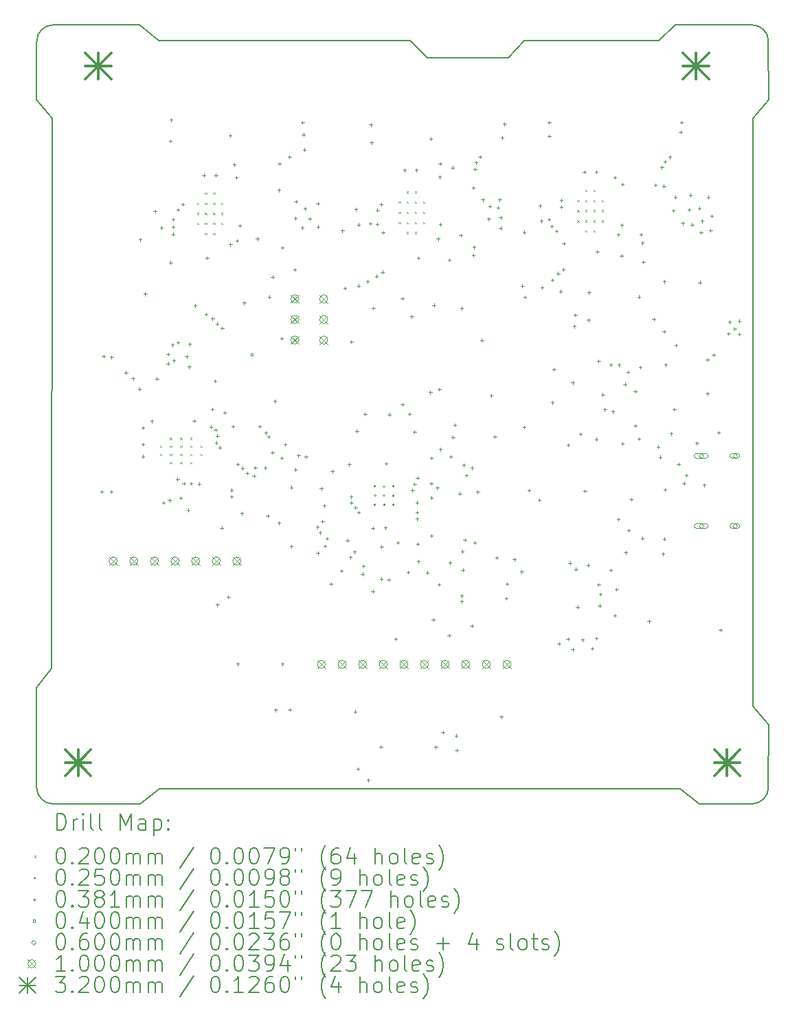
<source format=gbr>
%TF.GenerationSoftware,KiCad,Pcbnew,9.0.2-9.0.2-0~ubuntu24.04.1*%
%TF.CreationDate,2025-06-13T17:41:29-07:00*%
%TF.ProjectId,motor_board,6d6f746f-725f-4626-9f61-72642e6b6963,1.1*%
%TF.SameCoordinates,Original*%
%TF.FileFunction,Drillmap*%
%TF.FilePolarity,Positive*%
%FSLAX45Y45*%
G04 Gerber Fmt 4.5, Leading zero omitted, Abs format (unit mm)*
G04 Created by KiCad (PCBNEW 9.0.2-9.0.2-0~ubuntu24.04.1) date 2025-06-13 17:41:29*
%MOMM*%
%LPD*%
G01*
G04 APERTURE LIST*
%ADD10C,0.150000*%
%ADD11C,0.200000*%
%ADD12C,0.100000*%
%ADD13C,0.320000*%
G04 APERTURE END LIST*
D10*
X9833610Y-5448910D02*
G75*
G02*
X10033610Y-5248910I200000J0D01*
G01*
X10033610Y-14837410D02*
G75*
G02*
X9833610Y-14637410I0J200000D01*
G01*
X18850610Y-14637410D02*
G75*
G02*
X18650610Y-14837410I-200000J0D01*
G01*
X11100160Y-5249020D02*
X10033610Y-5248910D01*
X18650610Y-5248910D02*
G75*
G02*
X18850610Y-5448910I0J-200000D01*
G01*
X9830020Y-13404840D02*
X9833610Y-14637410D01*
X11343640Y-14650720D02*
X11109960Y-14838680D01*
X18850610Y-5448910D02*
X18851880Y-6167120D01*
X18851880Y-13868400D02*
X18850610Y-14637410D01*
X18650610Y-14837410D02*
X17998440Y-14837410D01*
X11109960Y-14838680D02*
X10033610Y-14837410D01*
X14650000Y-5650000D02*
X15650000Y-5650000D01*
X10017980Y-13171160D02*
X10023000Y-6400800D01*
X17500000Y-5438980D02*
X17700000Y-5248910D01*
X14434997Y-5437986D02*
X14650000Y-5650000D01*
X17762830Y-14650720D02*
X11343640Y-14650720D01*
X9833610Y-5448910D02*
X9833020Y-6167120D01*
X10023000Y-6400800D02*
X9833020Y-6167120D01*
X15650000Y-5650000D02*
X15840001Y-5438442D01*
X18658840Y-13634720D02*
X18851880Y-13868400D01*
X18663920Y-6400800D02*
X18851880Y-6167120D01*
X11333840Y-5436980D02*
X14434997Y-5437986D01*
X10017980Y-13171160D02*
X9830020Y-13404840D01*
X11333840Y-5436980D02*
X11100160Y-5249020D01*
X18663920Y-6400800D02*
X18658840Y-13634720D01*
X17762830Y-14650720D02*
X17998440Y-14837410D01*
X18650610Y-5248910D02*
X17700000Y-5248910D01*
X15840001Y-5438442D02*
X17500000Y-5438980D01*
D11*
D12*
X11351664Y-10428336D02*
X11371664Y-10448336D01*
X11371664Y-10428336D02*
X11351664Y-10448336D01*
X11351664Y-10528336D02*
X11371664Y-10548336D01*
X11371664Y-10528336D02*
X11351664Y-10548336D01*
X11476664Y-10328336D02*
X11496664Y-10348336D01*
X11496664Y-10328336D02*
X11476664Y-10348336D01*
X11476664Y-10428336D02*
X11496664Y-10448336D01*
X11496664Y-10428336D02*
X11476664Y-10448336D01*
X11476664Y-10528336D02*
X11496664Y-10548336D01*
X11496664Y-10528336D02*
X11476664Y-10548336D01*
X11476664Y-10628336D02*
X11496664Y-10648336D01*
X11496664Y-10628336D02*
X11476664Y-10648336D01*
X11601664Y-10328336D02*
X11621664Y-10348336D01*
X11621664Y-10328336D02*
X11601664Y-10348336D01*
X11601664Y-10428336D02*
X11621664Y-10448336D01*
X11621664Y-10428336D02*
X11601664Y-10448336D01*
X11601664Y-10528336D02*
X11621664Y-10548336D01*
X11621664Y-10528336D02*
X11601664Y-10548336D01*
X11601664Y-10628336D02*
X11621664Y-10648336D01*
X11621664Y-10628336D02*
X11601664Y-10648336D01*
X11726664Y-10328336D02*
X11746664Y-10348336D01*
X11746664Y-10328336D02*
X11726664Y-10348336D01*
X11726664Y-10428336D02*
X11746664Y-10448336D01*
X11746664Y-10428336D02*
X11726664Y-10448336D01*
X11726664Y-10528336D02*
X11746664Y-10548336D01*
X11746664Y-10528336D02*
X11726664Y-10548336D01*
X11726664Y-10628336D02*
X11746664Y-10648336D01*
X11746664Y-10628336D02*
X11726664Y-10648336D01*
X11807213Y-7435193D02*
X11827213Y-7455193D01*
X11827213Y-7435193D02*
X11807213Y-7455193D01*
X11807213Y-7560193D02*
X11827213Y-7580193D01*
X11827213Y-7560193D02*
X11807213Y-7580193D01*
X11807213Y-7685193D02*
X11827213Y-7705193D01*
X11827213Y-7685193D02*
X11807213Y-7705193D01*
X11851664Y-10428336D02*
X11871664Y-10448336D01*
X11871664Y-10428336D02*
X11851664Y-10448336D01*
X11851664Y-10528336D02*
X11871664Y-10548336D01*
X11871664Y-10528336D02*
X11851664Y-10548336D01*
X11907213Y-7310193D02*
X11927213Y-7330193D01*
X11927213Y-7310193D02*
X11907213Y-7330193D01*
X11907213Y-7435193D02*
X11927213Y-7455193D01*
X11927213Y-7435193D02*
X11907213Y-7455193D01*
X11907213Y-7560193D02*
X11927213Y-7580193D01*
X11927213Y-7560193D02*
X11907213Y-7580193D01*
X11907213Y-7685193D02*
X11927213Y-7705193D01*
X11927213Y-7685193D02*
X11907213Y-7705193D01*
X11907213Y-7810193D02*
X11927213Y-7830193D01*
X11927213Y-7810193D02*
X11907213Y-7830193D01*
X12007213Y-7310193D02*
X12027213Y-7330193D01*
X12027213Y-7310193D02*
X12007213Y-7330193D01*
X12007213Y-7435193D02*
X12027213Y-7455193D01*
X12027213Y-7435193D02*
X12007213Y-7455193D01*
X12007213Y-7560193D02*
X12027213Y-7580193D01*
X12027213Y-7560193D02*
X12007213Y-7580193D01*
X12007213Y-7685193D02*
X12027213Y-7705193D01*
X12027213Y-7685193D02*
X12007213Y-7705193D01*
X12007213Y-7810193D02*
X12027213Y-7830193D01*
X12027213Y-7810193D02*
X12007213Y-7830193D01*
X12107213Y-7435193D02*
X12127213Y-7455193D01*
X12127213Y-7435193D02*
X12107213Y-7455193D01*
X12107213Y-7560193D02*
X12127213Y-7580193D01*
X12127213Y-7560193D02*
X12107213Y-7580193D01*
X12107213Y-7685193D02*
X12127213Y-7705193D01*
X12127213Y-7685193D02*
X12107213Y-7705193D01*
X14294713Y-7422693D02*
X14314713Y-7442693D01*
X14314713Y-7422693D02*
X14294713Y-7442693D01*
X14294713Y-7547693D02*
X14314713Y-7567693D01*
X14314713Y-7547693D02*
X14294713Y-7567693D01*
X14294713Y-7672693D02*
X14314713Y-7692693D01*
X14314713Y-7672693D02*
X14294713Y-7692693D01*
X14394713Y-7297693D02*
X14414713Y-7317693D01*
X14414713Y-7297693D02*
X14394713Y-7317693D01*
X14394713Y-7422693D02*
X14414713Y-7442693D01*
X14414713Y-7422693D02*
X14394713Y-7442693D01*
X14394713Y-7547693D02*
X14414713Y-7567693D01*
X14414713Y-7547693D02*
X14394713Y-7567693D01*
X14394713Y-7672693D02*
X14414713Y-7692693D01*
X14414713Y-7672693D02*
X14394713Y-7692693D01*
X14394713Y-7797693D02*
X14414713Y-7817693D01*
X14414713Y-7797693D02*
X14394713Y-7817693D01*
X14494713Y-7297693D02*
X14514713Y-7317693D01*
X14514713Y-7297693D02*
X14494713Y-7317693D01*
X14494713Y-7422693D02*
X14514713Y-7442693D01*
X14514713Y-7422693D02*
X14494713Y-7442693D01*
X14494713Y-7547693D02*
X14514713Y-7567693D01*
X14514713Y-7547693D02*
X14494713Y-7567693D01*
X14494713Y-7672693D02*
X14514713Y-7692693D01*
X14514713Y-7672693D02*
X14494713Y-7692693D01*
X14494713Y-7797693D02*
X14514713Y-7817693D01*
X14514713Y-7797693D02*
X14494713Y-7817693D01*
X14594713Y-7422693D02*
X14614713Y-7442693D01*
X14614713Y-7422693D02*
X14594713Y-7442693D01*
X14594713Y-7547693D02*
X14614713Y-7567693D01*
X14614713Y-7547693D02*
X14594713Y-7567693D01*
X14594713Y-7672693D02*
X14614713Y-7692693D01*
X14614713Y-7672693D02*
X14594713Y-7692693D01*
X16494713Y-7402693D02*
X16514713Y-7422693D01*
X16514713Y-7402693D02*
X16494713Y-7422693D01*
X16494713Y-7527693D02*
X16514713Y-7547693D01*
X16514713Y-7527693D02*
X16494713Y-7547693D01*
X16494713Y-7652693D02*
X16514713Y-7672693D01*
X16514713Y-7652693D02*
X16494713Y-7672693D01*
X16594713Y-7277693D02*
X16614713Y-7297693D01*
X16614713Y-7277693D02*
X16594713Y-7297693D01*
X16594713Y-7402693D02*
X16614713Y-7422693D01*
X16614713Y-7402693D02*
X16594713Y-7422693D01*
X16594713Y-7527693D02*
X16614713Y-7547693D01*
X16614713Y-7527693D02*
X16594713Y-7547693D01*
X16594713Y-7652693D02*
X16614713Y-7672693D01*
X16614713Y-7652693D02*
X16594713Y-7672693D01*
X16594713Y-7777693D02*
X16614713Y-7797693D01*
X16614713Y-7777693D02*
X16594713Y-7797693D01*
X16694713Y-7277693D02*
X16714713Y-7297693D01*
X16714713Y-7277693D02*
X16694713Y-7297693D01*
X16694713Y-7402693D02*
X16714713Y-7422693D01*
X16714713Y-7402693D02*
X16694713Y-7422693D01*
X16694713Y-7527693D02*
X16714713Y-7547693D01*
X16714713Y-7527693D02*
X16694713Y-7547693D01*
X16694713Y-7652693D02*
X16714713Y-7672693D01*
X16714713Y-7652693D02*
X16694713Y-7672693D01*
X16694713Y-7777693D02*
X16714713Y-7797693D01*
X16714713Y-7777693D02*
X16694713Y-7797693D01*
X16794713Y-7402693D02*
X16814713Y-7422693D01*
X16814713Y-7402693D02*
X16794713Y-7422693D01*
X16794713Y-7527693D02*
X16814713Y-7547693D01*
X16814713Y-7527693D02*
X16794713Y-7547693D01*
X16794713Y-7652693D02*
X16814713Y-7672693D01*
X16814713Y-7652693D02*
X16794713Y-7672693D01*
X14013577Y-10929057D02*
G75*
G02*
X13988577Y-10929057I-12500J0D01*
G01*
X13988577Y-10929057D02*
G75*
G02*
X14013577Y-10929057I12500J0D01*
G01*
X14013577Y-11042390D02*
G75*
G02*
X13988577Y-11042390I-12500J0D01*
G01*
X13988577Y-11042390D02*
G75*
G02*
X14013577Y-11042390I12500J0D01*
G01*
X14013577Y-11155723D02*
G75*
G02*
X13988577Y-11155723I-12500J0D01*
G01*
X13988577Y-11155723D02*
G75*
G02*
X14013577Y-11155723I12500J0D01*
G01*
X14126910Y-10929057D02*
G75*
G02*
X14101910Y-10929057I-12500J0D01*
G01*
X14101910Y-10929057D02*
G75*
G02*
X14126910Y-10929057I12500J0D01*
G01*
X14126910Y-11042390D02*
G75*
G02*
X14101910Y-11042390I-12500J0D01*
G01*
X14101910Y-11042390D02*
G75*
G02*
X14126910Y-11042390I12500J0D01*
G01*
X14126910Y-11155723D02*
G75*
G02*
X14101910Y-11155723I-12500J0D01*
G01*
X14101910Y-11155723D02*
G75*
G02*
X14126910Y-11155723I12500J0D01*
G01*
X14240243Y-10929057D02*
G75*
G02*
X14215243Y-10929057I-12500J0D01*
G01*
X14215243Y-10929057D02*
G75*
G02*
X14240243Y-10929057I12500J0D01*
G01*
X14240243Y-11042390D02*
G75*
G02*
X14215243Y-11042390I-12500J0D01*
G01*
X14215243Y-11042390D02*
G75*
G02*
X14240243Y-11042390I12500J0D01*
G01*
X14240243Y-11155723D02*
G75*
G02*
X14215243Y-11155723I-12500J0D01*
G01*
X14215243Y-11155723D02*
G75*
G02*
X14240243Y-11155723I12500J0D01*
G01*
X10632498Y-10977181D02*
X10632498Y-11015281D01*
X10613448Y-10996231D02*
X10651548Y-10996231D01*
X10656361Y-9309590D02*
X10656361Y-9347690D01*
X10637311Y-9328640D02*
X10675411Y-9328640D01*
X10752498Y-10977181D02*
X10752498Y-11015281D01*
X10733448Y-10996231D02*
X10771548Y-10996231D01*
X10756361Y-9319590D02*
X10756361Y-9357690D01*
X10737311Y-9338640D02*
X10775411Y-9338640D01*
X10933497Y-9507181D02*
X10933497Y-9545281D01*
X10914447Y-9526231D02*
X10952547Y-9526231D01*
X11020014Y-9582181D02*
X11020014Y-9620281D01*
X11000964Y-9601231D02*
X11039064Y-9601231D01*
X11098215Y-9711899D02*
X11098215Y-9749999D01*
X11079165Y-9730949D02*
X11117265Y-9730949D01*
X11110000Y-7870950D02*
X11110000Y-7909050D01*
X11090950Y-7890000D02*
X11129050Y-7890000D01*
X11142498Y-10187181D02*
X11142498Y-10225281D01*
X11123448Y-10206231D02*
X11161548Y-10206231D01*
X11142742Y-10391878D02*
X11142742Y-10429978D01*
X11123692Y-10410928D02*
X11161792Y-10410928D01*
X11144252Y-10541878D02*
X11144252Y-10579978D01*
X11125202Y-10560928D02*
X11163302Y-10560928D01*
X11170000Y-8540950D02*
X11170000Y-8579050D01*
X11150950Y-8560000D02*
X11189050Y-8560000D01*
X11252498Y-10107181D02*
X11252498Y-10145281D01*
X11233448Y-10126231D02*
X11271548Y-10126231D01*
X11290957Y-7520950D02*
X11290957Y-7559050D01*
X11271907Y-7540000D02*
X11310007Y-7540000D01*
X11315408Y-9584681D02*
X11315408Y-9622781D01*
X11296358Y-9603731D02*
X11334458Y-9603731D01*
X11369410Y-7728340D02*
X11369410Y-7766440D01*
X11350360Y-7747390D02*
X11388460Y-7747390D01*
X11396360Y-11109590D02*
X11396360Y-11147690D01*
X11377310Y-11128640D02*
X11415410Y-11128640D01*
X11452072Y-9282128D02*
X11452072Y-9320228D01*
X11433022Y-9301178D02*
X11471122Y-9301178D01*
X11452359Y-9397541D02*
X11452359Y-9435641D01*
X11433309Y-9416591D02*
X11471409Y-9416591D01*
X11470000Y-11080950D02*
X11470000Y-11119050D01*
X11450950Y-11100000D02*
X11489050Y-11100000D01*
X11479410Y-6658340D02*
X11479410Y-6696440D01*
X11460360Y-6677390D02*
X11498460Y-6677390D01*
X11484713Y-8153643D02*
X11484713Y-8191743D01*
X11465663Y-8172693D02*
X11503763Y-8172693D01*
X11489410Y-6398340D02*
X11489410Y-6436440D01*
X11470360Y-6417390D02*
X11508460Y-6417390D01*
X11504859Y-9167541D02*
X11504859Y-9205641D01*
X11485809Y-9186591D02*
X11523909Y-9186591D01*
X11513730Y-7621115D02*
X11513730Y-7659215D01*
X11494680Y-7640165D02*
X11532780Y-7640165D01*
X11513730Y-7714380D02*
X11513730Y-7752480D01*
X11494680Y-7733430D02*
X11532780Y-7733430D01*
X11513730Y-7806691D02*
X11513730Y-7844791D01*
X11494680Y-7825741D02*
X11532780Y-7825741D01*
X11522072Y-9362128D02*
X11522072Y-9400228D01*
X11503022Y-9381178D02*
X11541122Y-9381178D01*
X11568497Y-10820133D02*
X11568497Y-10858233D01*
X11549447Y-10839183D02*
X11587547Y-10839183D01*
X11572072Y-9139628D02*
X11572072Y-9177728D01*
X11553022Y-9158678D02*
X11591122Y-9158678D01*
X11574713Y-7503643D02*
X11574713Y-7541743D01*
X11555663Y-7522693D02*
X11593763Y-7522693D01*
X11610000Y-11053331D02*
X11610000Y-11091431D01*
X11590950Y-11072381D02*
X11629050Y-11072381D01*
X11632397Y-7435960D02*
X11632397Y-7474060D01*
X11613347Y-7455010D02*
X11651447Y-7455010D01*
X11647359Y-10875041D02*
X11647359Y-10913141D01*
X11628309Y-10894091D02*
X11666409Y-10894091D01*
X11680000Y-9310950D02*
X11680000Y-9349050D01*
X11660950Y-9330000D02*
X11699050Y-9330000D01*
X11700000Y-11200950D02*
X11700000Y-11239050D01*
X11680950Y-11220000D02*
X11719050Y-11220000D01*
X11713637Y-9438541D02*
X11713637Y-9476641D01*
X11694587Y-9457591D02*
X11732687Y-9457591D01*
X11720000Y-9159628D02*
X11720000Y-9197728D01*
X11700950Y-9178678D02*
X11739050Y-9178678D01*
X11735997Y-10872633D02*
X11735997Y-10910733D01*
X11716947Y-10891683D02*
X11755047Y-10891683D01*
X11774974Y-10102427D02*
X11774974Y-10140527D01*
X11755924Y-10121477D02*
X11794024Y-10121477D01*
X11784713Y-8683643D02*
X11784713Y-8721743D01*
X11765663Y-8702693D02*
X11803763Y-8702693D01*
X11836954Y-10879175D02*
X11836954Y-10917275D01*
X11817904Y-10898225D02*
X11856004Y-10898225D01*
X11892213Y-7078037D02*
X11892213Y-7116137D01*
X11873163Y-7097087D02*
X11911263Y-7097087D01*
X11922213Y-8791143D02*
X11922213Y-8829243D01*
X11903163Y-8810193D02*
X11941263Y-8810193D01*
X11932213Y-8096143D02*
X11932213Y-8134243D01*
X11913163Y-8115193D02*
X11951263Y-8115193D01*
X11978741Y-10177533D02*
X11978741Y-10215633D01*
X11959691Y-10196583D02*
X11997791Y-10196583D01*
X11996787Y-9957737D02*
X11996787Y-9995837D01*
X11977737Y-9976787D02*
X12015837Y-9976787D01*
X11999713Y-8846143D02*
X11999713Y-8884243D01*
X11980663Y-8865193D02*
X12018763Y-8865193D01*
X12030000Y-9610950D02*
X12030000Y-9649050D01*
X12010950Y-9630000D02*
X12049050Y-9630000D01*
X12037650Y-10212333D02*
X12037650Y-10250433D01*
X12018600Y-10231383D02*
X12056700Y-10231383D01*
X12042213Y-7078946D02*
X12042213Y-7117046D01*
X12023163Y-7097996D02*
X12061263Y-7097996D01*
X12047049Y-10371732D02*
X12047049Y-10409832D01*
X12027999Y-10390782D02*
X12066099Y-10390782D01*
X12054713Y-8906143D02*
X12054713Y-8944243D01*
X12035663Y-8925193D02*
X12073763Y-8925193D01*
X12059384Y-10286565D02*
X12059384Y-10324665D01*
X12040334Y-10305615D02*
X12078434Y-10305615D01*
X12059410Y-12368340D02*
X12059410Y-12406440D01*
X12040360Y-12387390D02*
X12078460Y-12387390D01*
X12090000Y-10430950D02*
X12090000Y-10469050D01*
X12070950Y-10450000D02*
X12109050Y-10450000D01*
X12112500Y-11420950D02*
X12112500Y-11459050D01*
X12093450Y-11440000D02*
X12131550Y-11440000D01*
X12119713Y-8961143D02*
X12119713Y-8999243D01*
X12100663Y-8980193D02*
X12138763Y-8980193D01*
X12150000Y-10000950D02*
X12150000Y-10039050D01*
X12130950Y-10020000D02*
X12169050Y-10020000D01*
X12194697Y-12271253D02*
X12194697Y-12309353D01*
X12175647Y-12290303D02*
X12213747Y-12290303D01*
X12219410Y-6588340D02*
X12219410Y-6626440D01*
X12200360Y-6607390D02*
X12238460Y-6607390D01*
X12220000Y-7930950D02*
X12220000Y-7969050D01*
X12200950Y-7950000D02*
X12239050Y-7950000D01*
X12232498Y-11037181D02*
X12232498Y-11075281D01*
X12213448Y-11056231D02*
X12251548Y-11056231D01*
X12234998Y-10954681D02*
X12234998Y-10992781D01*
X12215948Y-10973731D02*
X12254048Y-10973731D01*
X12250403Y-10172936D02*
X12250403Y-10211036D01*
X12231353Y-10191986D02*
X12269453Y-10191986D01*
X12269410Y-6948340D02*
X12269410Y-6986440D01*
X12250360Y-6967390D02*
X12288460Y-6967390D01*
X12292213Y-7105840D02*
X12292213Y-7143940D01*
X12273163Y-7124890D02*
X12311263Y-7124890D01*
X12302213Y-7886143D02*
X12302213Y-7924243D01*
X12283163Y-7905193D02*
X12321263Y-7905193D01*
X12310000Y-10637746D02*
X12310000Y-10675846D01*
X12290950Y-10656796D02*
X12329050Y-10656796D01*
X12310000Y-13095090D02*
X12310000Y-13133190D01*
X12290950Y-13114140D02*
X12329050Y-13114140D01*
X12334713Y-7701143D02*
X12334713Y-7739243D01*
X12315663Y-7720193D02*
X12353763Y-7720193D01*
X12360000Y-11240950D02*
X12360000Y-11279050D01*
X12340950Y-11260000D02*
X12379050Y-11260000D01*
X12370403Y-10685079D02*
X12370403Y-10723179D01*
X12351353Y-10704129D02*
X12389453Y-10704129D01*
X12390000Y-8650950D02*
X12390000Y-8689050D01*
X12370950Y-8670000D02*
X12409050Y-8670000D01*
X12426360Y-10745999D02*
X12426360Y-10784099D01*
X12407310Y-10765049D02*
X12445410Y-10765049D01*
X12511360Y-10780950D02*
X12511360Y-10819050D01*
X12492310Y-10800000D02*
X12530410Y-10800000D01*
X12526360Y-10680950D02*
X12526360Y-10719050D01*
X12507310Y-10700000D02*
X12545410Y-10700000D01*
X12552213Y-7863643D02*
X12552213Y-7901743D01*
X12533163Y-7882693D02*
X12571263Y-7882693D01*
X12580000Y-10170950D02*
X12580000Y-10209050D01*
X12560950Y-10190000D02*
X12599050Y-10190000D01*
X12649417Y-10682345D02*
X12649417Y-10720445D01*
X12630367Y-10701395D02*
X12668467Y-10701395D01*
X12660000Y-10250950D02*
X12660000Y-10289050D01*
X12640950Y-10270000D02*
X12679050Y-10270000D01*
X12680000Y-11270950D02*
X12680000Y-11309050D01*
X12660950Y-11290000D02*
X12699050Y-11290000D01*
X12693860Y-10299590D02*
X12693860Y-10337690D01*
X12674810Y-10318640D02*
X12712910Y-10318640D01*
X12700000Y-8575950D02*
X12700000Y-8614050D01*
X12680950Y-8595000D02*
X12719050Y-8595000D01*
X12738195Y-10491705D02*
X12738195Y-10529805D01*
X12719145Y-10510755D02*
X12757245Y-10510755D01*
X12740000Y-8330186D02*
X12740000Y-8368286D01*
X12720950Y-8349236D02*
X12759050Y-8349236D01*
X12770000Y-9860950D02*
X12770000Y-9899050D01*
X12750950Y-9880000D02*
X12789050Y-9880000D01*
X12779042Y-13662950D02*
X12779042Y-13701050D01*
X12759992Y-13682000D02*
X12798092Y-13682000D01*
X12819713Y-7261143D02*
X12819713Y-7299243D01*
X12800663Y-7280193D02*
X12838763Y-7280193D01*
X12820000Y-11359992D02*
X12820000Y-11398092D01*
X12800950Y-11379042D02*
X12839050Y-11379042D01*
X12824713Y-6936143D02*
X12824713Y-6974243D01*
X12805663Y-6955193D02*
X12843763Y-6955193D01*
X12851912Y-9085950D02*
X12851912Y-9124050D01*
X12832862Y-9105000D02*
X12870962Y-9105000D01*
X12854410Y-10560840D02*
X12854410Y-10598940D01*
X12835360Y-10579890D02*
X12873460Y-10579890D01*
X12859410Y-7968340D02*
X12859410Y-8006440D01*
X12840360Y-7987390D02*
X12878460Y-7987390D01*
X12862157Y-13094790D02*
X12862157Y-13132890D01*
X12843107Y-13113840D02*
X12881207Y-13113840D01*
X12895000Y-10391498D02*
X12895000Y-10429598D01*
X12875950Y-10410548D02*
X12914050Y-10410548D01*
X12949713Y-6852081D02*
X12949713Y-6890181D01*
X12930663Y-6871131D02*
X12968763Y-6871131D01*
X12950000Y-13660950D02*
X12950000Y-13699050D01*
X12930950Y-13680000D02*
X12969050Y-13680000D01*
X12969410Y-11648340D02*
X12969410Y-11686440D01*
X12950360Y-11667390D02*
X12988460Y-11667390D01*
X12970000Y-10920950D02*
X12970000Y-10959050D01*
X12950950Y-10940000D02*
X12989050Y-10940000D01*
X13015000Y-8240950D02*
X13015000Y-8279050D01*
X12995950Y-8260000D02*
X13034050Y-8260000D01*
X13020000Y-10700950D02*
X13020000Y-10739050D01*
X13000950Y-10720000D02*
X13039050Y-10720000D01*
X13022213Y-7608643D02*
X13022213Y-7646743D01*
X13003163Y-7627693D02*
X13041263Y-7627693D01*
X13027213Y-7403643D02*
X13027213Y-7441743D01*
X13008163Y-7422693D02*
X13046263Y-7422693D01*
X13060000Y-10530950D02*
X13060000Y-10569050D01*
X13040950Y-10550000D02*
X13079050Y-10550000D01*
X13107213Y-7728643D02*
X13107213Y-7766743D01*
X13088163Y-7747693D02*
X13126263Y-7747693D01*
X13109410Y-6428340D02*
X13109410Y-6466440D01*
X13090360Y-6447390D02*
X13128460Y-6447390D01*
X13119410Y-6578340D02*
X13119410Y-6616440D01*
X13100360Y-6597390D02*
X13138460Y-6597390D01*
X13134133Y-6765563D02*
X13134133Y-6803663D01*
X13115083Y-6784613D02*
X13153183Y-6784613D01*
X13140000Y-7490950D02*
X13140000Y-7529050D01*
X13120950Y-7510000D02*
X13159050Y-7510000D01*
X13151910Y-10545840D02*
X13151910Y-10583940D01*
X13132860Y-10564890D02*
X13170960Y-10564890D01*
X13197213Y-7613643D02*
X13197213Y-7651743D01*
X13178163Y-7632693D02*
X13216263Y-7632693D01*
X13295000Y-11410950D02*
X13295000Y-11449050D01*
X13275950Y-11430000D02*
X13314050Y-11430000D01*
X13297213Y-7428643D02*
X13297213Y-7466743D01*
X13278163Y-7447693D02*
X13316263Y-7447693D01*
X13297942Y-11731872D02*
X13297942Y-11769972D01*
X13278892Y-11750922D02*
X13316992Y-11750922D01*
X13302213Y-7713643D02*
X13302213Y-7751743D01*
X13283163Y-7732693D02*
X13321263Y-7732693D01*
X13327368Y-11478318D02*
X13327368Y-11516418D01*
X13308318Y-11497368D02*
X13346418Y-11497368D01*
X13340660Y-10937090D02*
X13340660Y-10975190D01*
X13321610Y-10956140D02*
X13359710Y-10956140D01*
X13355000Y-11340950D02*
X13355000Y-11379050D01*
X13335950Y-11360000D02*
X13374050Y-11360000D01*
X13379410Y-11148340D02*
X13379410Y-11186440D01*
X13360360Y-11167390D02*
X13398460Y-11167390D01*
X13385442Y-11644372D02*
X13385442Y-11682472D01*
X13366392Y-11663422D02*
X13404492Y-11663422D01*
X13411910Y-11553340D02*
X13411910Y-11591440D01*
X13392860Y-11572390D02*
X13430960Y-11572390D01*
X13459410Y-12108340D02*
X13459410Y-12146440D01*
X13440360Y-12127390D02*
X13478460Y-12127390D01*
X13475000Y-10725950D02*
X13475000Y-10764050D01*
X13455950Y-10745000D02*
X13494050Y-10745000D01*
X13589410Y-11948340D02*
X13589410Y-11986440D01*
X13570360Y-11967390D02*
X13608460Y-11967390D01*
X13600000Y-7760950D02*
X13600000Y-7799050D01*
X13580950Y-7780000D02*
X13619050Y-7780000D01*
X13629957Y-8470950D02*
X13629957Y-8509050D01*
X13610907Y-8490000D02*
X13649007Y-8490000D01*
X13663105Y-11574645D02*
X13663105Y-11612745D01*
X13644055Y-11593695D02*
X13682155Y-11593695D01*
X13685000Y-10640950D02*
X13685000Y-10679050D01*
X13665950Y-10660000D02*
X13704050Y-10660000D01*
X13701126Y-11783549D02*
X13701126Y-11821649D01*
X13682076Y-11802599D02*
X13720176Y-11802599D01*
X13709410Y-11038340D02*
X13709410Y-11076440D01*
X13690360Y-11057390D02*
X13728460Y-11057390D01*
X13710000Y-11112383D02*
X13710000Y-11150483D01*
X13690950Y-11131433D02*
X13729050Y-11131433D01*
X13711910Y-9130840D02*
X13711910Y-9168940D01*
X13692860Y-9149890D02*
X13730960Y-9149890D01*
X13752083Y-11715950D02*
X13752083Y-11754050D01*
X13733033Y-11735000D02*
X13771133Y-11735000D01*
X13759810Y-13682140D02*
X13759810Y-13720240D01*
X13740760Y-13701190D02*
X13778860Y-13701190D01*
X13761032Y-11169918D02*
X13761032Y-11208018D01*
X13741982Y-11188968D02*
X13780082Y-11188968D01*
X13765367Y-7498577D02*
X13765367Y-7536677D01*
X13746317Y-7517627D02*
X13784417Y-7517627D01*
X13779410Y-10228340D02*
X13779410Y-10266440D01*
X13760360Y-10247390D02*
X13798460Y-10247390D01*
X13790410Y-14387340D02*
X13790410Y-14425440D01*
X13771360Y-14406390D02*
X13809460Y-14406390D01*
X13799410Y-7688340D02*
X13799410Y-7726440D01*
X13780360Y-7707390D02*
X13818460Y-7707390D01*
X13800000Y-8440950D02*
X13800000Y-8479050D01*
X13780950Y-8460000D02*
X13819050Y-8460000D01*
X13801820Y-11230950D02*
X13801820Y-11269050D01*
X13782770Y-11250000D02*
X13820870Y-11250000D01*
X13849410Y-11988340D02*
X13849410Y-12026440D01*
X13830360Y-12007390D02*
X13868460Y-12007390D01*
X13858452Y-11888340D02*
X13858452Y-11926440D01*
X13839402Y-11907390D02*
X13877502Y-11907390D01*
X13879410Y-10018340D02*
X13879410Y-10056440D01*
X13860360Y-10037390D02*
X13898460Y-10037390D01*
X13909410Y-8388340D02*
X13909410Y-8426440D01*
X13890360Y-8407390D02*
X13928460Y-8407390D01*
X13921410Y-14526340D02*
X13921410Y-14564440D01*
X13902360Y-14545390D02*
X13940460Y-14545390D01*
X13943296Y-7674246D02*
X13943296Y-7712346D01*
X13924246Y-7693296D02*
X13962346Y-7693296D01*
X13949410Y-6458340D02*
X13949410Y-6496440D01*
X13930360Y-6477390D02*
X13968460Y-6477390D01*
X13959410Y-6678340D02*
X13959410Y-6716440D01*
X13940360Y-6697390D02*
X13978460Y-6697390D01*
X13975000Y-11425950D02*
X13975000Y-11464050D01*
X13955950Y-11445000D02*
X13994050Y-11445000D01*
X13976175Y-12199775D02*
X13976175Y-12237875D01*
X13957125Y-12218825D02*
X13995225Y-12218825D01*
X13981910Y-8713340D02*
X13981910Y-8751440D01*
X13962860Y-8732390D02*
X14000960Y-8732390D01*
X14020000Y-8323340D02*
X14020000Y-8361440D01*
X14000950Y-8342390D02*
X14039050Y-8342390D01*
X14028618Y-7681632D02*
X14028618Y-7719732D01*
X14009568Y-7700682D02*
X14047668Y-7700682D01*
X14031743Y-7510689D02*
X14031743Y-7548789D01*
X14012693Y-7529739D02*
X14050793Y-7529739D01*
X14074410Y-14115840D02*
X14074410Y-14153940D01*
X14055360Y-14134890D02*
X14093460Y-14134890D01*
X14077942Y-7439808D02*
X14077942Y-7477908D01*
X14058892Y-7458858D02*
X14096992Y-7458858D01*
X14079410Y-12048340D02*
X14079410Y-12086440D01*
X14060360Y-12067390D02*
X14098460Y-12067390D01*
X14083452Y-11652673D02*
X14083452Y-11690773D01*
X14064402Y-11671723D02*
X14102502Y-11671723D01*
X14094410Y-8272382D02*
X14094410Y-8310482D01*
X14075360Y-8291432D02*
X14113460Y-8291432D01*
X14103296Y-7784246D02*
X14103296Y-7822346D01*
X14084246Y-7803296D02*
X14122346Y-7803296D01*
X14129410Y-11418340D02*
X14129410Y-11456440D01*
X14110360Y-11437390D02*
X14148460Y-11437390D01*
X14139410Y-10628340D02*
X14139410Y-10666440D01*
X14120360Y-10647390D02*
X14158460Y-10647390D01*
X14169410Y-12058340D02*
X14169410Y-12096440D01*
X14150360Y-12077390D02*
X14188460Y-12077390D01*
X14179410Y-10023340D02*
X14179410Y-10061440D01*
X14160360Y-10042390D02*
X14198460Y-10042390D01*
X14259410Y-12788340D02*
X14259410Y-12826440D01*
X14240360Y-12807390D02*
X14278460Y-12807390D01*
X14282500Y-11600950D02*
X14282500Y-11639050D01*
X14263450Y-11620000D02*
X14301550Y-11620000D01*
X14339410Y-8598340D02*
X14339410Y-8636440D01*
X14320360Y-8617390D02*
X14358460Y-8617390D01*
X14340000Y-9900950D02*
X14340000Y-9939050D01*
X14320950Y-9920000D02*
X14359050Y-9920000D01*
X14366658Y-7017514D02*
X14366658Y-7055614D01*
X14347608Y-7036564D02*
X14385708Y-7036564D01*
X14409410Y-11968340D02*
X14409410Y-12006440D01*
X14390360Y-11987390D02*
X14428460Y-11987390D01*
X14429410Y-10018340D02*
X14429410Y-10056440D01*
X14410360Y-10037390D02*
X14448460Y-10037390D01*
X14455000Y-8820950D02*
X14455000Y-8859050D01*
X14435950Y-8840000D02*
X14474050Y-8840000D01*
X14464410Y-10958340D02*
X14464410Y-10996440D01*
X14445360Y-10977390D02*
X14483460Y-10977390D01*
X14489410Y-10238340D02*
X14489410Y-10276440D01*
X14470360Y-10257390D02*
X14508460Y-10257390D01*
X14489410Y-10883340D02*
X14489410Y-10921440D01*
X14470360Y-10902390D02*
X14508460Y-10902390D01*
X14511658Y-7017514D02*
X14511658Y-7055614D01*
X14492608Y-7036564D02*
X14530708Y-7036564D01*
X14519410Y-11108340D02*
X14519410Y-11146440D01*
X14500360Y-11127390D02*
X14538460Y-11127390D01*
X14519410Y-11228340D02*
X14519410Y-11266440D01*
X14500360Y-11247390D02*
X14538460Y-11247390D01*
X14519410Y-11308340D02*
X14519410Y-11346440D01*
X14500360Y-11327390D02*
X14538460Y-11327390D01*
X14525850Y-10807749D02*
X14525850Y-10845849D01*
X14506800Y-10826799D02*
X14544900Y-10826799D01*
X14529410Y-11618340D02*
X14529410Y-11656440D01*
X14510360Y-11637390D02*
X14548460Y-11637390D01*
X14539410Y-8098340D02*
X14539410Y-8136440D01*
X14520360Y-8117390D02*
X14558460Y-8117390D01*
X14539410Y-11833340D02*
X14539410Y-11871440D01*
X14520360Y-11852390D02*
X14558460Y-11852390D01*
X14646910Y-11970840D02*
X14646910Y-12008940D01*
X14627860Y-11989890D02*
X14665960Y-11989890D01*
X14685000Y-9750950D02*
X14685000Y-9789050D01*
X14665950Y-9770000D02*
X14704050Y-9770000D01*
X14689410Y-6628340D02*
X14689410Y-6666440D01*
X14670360Y-6647390D02*
X14708460Y-6647390D01*
X14695207Y-10872543D02*
X14695207Y-10910643D01*
X14676157Y-10891593D02*
X14714257Y-10891593D01*
X14696910Y-11515840D02*
X14696910Y-11553940D01*
X14677860Y-11534890D02*
X14715960Y-11534890D01*
X14698523Y-10563011D02*
X14698523Y-10601111D01*
X14679473Y-10582061D02*
X14717573Y-10582061D01*
X14699410Y-11048340D02*
X14699410Y-11086440D01*
X14680360Y-11067390D02*
X14718460Y-11067390D01*
X14720000Y-12550950D02*
X14720000Y-12589050D01*
X14700950Y-12570000D02*
X14739050Y-12570000D01*
X14729410Y-8678340D02*
X14729410Y-8716440D01*
X14710360Y-8697390D02*
X14748460Y-8697390D01*
X14752410Y-14119340D02*
X14752410Y-14157440D01*
X14733360Y-14138390D02*
X14771460Y-14138390D01*
X14769410Y-10928340D02*
X14769410Y-10966440D01*
X14750360Y-10947390D02*
X14788460Y-10947390D01*
X14779410Y-7863340D02*
X14779410Y-7901440D01*
X14760360Y-7882390D02*
X14798460Y-7882390D01*
X14789410Y-12118340D02*
X14789410Y-12156440D01*
X14770360Y-12137390D02*
X14808460Y-12137390D01*
X14795000Y-9715950D02*
X14795000Y-9754050D01*
X14775950Y-9735000D02*
X14814050Y-9735000D01*
X14801910Y-7100840D02*
X14801910Y-7138940D01*
X14782860Y-7119890D02*
X14820960Y-7119890D01*
X14804410Y-6935840D02*
X14804410Y-6973940D01*
X14785360Y-6954890D02*
X14823460Y-6954890D01*
X14806528Y-7686222D02*
X14806528Y-7724322D01*
X14787478Y-7705272D02*
X14825578Y-7705272D01*
X14808377Y-10453157D02*
X14808377Y-10491257D01*
X14789327Y-10472207D02*
X14827427Y-10472207D01*
X14839410Y-13938340D02*
X14839410Y-13976440D01*
X14820360Y-13957390D02*
X14858460Y-13957390D01*
X14914410Y-12743340D02*
X14914410Y-12781440D01*
X14895360Y-12762390D02*
X14933460Y-12762390D01*
X14920000Y-8120950D02*
X14920000Y-8159050D01*
X14900950Y-8140000D02*
X14939050Y-8140000D01*
X14926910Y-11850840D02*
X14926910Y-11888940D01*
X14907860Y-11869890D02*
X14945960Y-11869890D01*
X14934410Y-10543340D02*
X14934410Y-10581440D01*
X14915360Y-10562390D02*
X14953460Y-10562390D01*
X14956910Y-6985840D02*
X14956910Y-7023940D01*
X14937860Y-7004890D02*
X14975960Y-7004890D01*
X14964410Y-10303340D02*
X14964410Y-10341440D01*
X14945360Y-10322390D02*
X14983460Y-10322390D01*
X14984410Y-10153340D02*
X14984410Y-10191440D01*
X14965360Y-10172390D02*
X15003460Y-10172390D01*
X15004410Y-13978340D02*
X15004410Y-14016440D01*
X14985360Y-13997390D02*
X15023460Y-13997390D01*
X15009410Y-14158340D02*
X15009410Y-14196440D01*
X14990360Y-14177390D02*
X15028460Y-14177390D01*
X15049410Y-10998340D02*
X15049410Y-11036440D01*
X15030360Y-11017390D02*
X15068460Y-11017390D01*
X15059410Y-7818340D02*
X15059410Y-7856440D01*
X15040360Y-7837390D02*
X15078460Y-7837390D01*
X15069175Y-12257474D02*
X15069175Y-12295574D01*
X15050125Y-12276524D02*
X15088225Y-12276524D01*
X15069410Y-8718340D02*
X15069410Y-8756440D01*
X15050360Y-8737390D02*
X15088460Y-8737390D01*
X15071910Y-12325840D02*
X15071910Y-12363940D01*
X15052860Y-12344890D02*
X15090960Y-12344890D01*
X15079410Y-11708340D02*
X15079410Y-11746440D01*
X15060360Y-11727390D02*
X15098460Y-11727390D01*
X15084410Y-11938340D02*
X15084410Y-11976440D01*
X15065360Y-11957390D02*
X15103460Y-11957390D01*
X15094533Y-10648463D02*
X15094533Y-10686563D01*
X15075483Y-10667513D02*
X15113583Y-10667513D01*
X15109410Y-11568340D02*
X15109410Y-11606440D01*
X15090360Y-11587390D02*
X15128460Y-11587390D01*
X15129410Y-10773340D02*
X15129410Y-10811440D01*
X15110360Y-10792390D02*
X15148460Y-10792390D01*
X15194410Y-12628340D02*
X15194410Y-12666440D01*
X15175360Y-12647390D02*
X15213460Y-12647390D01*
X15199410Y-10683340D02*
X15199410Y-10721440D01*
X15180360Y-10702390D02*
X15218460Y-10702390D01*
X15214410Y-7233340D02*
X15214410Y-7271440D01*
X15195360Y-7252390D02*
X15233460Y-7252390D01*
X15214410Y-8063340D02*
X15214410Y-8101440D01*
X15195360Y-8082390D02*
X15233460Y-8082390D01*
X15221910Y-7965840D02*
X15221910Y-8003940D01*
X15202860Y-7984890D02*
X15240960Y-7984890D01*
X15230000Y-11600950D02*
X15230000Y-11639050D01*
X15210950Y-11620000D02*
X15249050Y-11620000D01*
X15234410Y-7005840D02*
X15234410Y-7043940D01*
X15215360Y-7024890D02*
X15253460Y-7024890D01*
X15246910Y-6923340D02*
X15246910Y-6961440D01*
X15227860Y-6942390D02*
X15265960Y-6942390D01*
X15269410Y-10978340D02*
X15269410Y-11016440D01*
X15250360Y-10997390D02*
X15288460Y-10997390D01*
X15296910Y-6850840D02*
X15296910Y-6888940D01*
X15277860Y-6869890D02*
X15315960Y-6869890D01*
X15320000Y-9110950D02*
X15320000Y-9149050D01*
X15300950Y-9130000D02*
X15339050Y-9130000D01*
X15330000Y-7380950D02*
X15330000Y-7419050D01*
X15310950Y-7400000D02*
X15349050Y-7400000D01*
X15404410Y-7618340D02*
X15404410Y-7656440D01*
X15385360Y-7637390D02*
X15423460Y-7637390D01*
X15420000Y-7460950D02*
X15420000Y-7499050D01*
X15400950Y-7480000D02*
X15439050Y-7480000D01*
X15434410Y-9793340D02*
X15434410Y-9831440D01*
X15415360Y-9812390D02*
X15453460Y-9812390D01*
X15479410Y-10298340D02*
X15479410Y-10336440D01*
X15460360Y-10317390D02*
X15498460Y-10317390D01*
X15504410Y-11788340D02*
X15504410Y-11826440D01*
X15485360Y-11807390D02*
X15523460Y-11807390D01*
X15520000Y-7480950D02*
X15520000Y-7519050D01*
X15500950Y-7500000D02*
X15539050Y-7500000D01*
X15540000Y-7380950D02*
X15540000Y-7419050D01*
X15520950Y-7400000D02*
X15559050Y-7400000D01*
X15550000Y-7600950D02*
X15550000Y-7639050D01*
X15530950Y-7620000D02*
X15569050Y-7620000D01*
X15550000Y-7730950D02*
X15550000Y-7769050D01*
X15530950Y-7750000D02*
X15569050Y-7750000D01*
X15559410Y-13748340D02*
X15559410Y-13786440D01*
X15540360Y-13767390D02*
X15578460Y-13767390D01*
X15569410Y-6618340D02*
X15569410Y-6656440D01*
X15550360Y-6637390D02*
X15588460Y-6637390D01*
X15599410Y-6448340D02*
X15599410Y-6486440D01*
X15580360Y-6467390D02*
X15618460Y-6467390D01*
X15619410Y-12288340D02*
X15619410Y-12326440D01*
X15600360Y-12307390D02*
X15638460Y-12307390D01*
X15630000Y-12110950D02*
X15630000Y-12149050D01*
X15610950Y-12130000D02*
X15649050Y-12130000D01*
X15719410Y-11808340D02*
X15719410Y-11846440D01*
X15700360Y-11827390D02*
X15738460Y-11827390D01*
X15810000Y-11960950D02*
X15810000Y-11999050D01*
X15790950Y-11980000D02*
X15829050Y-11980000D01*
X15820000Y-8440950D02*
X15820000Y-8479050D01*
X15800950Y-8460000D02*
X15839050Y-8460000D01*
X15839410Y-10178340D02*
X15839410Y-10216440D01*
X15820360Y-10197390D02*
X15858460Y-10197390D01*
X15840000Y-7780950D02*
X15840000Y-7819050D01*
X15820950Y-7800000D02*
X15859050Y-7800000D01*
X15850000Y-8580950D02*
X15850000Y-8619050D01*
X15830950Y-8600000D02*
X15869050Y-8600000D01*
X15899410Y-10958340D02*
X15899410Y-10996440D01*
X15880360Y-10977390D02*
X15918460Y-10977390D01*
X16029410Y-11078340D02*
X16029410Y-11116440D01*
X16010360Y-11097390D02*
X16048460Y-11097390D01*
X16034166Y-7457005D02*
X16034166Y-7495105D01*
X16015116Y-7476055D02*
X16053216Y-7476055D01*
X16054713Y-7643643D02*
X16054713Y-7681743D01*
X16035663Y-7662693D02*
X16073763Y-7662693D01*
X16060000Y-8460950D02*
X16060000Y-8499050D01*
X16040950Y-8480000D02*
X16079050Y-8480000D01*
X16145261Y-7621548D02*
X16145261Y-7659648D01*
X16126211Y-7640598D02*
X16164311Y-7640598D01*
X16149410Y-6428340D02*
X16149410Y-6466440D01*
X16130360Y-6447390D02*
X16168460Y-6447390D01*
X16149410Y-6598340D02*
X16149410Y-6636440D01*
X16130360Y-6617390D02*
X16168460Y-6617390D01*
X16178756Y-7708643D02*
X16178756Y-7746743D01*
X16159706Y-7727693D02*
X16197806Y-7727693D01*
X16189410Y-9878340D02*
X16189410Y-9916440D01*
X16170360Y-9897390D02*
X16208460Y-9897390D01*
X16189713Y-8368643D02*
X16189713Y-8406743D01*
X16170663Y-8387693D02*
X16208763Y-8387693D01*
X16209410Y-9468340D02*
X16209410Y-9506440D01*
X16190360Y-9487390D02*
X16228460Y-9487390D01*
X16239713Y-7768643D02*
X16239713Y-7806743D01*
X16220663Y-7787693D02*
X16258763Y-7787693D01*
X16259713Y-8288643D02*
X16259713Y-8326743D01*
X16240663Y-8307693D02*
X16278763Y-8307693D01*
X16269410Y-12848340D02*
X16269410Y-12886440D01*
X16250360Y-12867390D02*
X16288460Y-12867390D01*
X16289713Y-8508643D02*
X16289713Y-8546743D01*
X16270663Y-8527693D02*
X16308763Y-8527693D01*
X16296910Y-7388340D02*
X16296910Y-7426440D01*
X16277860Y-7407390D02*
X16315960Y-7407390D01*
X16297213Y-7472283D02*
X16297213Y-7510383D01*
X16278163Y-7491333D02*
X16316263Y-7491333D01*
X16324713Y-8238643D02*
X16324713Y-8276743D01*
X16305663Y-8257693D02*
X16343763Y-8257693D01*
X16330000Y-7920950D02*
X16330000Y-7959050D01*
X16310950Y-7940000D02*
X16349050Y-7940000D01*
X16379410Y-12788340D02*
X16379410Y-12826440D01*
X16360360Y-12807390D02*
X16398460Y-12807390D01*
X16384410Y-10398340D02*
X16384410Y-10436440D01*
X16365360Y-10417390D02*
X16403460Y-10417390D01*
X16404410Y-11853340D02*
X16404410Y-11891440D01*
X16385360Y-11872390D02*
X16423460Y-11872390D01*
X16439410Y-9633340D02*
X16439410Y-9671440D01*
X16420360Y-9652390D02*
X16458460Y-9652390D01*
X16439410Y-12918340D02*
X16439410Y-12956440D01*
X16420360Y-12937390D02*
X16458460Y-12937390D01*
X16459410Y-8938340D02*
X16459410Y-8976440D01*
X16440360Y-8957390D02*
X16478460Y-8957390D01*
X16471910Y-8798340D02*
X16471910Y-8836440D01*
X16452860Y-8817390D02*
X16490960Y-8817390D01*
X16479410Y-11928340D02*
X16479410Y-11966440D01*
X16460360Y-11947390D02*
X16498460Y-11947390D01*
X16499410Y-12395840D02*
X16499410Y-12433940D01*
X16480360Y-12414890D02*
X16518460Y-12414890D01*
X16534410Y-10263340D02*
X16534410Y-10301440D01*
X16515360Y-10282390D02*
X16553460Y-10282390D01*
X16559410Y-12798340D02*
X16559410Y-12836440D01*
X16540360Y-12817390D02*
X16578460Y-12817390D01*
X16582213Y-7036823D02*
X16582213Y-7074923D01*
X16563163Y-7055873D02*
X16601263Y-7055873D01*
X16589410Y-10968340D02*
X16589410Y-11006440D01*
X16570360Y-10987390D02*
X16608460Y-10987390D01*
X16629410Y-11878340D02*
X16629410Y-11916440D01*
X16610360Y-11897390D02*
X16648460Y-11897390D01*
X16634410Y-8863340D02*
X16634410Y-8901440D01*
X16615360Y-8882390D02*
X16653460Y-8882390D01*
X16639713Y-8523643D02*
X16639713Y-8561743D01*
X16620663Y-8542693D02*
X16658763Y-8542693D01*
X16679410Y-12908340D02*
X16679410Y-12946440D01*
X16660360Y-12927390D02*
X16698460Y-12927390D01*
X16729410Y-12778340D02*
X16729410Y-12816440D01*
X16710360Y-12797390D02*
X16748460Y-12797390D01*
X16729713Y-7036823D02*
X16729713Y-7074923D01*
X16710663Y-7055873D02*
X16748763Y-7055873D01*
X16730878Y-10329808D02*
X16730878Y-10367908D01*
X16711828Y-10348858D02*
X16749928Y-10348858D01*
X16741630Y-8021726D02*
X16741630Y-8059826D01*
X16722580Y-8040776D02*
X16760680Y-8040776D01*
X16759410Y-9368340D02*
X16759410Y-9406440D01*
X16740360Y-9387390D02*
X16778460Y-9387390D01*
X16759410Y-12118340D02*
X16759410Y-12156440D01*
X16740360Y-12137390D02*
X16778460Y-12137390D01*
X16769410Y-12378340D02*
X16769410Y-12416440D01*
X16750360Y-12397390D02*
X16788460Y-12397390D01*
X16779410Y-12238340D02*
X16779410Y-12276440D01*
X16760360Y-12257390D02*
X16798460Y-12257390D01*
X16809410Y-9778340D02*
X16809410Y-9816440D01*
X16790360Y-9797390D02*
X16828460Y-9797390D01*
X16834410Y-9963340D02*
X16834410Y-10001440D01*
X16815360Y-9982390D02*
X16853460Y-9982390D01*
X16909405Y-11942240D02*
X16909405Y-11980340D01*
X16890355Y-11961290D02*
X16928455Y-11961290D01*
X16909410Y-9413340D02*
X16909410Y-9451440D01*
X16890360Y-9432390D02*
X16928460Y-9432390D01*
X16934410Y-9988340D02*
X16934410Y-10026440D01*
X16915360Y-10007390D02*
X16953460Y-10007390D01*
X16957670Y-12501040D02*
X16957670Y-12539140D01*
X16938620Y-12520090D02*
X16976720Y-12520090D01*
X16959713Y-7106143D02*
X16959713Y-7144243D01*
X16940663Y-7125193D02*
X16978763Y-7125193D01*
X16979410Y-12178340D02*
X16979410Y-12216440D01*
X16960360Y-12197390D02*
X16998460Y-12197390D01*
X16999713Y-7808643D02*
X16999713Y-7846743D01*
X16980663Y-7827693D02*
X17018763Y-7827693D01*
X17001910Y-11313340D02*
X17001910Y-11351440D01*
X16982860Y-11332390D02*
X17020960Y-11332390D01*
X17009410Y-9413340D02*
X17009410Y-9451440D01*
X16990360Y-9432390D02*
X17028460Y-9432390D01*
X17040000Y-8070950D02*
X17040000Y-8109050D01*
X17020950Y-8090000D02*
X17059050Y-8090000D01*
X17044713Y-7693643D02*
X17044713Y-7731743D01*
X17025663Y-7712693D02*
X17063763Y-7712693D01*
X17052213Y-7191143D02*
X17052213Y-7229243D01*
X17033163Y-7210193D02*
X17071263Y-7210193D01*
X17053658Y-10384093D02*
X17053658Y-10422193D01*
X17034608Y-10403143D02*
X17072708Y-10403143D01*
X17083160Y-9652090D02*
X17083160Y-9690190D01*
X17064110Y-9671140D02*
X17102210Y-9671140D01*
X17092171Y-11724951D02*
X17092171Y-11763051D01*
X17073121Y-11744001D02*
X17111221Y-11744001D01*
X17121910Y-9500840D02*
X17121910Y-9538940D01*
X17102860Y-9519890D02*
X17140960Y-9519890D01*
X17130000Y-11450950D02*
X17130000Y-11489050D01*
X17110950Y-11470000D02*
X17149050Y-11470000D01*
X17160000Y-11070950D02*
X17160000Y-11109050D01*
X17140950Y-11090000D02*
X17179050Y-11090000D01*
X17209410Y-9738340D02*
X17209410Y-9776440D01*
X17190360Y-9757390D02*
X17228460Y-9757390D01*
X17209410Y-10163340D02*
X17209410Y-10201440D01*
X17190360Y-10182390D02*
X17228460Y-10182390D01*
X17254410Y-10323340D02*
X17254410Y-10361440D01*
X17235360Y-10342390D02*
X17273460Y-10342390D01*
X17256910Y-8575840D02*
X17256910Y-8613940D01*
X17237860Y-8594890D02*
X17275960Y-8594890D01*
X17270368Y-9443142D02*
X17270368Y-9481242D01*
X17251318Y-9462192D02*
X17289418Y-9462192D01*
X17279713Y-7808643D02*
X17279713Y-7846743D01*
X17260663Y-7827693D02*
X17298763Y-7827693D01*
X17299410Y-11548340D02*
X17299410Y-11586440D01*
X17280360Y-11567390D02*
X17318460Y-11567390D01*
X17299713Y-7913643D02*
X17299713Y-7951743D01*
X17280663Y-7932693D02*
X17318763Y-7932693D01*
X17309713Y-8148643D02*
X17309713Y-8186743D01*
X17290663Y-8167693D02*
X17328763Y-8167693D01*
X17380000Y-12570950D02*
X17380000Y-12609050D01*
X17360950Y-12590000D02*
X17399050Y-12590000D01*
X17439410Y-8850840D02*
X17439410Y-8888940D01*
X17420360Y-8869890D02*
X17458460Y-8869890D01*
X17457213Y-7198643D02*
X17457213Y-7236743D01*
X17438163Y-7217693D02*
X17476263Y-7217693D01*
X17494410Y-10423340D02*
X17494410Y-10461440D01*
X17475360Y-10442390D02*
X17513460Y-10442390D01*
X17519410Y-10548340D02*
X17519410Y-10586440D01*
X17500360Y-10567390D02*
X17538460Y-10567390D01*
X17537213Y-6983643D02*
X17537213Y-7021743D01*
X17518163Y-7002693D02*
X17556263Y-7002693D01*
X17550000Y-11740950D02*
X17550000Y-11779050D01*
X17530950Y-11760000D02*
X17569050Y-11760000D01*
X17562213Y-7213643D02*
X17562213Y-7251743D01*
X17543163Y-7232693D02*
X17581263Y-7232693D01*
X17564410Y-9003340D02*
X17564410Y-9041440D01*
X17545360Y-9022390D02*
X17583460Y-9022390D01*
X17569410Y-8388340D02*
X17569410Y-8426440D01*
X17550360Y-8407390D02*
X17588460Y-8407390D01*
X17570000Y-11555950D02*
X17570000Y-11594050D01*
X17550950Y-11575000D02*
X17589050Y-11575000D01*
X17577200Y-10951150D02*
X17577200Y-10989250D01*
X17558150Y-10970200D02*
X17596250Y-10970200D01*
X17577213Y-6913643D02*
X17577213Y-6951743D01*
X17558163Y-6932693D02*
X17596263Y-6932693D01*
X17584410Y-9413340D02*
X17584410Y-9451440D01*
X17565360Y-9432390D02*
X17603460Y-9432390D01*
X17634713Y-6856143D02*
X17634713Y-6894243D01*
X17615663Y-6875193D02*
X17653763Y-6875193D01*
X17654410Y-10258340D02*
X17654410Y-10296440D01*
X17635360Y-10277390D02*
X17673460Y-10277390D01*
X17679713Y-7513643D02*
X17679713Y-7551743D01*
X17660663Y-7532693D02*
X17698763Y-7532693D01*
X17689410Y-9958340D02*
X17689410Y-9996440D01*
X17670360Y-9977390D02*
X17708460Y-9977390D01*
X17704713Y-7348643D02*
X17704713Y-7386743D01*
X17685663Y-7367693D02*
X17723763Y-7367693D01*
X17714410Y-9173340D02*
X17714410Y-9211440D01*
X17695360Y-9192390D02*
X17733460Y-9192390D01*
X17743200Y-10637150D02*
X17743200Y-10675250D01*
X17724150Y-10656200D02*
X17762250Y-10656200D01*
X17769410Y-6548340D02*
X17769410Y-6586440D01*
X17750360Y-6567390D02*
X17788460Y-6567390D01*
X17779410Y-6428340D02*
X17779410Y-6466440D01*
X17760360Y-6447390D02*
X17798460Y-6447390D01*
X17794713Y-7668643D02*
X17794713Y-7706743D01*
X17775663Y-7687693D02*
X17813763Y-7687693D01*
X17810000Y-10870950D02*
X17810000Y-10909050D01*
X17790950Y-10890000D02*
X17829050Y-10890000D01*
X17839000Y-10771950D02*
X17839000Y-10810050D01*
X17819950Y-10791000D02*
X17858050Y-10791000D01*
X17874713Y-7503643D02*
X17874713Y-7541743D01*
X17855663Y-7522693D02*
X17893763Y-7522693D01*
X17889713Y-7323643D02*
X17889713Y-7361743D01*
X17870663Y-7342693D02*
X17908763Y-7342693D01*
X17909713Y-7688643D02*
X17909713Y-7726743D01*
X17890663Y-7707693D02*
X17928763Y-7707693D01*
X17969410Y-10378340D02*
X17969410Y-10416440D01*
X17950360Y-10397390D02*
X17988460Y-10397390D01*
X17999713Y-7483643D02*
X17999713Y-7521743D01*
X17980663Y-7502693D02*
X18018763Y-7502693D01*
X18004713Y-8398643D02*
X18004713Y-8436743D01*
X17985663Y-8417693D02*
X18023763Y-8417693D01*
X18019713Y-7783643D02*
X18019713Y-7821743D01*
X18000663Y-7802693D02*
X18038763Y-7802693D01*
X18034713Y-7643643D02*
X18034713Y-7681743D01*
X18015663Y-7662693D02*
X18053763Y-7662693D01*
X18061600Y-10894550D02*
X18061600Y-10932650D01*
X18042550Y-10913600D02*
X18080650Y-10913600D01*
X18099410Y-9348340D02*
X18099410Y-9386440D01*
X18080360Y-9367390D02*
X18118460Y-9367390D01*
X18099410Y-9768340D02*
X18099410Y-9806440D01*
X18080360Y-9787390D02*
X18118460Y-9787390D01*
X18109713Y-7348643D02*
X18109713Y-7386743D01*
X18090663Y-7367693D02*
X18128763Y-7367693D01*
X18139713Y-7758643D02*
X18139713Y-7796743D01*
X18120663Y-7777693D02*
X18158763Y-7777693D01*
X18154713Y-7578643D02*
X18154713Y-7616743D01*
X18135663Y-7597693D02*
X18173763Y-7597693D01*
X18175000Y-9290950D02*
X18175000Y-9329050D01*
X18155950Y-9310000D02*
X18194050Y-9310000D01*
X18239410Y-10248340D02*
X18239410Y-10286440D01*
X18220360Y-10267390D02*
X18258460Y-10267390D01*
X18259410Y-12678340D02*
X18259410Y-12716440D01*
X18240360Y-12697390D02*
X18278460Y-12697390D01*
X18359410Y-9028340D02*
X18359410Y-9066440D01*
X18340360Y-9047390D02*
X18378460Y-9047390D01*
X18374410Y-8888340D02*
X18374410Y-8926440D01*
X18355360Y-8907390D02*
X18393460Y-8907390D01*
X18434410Y-8968340D02*
X18434410Y-9006440D01*
X18415360Y-8987390D02*
X18453460Y-8987390D01*
X18489410Y-8873340D02*
X18489410Y-8911440D01*
X18470360Y-8892390D02*
X18508460Y-8892390D01*
X18489410Y-9038340D02*
X18489410Y-9076440D01*
X18470360Y-9057390D02*
X18508460Y-9057390D01*
X12500801Y-9318994D02*
X12500801Y-9290710D01*
X12472516Y-9290710D01*
X12472516Y-9318994D01*
X12500801Y-9318994D01*
X18023500Y-10583000D02*
X18053500Y-10553000D01*
X18023500Y-10523000D01*
X17993500Y-10553000D01*
X18023500Y-10583000D01*
X17968500Y-10583000D02*
X18078500Y-10583000D01*
X18078500Y-10523000D02*
G75*
G02*
X18078500Y-10583000I0J-30000D01*
G01*
X18078500Y-10523000D02*
X17968500Y-10523000D01*
X17968500Y-10523000D02*
G75*
G03*
X17968500Y-10583000I0J-30000D01*
G01*
X18023500Y-11447000D02*
X18053500Y-11417000D01*
X18023500Y-11387000D01*
X17993500Y-11417000D01*
X18023500Y-11447000D01*
X17968500Y-11447000D02*
X18078500Y-11447000D01*
X18078500Y-11387000D02*
G75*
G02*
X18078500Y-11447000I0J-30000D01*
G01*
X18078500Y-11387000D02*
X17968500Y-11387000D01*
X17968500Y-11387000D02*
G75*
G03*
X17968500Y-11447000I0J-30000D01*
G01*
X18437500Y-10583000D02*
X18467500Y-10553000D01*
X18437500Y-10523000D01*
X18407500Y-10553000D01*
X18437500Y-10583000D01*
X18407500Y-10583000D02*
X18467500Y-10583000D01*
X18467500Y-10523000D02*
G75*
G02*
X18467500Y-10583000I0J-30000D01*
G01*
X18467500Y-10523000D02*
X18407500Y-10523000D01*
X18407500Y-10523000D02*
G75*
G03*
X18407500Y-10583000I0J-30000D01*
G01*
X18437500Y-11447000D02*
X18467500Y-11417000D01*
X18437500Y-11387000D01*
X18407500Y-11417000D01*
X18437500Y-11447000D01*
X18407500Y-11447000D02*
X18467500Y-11447000D01*
X18467500Y-11387000D02*
G75*
G02*
X18467500Y-11447000I0J-30000D01*
G01*
X18467500Y-11387000D02*
X18407500Y-11387000D01*
X18407500Y-11387000D02*
G75*
G03*
X18407500Y-11447000I0J-30000D01*
G01*
X10725664Y-11798336D02*
X10825664Y-11898336D01*
X10825664Y-11798336D02*
X10725664Y-11898336D01*
X10825664Y-11848336D02*
G75*
G02*
X10725664Y-11848336I-50000J0D01*
G01*
X10725664Y-11848336D02*
G75*
G02*
X10825664Y-11848336I50000J0D01*
G01*
X10979664Y-11798336D02*
X11079664Y-11898336D01*
X11079664Y-11798336D02*
X10979664Y-11898336D01*
X11079664Y-11848336D02*
G75*
G02*
X10979664Y-11848336I-50000J0D01*
G01*
X10979664Y-11848336D02*
G75*
G02*
X11079664Y-11848336I50000J0D01*
G01*
X11233664Y-11798336D02*
X11333664Y-11898336D01*
X11333664Y-11798336D02*
X11233664Y-11898336D01*
X11333664Y-11848336D02*
G75*
G02*
X11233664Y-11848336I-50000J0D01*
G01*
X11233664Y-11848336D02*
G75*
G02*
X11333664Y-11848336I50000J0D01*
G01*
X11487664Y-11798336D02*
X11587664Y-11898336D01*
X11587664Y-11798336D02*
X11487664Y-11898336D01*
X11587664Y-11848336D02*
G75*
G02*
X11487664Y-11848336I-50000J0D01*
G01*
X11487664Y-11848336D02*
G75*
G02*
X11587664Y-11848336I50000J0D01*
G01*
X11741664Y-11798336D02*
X11841664Y-11898336D01*
X11841664Y-11798336D02*
X11741664Y-11898336D01*
X11841664Y-11848336D02*
G75*
G02*
X11741664Y-11848336I-50000J0D01*
G01*
X11741664Y-11848336D02*
G75*
G02*
X11841664Y-11848336I50000J0D01*
G01*
X11995664Y-11798336D02*
X12095664Y-11898336D01*
X12095664Y-11798336D02*
X11995664Y-11898336D01*
X12095664Y-11848336D02*
G75*
G02*
X11995664Y-11848336I-50000J0D01*
G01*
X11995664Y-11848336D02*
G75*
G02*
X12095664Y-11848336I50000J0D01*
G01*
X12249664Y-11798336D02*
X12349664Y-11898336D01*
X12349664Y-11798336D02*
X12249664Y-11898336D01*
X12349664Y-11848336D02*
G75*
G02*
X12249664Y-11848336I-50000J0D01*
G01*
X12249664Y-11848336D02*
G75*
G02*
X12349664Y-11848336I50000J0D01*
G01*
X12965000Y-8570000D02*
X13065000Y-8670000D01*
X13065000Y-8570000D02*
X12965000Y-8670000D01*
X13065000Y-8620000D02*
G75*
G02*
X12965000Y-8620000I-50000J0D01*
G01*
X12965000Y-8620000D02*
G75*
G02*
X13065000Y-8620000I50000J0D01*
G01*
X12965000Y-8824000D02*
X13065000Y-8924000D01*
X13065000Y-8824000D02*
X12965000Y-8924000D01*
X13065000Y-8874000D02*
G75*
G02*
X12965000Y-8874000I-50000J0D01*
G01*
X12965000Y-8874000D02*
G75*
G02*
X13065000Y-8874000I50000J0D01*
G01*
X12965000Y-9078000D02*
X13065000Y-9178000D01*
X13065000Y-9078000D02*
X12965000Y-9178000D01*
X13065000Y-9128000D02*
G75*
G02*
X12965000Y-9128000I-50000J0D01*
G01*
X12965000Y-9128000D02*
G75*
G02*
X13065000Y-9128000I50000J0D01*
G01*
X13292200Y-13070000D02*
X13392200Y-13170000D01*
X13392200Y-13070000D02*
X13292200Y-13170000D01*
X13392200Y-13120000D02*
G75*
G02*
X13292200Y-13120000I-50000J0D01*
G01*
X13292200Y-13120000D02*
G75*
G02*
X13392200Y-13120000I50000J0D01*
G01*
X13320000Y-8571000D02*
X13420000Y-8671000D01*
X13420000Y-8571000D02*
X13320000Y-8671000D01*
X13420000Y-8621000D02*
G75*
G02*
X13320000Y-8621000I-50000J0D01*
G01*
X13320000Y-8621000D02*
G75*
G02*
X13420000Y-8621000I50000J0D01*
G01*
X13320000Y-8825000D02*
X13420000Y-8925000D01*
X13420000Y-8825000D02*
X13320000Y-8925000D01*
X13420000Y-8875000D02*
G75*
G02*
X13320000Y-8875000I-50000J0D01*
G01*
X13320000Y-8875000D02*
G75*
G02*
X13420000Y-8875000I50000J0D01*
G01*
X13320000Y-9079000D02*
X13420000Y-9179000D01*
X13420000Y-9079000D02*
X13320000Y-9179000D01*
X13420000Y-9129000D02*
G75*
G02*
X13320000Y-9129000I-50000J0D01*
G01*
X13320000Y-9129000D02*
G75*
G02*
X13420000Y-9129000I50000J0D01*
G01*
X13546200Y-13070000D02*
X13646200Y-13170000D01*
X13646200Y-13070000D02*
X13546200Y-13170000D01*
X13646200Y-13120000D02*
G75*
G02*
X13546200Y-13120000I-50000J0D01*
G01*
X13546200Y-13120000D02*
G75*
G02*
X13646200Y-13120000I50000J0D01*
G01*
X13800200Y-13070000D02*
X13900200Y-13170000D01*
X13900200Y-13070000D02*
X13800200Y-13170000D01*
X13900200Y-13120000D02*
G75*
G02*
X13800200Y-13120000I-50000J0D01*
G01*
X13800200Y-13120000D02*
G75*
G02*
X13900200Y-13120000I50000J0D01*
G01*
X14054200Y-13070000D02*
X14154200Y-13170000D01*
X14154200Y-13070000D02*
X14054200Y-13170000D01*
X14154200Y-13120000D02*
G75*
G02*
X14054200Y-13120000I-50000J0D01*
G01*
X14054200Y-13120000D02*
G75*
G02*
X14154200Y-13120000I50000J0D01*
G01*
X14308200Y-13070000D02*
X14408200Y-13170000D01*
X14408200Y-13070000D02*
X14308200Y-13170000D01*
X14408200Y-13120000D02*
G75*
G02*
X14308200Y-13120000I-50000J0D01*
G01*
X14308200Y-13120000D02*
G75*
G02*
X14408200Y-13120000I50000J0D01*
G01*
X14562200Y-13070000D02*
X14662200Y-13170000D01*
X14662200Y-13070000D02*
X14562200Y-13170000D01*
X14662200Y-13120000D02*
G75*
G02*
X14562200Y-13120000I-50000J0D01*
G01*
X14562200Y-13120000D02*
G75*
G02*
X14662200Y-13120000I50000J0D01*
G01*
X14816200Y-13070000D02*
X14916200Y-13170000D01*
X14916200Y-13070000D02*
X14816200Y-13170000D01*
X14916200Y-13120000D02*
G75*
G02*
X14816200Y-13120000I-50000J0D01*
G01*
X14816200Y-13120000D02*
G75*
G02*
X14916200Y-13120000I50000J0D01*
G01*
X15070200Y-13070000D02*
X15170200Y-13170000D01*
X15170200Y-13070000D02*
X15070200Y-13170000D01*
X15170200Y-13120000D02*
G75*
G02*
X15070200Y-13120000I-50000J0D01*
G01*
X15070200Y-13120000D02*
G75*
G02*
X15170200Y-13120000I50000J0D01*
G01*
X15324200Y-13070000D02*
X15424200Y-13170000D01*
X15424200Y-13070000D02*
X15324200Y-13170000D01*
X15424200Y-13120000D02*
G75*
G02*
X15324200Y-13120000I-50000J0D01*
G01*
X15324200Y-13120000D02*
G75*
G02*
X15424200Y-13120000I50000J0D01*
G01*
X15578200Y-13070000D02*
X15678200Y-13170000D01*
X15678200Y-13070000D02*
X15578200Y-13170000D01*
X15678200Y-13120000D02*
G75*
G02*
X15578200Y-13120000I-50000J0D01*
G01*
X15578200Y-13120000D02*
G75*
G02*
X15678200Y-13120000I50000J0D01*
G01*
D13*
X10182600Y-14169400D02*
X10502600Y-14489400D01*
X10502600Y-14169400D02*
X10182600Y-14489400D01*
X10342600Y-14169400D02*
X10342600Y-14489400D01*
X10182600Y-14329400D02*
X10502600Y-14329400D01*
X10434600Y-5596410D02*
X10754600Y-5916410D01*
X10754600Y-5596410D02*
X10434600Y-5916410D01*
X10594600Y-5596410D02*
X10594600Y-5916410D01*
X10434600Y-5756410D02*
X10754600Y-5756410D01*
X17800600Y-5596400D02*
X18120600Y-5916400D01*
X18120600Y-5596400D02*
X17800600Y-5916400D01*
X17960600Y-5596400D02*
X17960600Y-5916400D01*
X17800600Y-5756400D02*
X18120600Y-5756400D01*
X18182610Y-14169410D02*
X18502610Y-14489410D01*
X18502610Y-14169410D02*
X18182610Y-14489410D01*
X18342610Y-14169410D02*
X18342610Y-14489410D01*
X18182610Y-14329410D02*
X18502610Y-14329410D01*
D11*
X10083297Y-15157664D02*
X10083297Y-14957664D01*
X10083297Y-14957664D02*
X10130916Y-14957664D01*
X10130916Y-14957664D02*
X10159487Y-14967188D01*
X10159487Y-14967188D02*
X10178535Y-14986235D01*
X10178535Y-14986235D02*
X10188059Y-15005283D01*
X10188059Y-15005283D02*
X10197583Y-15043378D01*
X10197583Y-15043378D02*
X10197583Y-15071949D01*
X10197583Y-15071949D02*
X10188059Y-15110045D01*
X10188059Y-15110045D02*
X10178535Y-15129092D01*
X10178535Y-15129092D02*
X10159487Y-15148140D01*
X10159487Y-15148140D02*
X10130916Y-15157664D01*
X10130916Y-15157664D02*
X10083297Y-15157664D01*
X10283297Y-15157664D02*
X10283297Y-15024330D01*
X10283297Y-15062426D02*
X10292821Y-15043378D01*
X10292821Y-15043378D02*
X10302344Y-15033854D01*
X10302344Y-15033854D02*
X10321392Y-15024330D01*
X10321392Y-15024330D02*
X10340440Y-15024330D01*
X10407106Y-15157664D02*
X10407106Y-15024330D01*
X10407106Y-14957664D02*
X10397583Y-14967188D01*
X10397583Y-14967188D02*
X10407106Y-14976711D01*
X10407106Y-14976711D02*
X10416630Y-14967188D01*
X10416630Y-14967188D02*
X10407106Y-14957664D01*
X10407106Y-14957664D02*
X10407106Y-14976711D01*
X10530916Y-15157664D02*
X10511868Y-15148140D01*
X10511868Y-15148140D02*
X10502344Y-15129092D01*
X10502344Y-15129092D02*
X10502344Y-14957664D01*
X10635678Y-15157664D02*
X10616630Y-15148140D01*
X10616630Y-15148140D02*
X10607106Y-15129092D01*
X10607106Y-15129092D02*
X10607106Y-14957664D01*
X10864249Y-15157664D02*
X10864249Y-14957664D01*
X10864249Y-14957664D02*
X10930916Y-15100521D01*
X10930916Y-15100521D02*
X10997583Y-14957664D01*
X10997583Y-14957664D02*
X10997583Y-15157664D01*
X11178535Y-15157664D02*
X11178535Y-15052902D01*
X11178535Y-15052902D02*
X11169011Y-15033854D01*
X11169011Y-15033854D02*
X11149964Y-15024330D01*
X11149964Y-15024330D02*
X11111868Y-15024330D01*
X11111868Y-15024330D02*
X11092821Y-15033854D01*
X11178535Y-15148140D02*
X11159487Y-15157664D01*
X11159487Y-15157664D02*
X11111868Y-15157664D01*
X11111868Y-15157664D02*
X11092821Y-15148140D01*
X11092821Y-15148140D02*
X11083297Y-15129092D01*
X11083297Y-15129092D02*
X11083297Y-15110045D01*
X11083297Y-15110045D02*
X11092821Y-15090997D01*
X11092821Y-15090997D02*
X11111868Y-15081473D01*
X11111868Y-15081473D02*
X11159487Y-15081473D01*
X11159487Y-15081473D02*
X11178535Y-15071949D01*
X11273773Y-15024330D02*
X11273773Y-15224330D01*
X11273773Y-15033854D02*
X11292821Y-15024330D01*
X11292821Y-15024330D02*
X11330916Y-15024330D01*
X11330916Y-15024330D02*
X11349963Y-15033854D01*
X11349963Y-15033854D02*
X11359487Y-15043378D01*
X11359487Y-15043378D02*
X11369011Y-15062426D01*
X11369011Y-15062426D02*
X11369011Y-15119568D01*
X11369011Y-15119568D02*
X11359487Y-15138616D01*
X11359487Y-15138616D02*
X11349963Y-15148140D01*
X11349963Y-15148140D02*
X11330916Y-15157664D01*
X11330916Y-15157664D02*
X11292821Y-15157664D01*
X11292821Y-15157664D02*
X11273773Y-15148140D01*
X11454725Y-15138616D02*
X11464249Y-15148140D01*
X11464249Y-15148140D02*
X11454725Y-15157664D01*
X11454725Y-15157664D02*
X11445202Y-15148140D01*
X11445202Y-15148140D02*
X11454725Y-15138616D01*
X11454725Y-15138616D02*
X11454725Y-15157664D01*
X11454725Y-15033854D02*
X11464249Y-15043378D01*
X11464249Y-15043378D02*
X11454725Y-15052902D01*
X11454725Y-15052902D02*
X11445202Y-15043378D01*
X11445202Y-15043378D02*
X11454725Y-15033854D01*
X11454725Y-15033854D02*
X11454725Y-15052902D01*
D12*
X9802520Y-15476180D02*
X9822520Y-15496180D01*
X9822520Y-15476180D02*
X9802520Y-15496180D01*
D11*
X10121392Y-15377664D02*
X10140440Y-15377664D01*
X10140440Y-15377664D02*
X10159487Y-15387188D01*
X10159487Y-15387188D02*
X10169011Y-15396711D01*
X10169011Y-15396711D02*
X10178535Y-15415759D01*
X10178535Y-15415759D02*
X10188059Y-15453854D01*
X10188059Y-15453854D02*
X10188059Y-15501473D01*
X10188059Y-15501473D02*
X10178535Y-15539568D01*
X10178535Y-15539568D02*
X10169011Y-15558616D01*
X10169011Y-15558616D02*
X10159487Y-15568140D01*
X10159487Y-15568140D02*
X10140440Y-15577664D01*
X10140440Y-15577664D02*
X10121392Y-15577664D01*
X10121392Y-15577664D02*
X10102344Y-15568140D01*
X10102344Y-15568140D02*
X10092821Y-15558616D01*
X10092821Y-15558616D02*
X10083297Y-15539568D01*
X10083297Y-15539568D02*
X10073773Y-15501473D01*
X10073773Y-15501473D02*
X10073773Y-15453854D01*
X10073773Y-15453854D02*
X10083297Y-15415759D01*
X10083297Y-15415759D02*
X10092821Y-15396711D01*
X10092821Y-15396711D02*
X10102344Y-15387188D01*
X10102344Y-15387188D02*
X10121392Y-15377664D01*
X10273773Y-15558616D02*
X10283297Y-15568140D01*
X10283297Y-15568140D02*
X10273773Y-15577664D01*
X10273773Y-15577664D02*
X10264249Y-15568140D01*
X10264249Y-15568140D02*
X10273773Y-15558616D01*
X10273773Y-15558616D02*
X10273773Y-15577664D01*
X10359487Y-15396711D02*
X10369011Y-15387188D01*
X10369011Y-15387188D02*
X10388059Y-15377664D01*
X10388059Y-15377664D02*
X10435678Y-15377664D01*
X10435678Y-15377664D02*
X10454725Y-15387188D01*
X10454725Y-15387188D02*
X10464249Y-15396711D01*
X10464249Y-15396711D02*
X10473773Y-15415759D01*
X10473773Y-15415759D02*
X10473773Y-15434807D01*
X10473773Y-15434807D02*
X10464249Y-15463378D01*
X10464249Y-15463378D02*
X10349964Y-15577664D01*
X10349964Y-15577664D02*
X10473773Y-15577664D01*
X10597583Y-15377664D02*
X10616630Y-15377664D01*
X10616630Y-15377664D02*
X10635678Y-15387188D01*
X10635678Y-15387188D02*
X10645202Y-15396711D01*
X10645202Y-15396711D02*
X10654725Y-15415759D01*
X10654725Y-15415759D02*
X10664249Y-15453854D01*
X10664249Y-15453854D02*
X10664249Y-15501473D01*
X10664249Y-15501473D02*
X10654725Y-15539568D01*
X10654725Y-15539568D02*
X10645202Y-15558616D01*
X10645202Y-15558616D02*
X10635678Y-15568140D01*
X10635678Y-15568140D02*
X10616630Y-15577664D01*
X10616630Y-15577664D02*
X10597583Y-15577664D01*
X10597583Y-15577664D02*
X10578535Y-15568140D01*
X10578535Y-15568140D02*
X10569011Y-15558616D01*
X10569011Y-15558616D02*
X10559487Y-15539568D01*
X10559487Y-15539568D02*
X10549964Y-15501473D01*
X10549964Y-15501473D02*
X10549964Y-15453854D01*
X10549964Y-15453854D02*
X10559487Y-15415759D01*
X10559487Y-15415759D02*
X10569011Y-15396711D01*
X10569011Y-15396711D02*
X10578535Y-15387188D01*
X10578535Y-15387188D02*
X10597583Y-15377664D01*
X10788059Y-15377664D02*
X10807106Y-15377664D01*
X10807106Y-15377664D02*
X10826154Y-15387188D01*
X10826154Y-15387188D02*
X10835678Y-15396711D01*
X10835678Y-15396711D02*
X10845202Y-15415759D01*
X10845202Y-15415759D02*
X10854725Y-15453854D01*
X10854725Y-15453854D02*
X10854725Y-15501473D01*
X10854725Y-15501473D02*
X10845202Y-15539568D01*
X10845202Y-15539568D02*
X10835678Y-15558616D01*
X10835678Y-15558616D02*
X10826154Y-15568140D01*
X10826154Y-15568140D02*
X10807106Y-15577664D01*
X10807106Y-15577664D02*
X10788059Y-15577664D01*
X10788059Y-15577664D02*
X10769011Y-15568140D01*
X10769011Y-15568140D02*
X10759487Y-15558616D01*
X10759487Y-15558616D02*
X10749964Y-15539568D01*
X10749964Y-15539568D02*
X10740440Y-15501473D01*
X10740440Y-15501473D02*
X10740440Y-15453854D01*
X10740440Y-15453854D02*
X10749964Y-15415759D01*
X10749964Y-15415759D02*
X10759487Y-15396711D01*
X10759487Y-15396711D02*
X10769011Y-15387188D01*
X10769011Y-15387188D02*
X10788059Y-15377664D01*
X10940440Y-15577664D02*
X10940440Y-15444330D01*
X10940440Y-15463378D02*
X10949964Y-15453854D01*
X10949964Y-15453854D02*
X10969011Y-15444330D01*
X10969011Y-15444330D02*
X10997583Y-15444330D01*
X10997583Y-15444330D02*
X11016630Y-15453854D01*
X11016630Y-15453854D02*
X11026154Y-15472902D01*
X11026154Y-15472902D02*
X11026154Y-15577664D01*
X11026154Y-15472902D02*
X11035678Y-15453854D01*
X11035678Y-15453854D02*
X11054725Y-15444330D01*
X11054725Y-15444330D02*
X11083297Y-15444330D01*
X11083297Y-15444330D02*
X11102345Y-15453854D01*
X11102345Y-15453854D02*
X11111868Y-15472902D01*
X11111868Y-15472902D02*
X11111868Y-15577664D01*
X11207106Y-15577664D02*
X11207106Y-15444330D01*
X11207106Y-15463378D02*
X11216630Y-15453854D01*
X11216630Y-15453854D02*
X11235678Y-15444330D01*
X11235678Y-15444330D02*
X11264249Y-15444330D01*
X11264249Y-15444330D02*
X11283297Y-15453854D01*
X11283297Y-15453854D02*
X11292821Y-15472902D01*
X11292821Y-15472902D02*
X11292821Y-15577664D01*
X11292821Y-15472902D02*
X11302344Y-15453854D01*
X11302344Y-15453854D02*
X11321392Y-15444330D01*
X11321392Y-15444330D02*
X11349963Y-15444330D01*
X11349963Y-15444330D02*
X11369011Y-15453854D01*
X11369011Y-15453854D02*
X11378535Y-15472902D01*
X11378535Y-15472902D02*
X11378535Y-15577664D01*
X11769011Y-15368140D02*
X11597583Y-15625283D01*
X12026154Y-15377664D02*
X12045202Y-15377664D01*
X12045202Y-15377664D02*
X12064249Y-15387188D01*
X12064249Y-15387188D02*
X12073773Y-15396711D01*
X12073773Y-15396711D02*
X12083297Y-15415759D01*
X12083297Y-15415759D02*
X12092821Y-15453854D01*
X12092821Y-15453854D02*
X12092821Y-15501473D01*
X12092821Y-15501473D02*
X12083297Y-15539568D01*
X12083297Y-15539568D02*
X12073773Y-15558616D01*
X12073773Y-15558616D02*
X12064249Y-15568140D01*
X12064249Y-15568140D02*
X12045202Y-15577664D01*
X12045202Y-15577664D02*
X12026154Y-15577664D01*
X12026154Y-15577664D02*
X12007106Y-15568140D01*
X12007106Y-15568140D02*
X11997583Y-15558616D01*
X11997583Y-15558616D02*
X11988059Y-15539568D01*
X11988059Y-15539568D02*
X11978535Y-15501473D01*
X11978535Y-15501473D02*
X11978535Y-15453854D01*
X11978535Y-15453854D02*
X11988059Y-15415759D01*
X11988059Y-15415759D02*
X11997583Y-15396711D01*
X11997583Y-15396711D02*
X12007106Y-15387188D01*
X12007106Y-15387188D02*
X12026154Y-15377664D01*
X12178535Y-15558616D02*
X12188059Y-15568140D01*
X12188059Y-15568140D02*
X12178535Y-15577664D01*
X12178535Y-15577664D02*
X12169011Y-15568140D01*
X12169011Y-15568140D02*
X12178535Y-15558616D01*
X12178535Y-15558616D02*
X12178535Y-15577664D01*
X12311868Y-15377664D02*
X12330916Y-15377664D01*
X12330916Y-15377664D02*
X12349964Y-15387188D01*
X12349964Y-15387188D02*
X12359487Y-15396711D01*
X12359487Y-15396711D02*
X12369011Y-15415759D01*
X12369011Y-15415759D02*
X12378535Y-15453854D01*
X12378535Y-15453854D02*
X12378535Y-15501473D01*
X12378535Y-15501473D02*
X12369011Y-15539568D01*
X12369011Y-15539568D02*
X12359487Y-15558616D01*
X12359487Y-15558616D02*
X12349964Y-15568140D01*
X12349964Y-15568140D02*
X12330916Y-15577664D01*
X12330916Y-15577664D02*
X12311868Y-15577664D01*
X12311868Y-15577664D02*
X12292821Y-15568140D01*
X12292821Y-15568140D02*
X12283297Y-15558616D01*
X12283297Y-15558616D02*
X12273773Y-15539568D01*
X12273773Y-15539568D02*
X12264249Y-15501473D01*
X12264249Y-15501473D02*
X12264249Y-15453854D01*
X12264249Y-15453854D02*
X12273773Y-15415759D01*
X12273773Y-15415759D02*
X12283297Y-15396711D01*
X12283297Y-15396711D02*
X12292821Y-15387188D01*
X12292821Y-15387188D02*
X12311868Y-15377664D01*
X12502345Y-15377664D02*
X12521392Y-15377664D01*
X12521392Y-15377664D02*
X12540440Y-15387188D01*
X12540440Y-15387188D02*
X12549964Y-15396711D01*
X12549964Y-15396711D02*
X12559487Y-15415759D01*
X12559487Y-15415759D02*
X12569011Y-15453854D01*
X12569011Y-15453854D02*
X12569011Y-15501473D01*
X12569011Y-15501473D02*
X12559487Y-15539568D01*
X12559487Y-15539568D02*
X12549964Y-15558616D01*
X12549964Y-15558616D02*
X12540440Y-15568140D01*
X12540440Y-15568140D02*
X12521392Y-15577664D01*
X12521392Y-15577664D02*
X12502345Y-15577664D01*
X12502345Y-15577664D02*
X12483297Y-15568140D01*
X12483297Y-15568140D02*
X12473773Y-15558616D01*
X12473773Y-15558616D02*
X12464249Y-15539568D01*
X12464249Y-15539568D02*
X12454726Y-15501473D01*
X12454726Y-15501473D02*
X12454726Y-15453854D01*
X12454726Y-15453854D02*
X12464249Y-15415759D01*
X12464249Y-15415759D02*
X12473773Y-15396711D01*
X12473773Y-15396711D02*
X12483297Y-15387188D01*
X12483297Y-15387188D02*
X12502345Y-15377664D01*
X12635678Y-15377664D02*
X12769011Y-15377664D01*
X12769011Y-15377664D02*
X12683297Y-15577664D01*
X12854726Y-15577664D02*
X12892821Y-15577664D01*
X12892821Y-15577664D02*
X12911868Y-15568140D01*
X12911868Y-15568140D02*
X12921392Y-15558616D01*
X12921392Y-15558616D02*
X12940440Y-15530045D01*
X12940440Y-15530045D02*
X12949964Y-15491949D01*
X12949964Y-15491949D02*
X12949964Y-15415759D01*
X12949964Y-15415759D02*
X12940440Y-15396711D01*
X12940440Y-15396711D02*
X12930916Y-15387188D01*
X12930916Y-15387188D02*
X12911868Y-15377664D01*
X12911868Y-15377664D02*
X12873773Y-15377664D01*
X12873773Y-15377664D02*
X12854726Y-15387188D01*
X12854726Y-15387188D02*
X12845202Y-15396711D01*
X12845202Y-15396711D02*
X12835678Y-15415759D01*
X12835678Y-15415759D02*
X12835678Y-15463378D01*
X12835678Y-15463378D02*
X12845202Y-15482426D01*
X12845202Y-15482426D02*
X12854726Y-15491949D01*
X12854726Y-15491949D02*
X12873773Y-15501473D01*
X12873773Y-15501473D02*
X12911868Y-15501473D01*
X12911868Y-15501473D02*
X12930916Y-15491949D01*
X12930916Y-15491949D02*
X12940440Y-15482426D01*
X12940440Y-15482426D02*
X12949964Y-15463378D01*
X13026154Y-15377664D02*
X13026154Y-15415759D01*
X13102345Y-15377664D02*
X13102345Y-15415759D01*
X13397583Y-15653854D02*
X13388059Y-15644330D01*
X13388059Y-15644330D02*
X13369011Y-15615759D01*
X13369011Y-15615759D02*
X13359488Y-15596711D01*
X13359488Y-15596711D02*
X13349964Y-15568140D01*
X13349964Y-15568140D02*
X13340440Y-15520521D01*
X13340440Y-15520521D02*
X13340440Y-15482426D01*
X13340440Y-15482426D02*
X13349964Y-15434807D01*
X13349964Y-15434807D02*
X13359488Y-15406235D01*
X13359488Y-15406235D02*
X13369011Y-15387188D01*
X13369011Y-15387188D02*
X13388059Y-15358616D01*
X13388059Y-15358616D02*
X13397583Y-15349092D01*
X13559488Y-15377664D02*
X13521392Y-15377664D01*
X13521392Y-15377664D02*
X13502345Y-15387188D01*
X13502345Y-15387188D02*
X13492821Y-15396711D01*
X13492821Y-15396711D02*
X13473773Y-15425283D01*
X13473773Y-15425283D02*
X13464249Y-15463378D01*
X13464249Y-15463378D02*
X13464249Y-15539568D01*
X13464249Y-15539568D02*
X13473773Y-15558616D01*
X13473773Y-15558616D02*
X13483297Y-15568140D01*
X13483297Y-15568140D02*
X13502345Y-15577664D01*
X13502345Y-15577664D02*
X13540440Y-15577664D01*
X13540440Y-15577664D02*
X13559488Y-15568140D01*
X13559488Y-15568140D02*
X13569011Y-15558616D01*
X13569011Y-15558616D02*
X13578535Y-15539568D01*
X13578535Y-15539568D02*
X13578535Y-15491949D01*
X13578535Y-15491949D02*
X13569011Y-15472902D01*
X13569011Y-15472902D02*
X13559488Y-15463378D01*
X13559488Y-15463378D02*
X13540440Y-15453854D01*
X13540440Y-15453854D02*
X13502345Y-15453854D01*
X13502345Y-15453854D02*
X13483297Y-15463378D01*
X13483297Y-15463378D02*
X13473773Y-15472902D01*
X13473773Y-15472902D02*
X13464249Y-15491949D01*
X13749964Y-15444330D02*
X13749964Y-15577664D01*
X13702345Y-15368140D02*
X13654726Y-15510997D01*
X13654726Y-15510997D02*
X13778535Y-15510997D01*
X14007107Y-15577664D02*
X14007107Y-15377664D01*
X14092821Y-15577664D02*
X14092821Y-15472902D01*
X14092821Y-15472902D02*
X14083297Y-15453854D01*
X14083297Y-15453854D02*
X14064250Y-15444330D01*
X14064250Y-15444330D02*
X14035678Y-15444330D01*
X14035678Y-15444330D02*
X14016630Y-15453854D01*
X14016630Y-15453854D02*
X14007107Y-15463378D01*
X14216630Y-15577664D02*
X14197583Y-15568140D01*
X14197583Y-15568140D02*
X14188059Y-15558616D01*
X14188059Y-15558616D02*
X14178535Y-15539568D01*
X14178535Y-15539568D02*
X14178535Y-15482426D01*
X14178535Y-15482426D02*
X14188059Y-15463378D01*
X14188059Y-15463378D02*
X14197583Y-15453854D01*
X14197583Y-15453854D02*
X14216630Y-15444330D01*
X14216630Y-15444330D02*
X14245202Y-15444330D01*
X14245202Y-15444330D02*
X14264250Y-15453854D01*
X14264250Y-15453854D02*
X14273773Y-15463378D01*
X14273773Y-15463378D02*
X14283297Y-15482426D01*
X14283297Y-15482426D02*
X14283297Y-15539568D01*
X14283297Y-15539568D02*
X14273773Y-15558616D01*
X14273773Y-15558616D02*
X14264250Y-15568140D01*
X14264250Y-15568140D02*
X14245202Y-15577664D01*
X14245202Y-15577664D02*
X14216630Y-15577664D01*
X14397583Y-15577664D02*
X14378535Y-15568140D01*
X14378535Y-15568140D02*
X14369011Y-15549092D01*
X14369011Y-15549092D02*
X14369011Y-15377664D01*
X14549964Y-15568140D02*
X14530916Y-15577664D01*
X14530916Y-15577664D02*
X14492821Y-15577664D01*
X14492821Y-15577664D02*
X14473773Y-15568140D01*
X14473773Y-15568140D02*
X14464250Y-15549092D01*
X14464250Y-15549092D02*
X14464250Y-15472902D01*
X14464250Y-15472902D02*
X14473773Y-15453854D01*
X14473773Y-15453854D02*
X14492821Y-15444330D01*
X14492821Y-15444330D02*
X14530916Y-15444330D01*
X14530916Y-15444330D02*
X14549964Y-15453854D01*
X14549964Y-15453854D02*
X14559488Y-15472902D01*
X14559488Y-15472902D02*
X14559488Y-15491949D01*
X14559488Y-15491949D02*
X14464250Y-15510997D01*
X14635678Y-15568140D02*
X14654726Y-15577664D01*
X14654726Y-15577664D02*
X14692821Y-15577664D01*
X14692821Y-15577664D02*
X14711869Y-15568140D01*
X14711869Y-15568140D02*
X14721392Y-15549092D01*
X14721392Y-15549092D02*
X14721392Y-15539568D01*
X14721392Y-15539568D02*
X14711869Y-15520521D01*
X14711869Y-15520521D02*
X14692821Y-15510997D01*
X14692821Y-15510997D02*
X14664250Y-15510997D01*
X14664250Y-15510997D02*
X14645202Y-15501473D01*
X14645202Y-15501473D02*
X14635678Y-15482426D01*
X14635678Y-15482426D02*
X14635678Y-15472902D01*
X14635678Y-15472902D02*
X14645202Y-15453854D01*
X14645202Y-15453854D02*
X14664250Y-15444330D01*
X14664250Y-15444330D02*
X14692821Y-15444330D01*
X14692821Y-15444330D02*
X14711869Y-15453854D01*
X14788059Y-15653854D02*
X14797583Y-15644330D01*
X14797583Y-15644330D02*
X14816631Y-15615759D01*
X14816631Y-15615759D02*
X14826154Y-15596711D01*
X14826154Y-15596711D02*
X14835678Y-15568140D01*
X14835678Y-15568140D02*
X14845202Y-15520521D01*
X14845202Y-15520521D02*
X14845202Y-15482426D01*
X14845202Y-15482426D02*
X14835678Y-15434807D01*
X14835678Y-15434807D02*
X14826154Y-15406235D01*
X14826154Y-15406235D02*
X14816631Y-15387188D01*
X14816631Y-15387188D02*
X14797583Y-15358616D01*
X14797583Y-15358616D02*
X14788059Y-15349092D01*
D12*
X9822520Y-15750180D02*
G75*
G02*
X9797520Y-15750180I-12500J0D01*
G01*
X9797520Y-15750180D02*
G75*
G02*
X9822520Y-15750180I12500J0D01*
G01*
D11*
X10121392Y-15641664D02*
X10140440Y-15641664D01*
X10140440Y-15641664D02*
X10159487Y-15651188D01*
X10159487Y-15651188D02*
X10169011Y-15660711D01*
X10169011Y-15660711D02*
X10178535Y-15679759D01*
X10178535Y-15679759D02*
X10188059Y-15717854D01*
X10188059Y-15717854D02*
X10188059Y-15765473D01*
X10188059Y-15765473D02*
X10178535Y-15803568D01*
X10178535Y-15803568D02*
X10169011Y-15822616D01*
X10169011Y-15822616D02*
X10159487Y-15832140D01*
X10159487Y-15832140D02*
X10140440Y-15841664D01*
X10140440Y-15841664D02*
X10121392Y-15841664D01*
X10121392Y-15841664D02*
X10102344Y-15832140D01*
X10102344Y-15832140D02*
X10092821Y-15822616D01*
X10092821Y-15822616D02*
X10083297Y-15803568D01*
X10083297Y-15803568D02*
X10073773Y-15765473D01*
X10073773Y-15765473D02*
X10073773Y-15717854D01*
X10073773Y-15717854D02*
X10083297Y-15679759D01*
X10083297Y-15679759D02*
X10092821Y-15660711D01*
X10092821Y-15660711D02*
X10102344Y-15651188D01*
X10102344Y-15651188D02*
X10121392Y-15641664D01*
X10273773Y-15822616D02*
X10283297Y-15832140D01*
X10283297Y-15832140D02*
X10273773Y-15841664D01*
X10273773Y-15841664D02*
X10264249Y-15832140D01*
X10264249Y-15832140D02*
X10273773Y-15822616D01*
X10273773Y-15822616D02*
X10273773Y-15841664D01*
X10359487Y-15660711D02*
X10369011Y-15651188D01*
X10369011Y-15651188D02*
X10388059Y-15641664D01*
X10388059Y-15641664D02*
X10435678Y-15641664D01*
X10435678Y-15641664D02*
X10454725Y-15651188D01*
X10454725Y-15651188D02*
X10464249Y-15660711D01*
X10464249Y-15660711D02*
X10473773Y-15679759D01*
X10473773Y-15679759D02*
X10473773Y-15698807D01*
X10473773Y-15698807D02*
X10464249Y-15727378D01*
X10464249Y-15727378D02*
X10349964Y-15841664D01*
X10349964Y-15841664D02*
X10473773Y-15841664D01*
X10654725Y-15641664D02*
X10559487Y-15641664D01*
X10559487Y-15641664D02*
X10549964Y-15736902D01*
X10549964Y-15736902D02*
X10559487Y-15727378D01*
X10559487Y-15727378D02*
X10578535Y-15717854D01*
X10578535Y-15717854D02*
X10626154Y-15717854D01*
X10626154Y-15717854D02*
X10645202Y-15727378D01*
X10645202Y-15727378D02*
X10654725Y-15736902D01*
X10654725Y-15736902D02*
X10664249Y-15755949D01*
X10664249Y-15755949D02*
X10664249Y-15803568D01*
X10664249Y-15803568D02*
X10654725Y-15822616D01*
X10654725Y-15822616D02*
X10645202Y-15832140D01*
X10645202Y-15832140D02*
X10626154Y-15841664D01*
X10626154Y-15841664D02*
X10578535Y-15841664D01*
X10578535Y-15841664D02*
X10559487Y-15832140D01*
X10559487Y-15832140D02*
X10549964Y-15822616D01*
X10788059Y-15641664D02*
X10807106Y-15641664D01*
X10807106Y-15641664D02*
X10826154Y-15651188D01*
X10826154Y-15651188D02*
X10835678Y-15660711D01*
X10835678Y-15660711D02*
X10845202Y-15679759D01*
X10845202Y-15679759D02*
X10854725Y-15717854D01*
X10854725Y-15717854D02*
X10854725Y-15765473D01*
X10854725Y-15765473D02*
X10845202Y-15803568D01*
X10845202Y-15803568D02*
X10835678Y-15822616D01*
X10835678Y-15822616D02*
X10826154Y-15832140D01*
X10826154Y-15832140D02*
X10807106Y-15841664D01*
X10807106Y-15841664D02*
X10788059Y-15841664D01*
X10788059Y-15841664D02*
X10769011Y-15832140D01*
X10769011Y-15832140D02*
X10759487Y-15822616D01*
X10759487Y-15822616D02*
X10749964Y-15803568D01*
X10749964Y-15803568D02*
X10740440Y-15765473D01*
X10740440Y-15765473D02*
X10740440Y-15717854D01*
X10740440Y-15717854D02*
X10749964Y-15679759D01*
X10749964Y-15679759D02*
X10759487Y-15660711D01*
X10759487Y-15660711D02*
X10769011Y-15651188D01*
X10769011Y-15651188D02*
X10788059Y-15641664D01*
X10940440Y-15841664D02*
X10940440Y-15708330D01*
X10940440Y-15727378D02*
X10949964Y-15717854D01*
X10949964Y-15717854D02*
X10969011Y-15708330D01*
X10969011Y-15708330D02*
X10997583Y-15708330D01*
X10997583Y-15708330D02*
X11016630Y-15717854D01*
X11016630Y-15717854D02*
X11026154Y-15736902D01*
X11026154Y-15736902D02*
X11026154Y-15841664D01*
X11026154Y-15736902D02*
X11035678Y-15717854D01*
X11035678Y-15717854D02*
X11054725Y-15708330D01*
X11054725Y-15708330D02*
X11083297Y-15708330D01*
X11083297Y-15708330D02*
X11102345Y-15717854D01*
X11102345Y-15717854D02*
X11111868Y-15736902D01*
X11111868Y-15736902D02*
X11111868Y-15841664D01*
X11207106Y-15841664D02*
X11207106Y-15708330D01*
X11207106Y-15727378D02*
X11216630Y-15717854D01*
X11216630Y-15717854D02*
X11235678Y-15708330D01*
X11235678Y-15708330D02*
X11264249Y-15708330D01*
X11264249Y-15708330D02*
X11283297Y-15717854D01*
X11283297Y-15717854D02*
X11292821Y-15736902D01*
X11292821Y-15736902D02*
X11292821Y-15841664D01*
X11292821Y-15736902D02*
X11302344Y-15717854D01*
X11302344Y-15717854D02*
X11321392Y-15708330D01*
X11321392Y-15708330D02*
X11349963Y-15708330D01*
X11349963Y-15708330D02*
X11369011Y-15717854D01*
X11369011Y-15717854D02*
X11378535Y-15736902D01*
X11378535Y-15736902D02*
X11378535Y-15841664D01*
X11769011Y-15632140D02*
X11597583Y-15889283D01*
X12026154Y-15641664D02*
X12045202Y-15641664D01*
X12045202Y-15641664D02*
X12064249Y-15651188D01*
X12064249Y-15651188D02*
X12073773Y-15660711D01*
X12073773Y-15660711D02*
X12083297Y-15679759D01*
X12083297Y-15679759D02*
X12092821Y-15717854D01*
X12092821Y-15717854D02*
X12092821Y-15765473D01*
X12092821Y-15765473D02*
X12083297Y-15803568D01*
X12083297Y-15803568D02*
X12073773Y-15822616D01*
X12073773Y-15822616D02*
X12064249Y-15832140D01*
X12064249Y-15832140D02*
X12045202Y-15841664D01*
X12045202Y-15841664D02*
X12026154Y-15841664D01*
X12026154Y-15841664D02*
X12007106Y-15832140D01*
X12007106Y-15832140D02*
X11997583Y-15822616D01*
X11997583Y-15822616D02*
X11988059Y-15803568D01*
X11988059Y-15803568D02*
X11978535Y-15765473D01*
X11978535Y-15765473D02*
X11978535Y-15717854D01*
X11978535Y-15717854D02*
X11988059Y-15679759D01*
X11988059Y-15679759D02*
X11997583Y-15660711D01*
X11997583Y-15660711D02*
X12007106Y-15651188D01*
X12007106Y-15651188D02*
X12026154Y-15641664D01*
X12178535Y-15822616D02*
X12188059Y-15832140D01*
X12188059Y-15832140D02*
X12178535Y-15841664D01*
X12178535Y-15841664D02*
X12169011Y-15832140D01*
X12169011Y-15832140D02*
X12178535Y-15822616D01*
X12178535Y-15822616D02*
X12178535Y-15841664D01*
X12311868Y-15641664D02*
X12330916Y-15641664D01*
X12330916Y-15641664D02*
X12349964Y-15651188D01*
X12349964Y-15651188D02*
X12359487Y-15660711D01*
X12359487Y-15660711D02*
X12369011Y-15679759D01*
X12369011Y-15679759D02*
X12378535Y-15717854D01*
X12378535Y-15717854D02*
X12378535Y-15765473D01*
X12378535Y-15765473D02*
X12369011Y-15803568D01*
X12369011Y-15803568D02*
X12359487Y-15822616D01*
X12359487Y-15822616D02*
X12349964Y-15832140D01*
X12349964Y-15832140D02*
X12330916Y-15841664D01*
X12330916Y-15841664D02*
X12311868Y-15841664D01*
X12311868Y-15841664D02*
X12292821Y-15832140D01*
X12292821Y-15832140D02*
X12283297Y-15822616D01*
X12283297Y-15822616D02*
X12273773Y-15803568D01*
X12273773Y-15803568D02*
X12264249Y-15765473D01*
X12264249Y-15765473D02*
X12264249Y-15717854D01*
X12264249Y-15717854D02*
X12273773Y-15679759D01*
X12273773Y-15679759D02*
X12283297Y-15660711D01*
X12283297Y-15660711D02*
X12292821Y-15651188D01*
X12292821Y-15651188D02*
X12311868Y-15641664D01*
X12502345Y-15641664D02*
X12521392Y-15641664D01*
X12521392Y-15641664D02*
X12540440Y-15651188D01*
X12540440Y-15651188D02*
X12549964Y-15660711D01*
X12549964Y-15660711D02*
X12559487Y-15679759D01*
X12559487Y-15679759D02*
X12569011Y-15717854D01*
X12569011Y-15717854D02*
X12569011Y-15765473D01*
X12569011Y-15765473D02*
X12559487Y-15803568D01*
X12559487Y-15803568D02*
X12549964Y-15822616D01*
X12549964Y-15822616D02*
X12540440Y-15832140D01*
X12540440Y-15832140D02*
X12521392Y-15841664D01*
X12521392Y-15841664D02*
X12502345Y-15841664D01*
X12502345Y-15841664D02*
X12483297Y-15832140D01*
X12483297Y-15832140D02*
X12473773Y-15822616D01*
X12473773Y-15822616D02*
X12464249Y-15803568D01*
X12464249Y-15803568D02*
X12454726Y-15765473D01*
X12454726Y-15765473D02*
X12454726Y-15717854D01*
X12454726Y-15717854D02*
X12464249Y-15679759D01*
X12464249Y-15679759D02*
X12473773Y-15660711D01*
X12473773Y-15660711D02*
X12483297Y-15651188D01*
X12483297Y-15651188D02*
X12502345Y-15641664D01*
X12664249Y-15841664D02*
X12702345Y-15841664D01*
X12702345Y-15841664D02*
X12721392Y-15832140D01*
X12721392Y-15832140D02*
X12730916Y-15822616D01*
X12730916Y-15822616D02*
X12749964Y-15794045D01*
X12749964Y-15794045D02*
X12759487Y-15755949D01*
X12759487Y-15755949D02*
X12759487Y-15679759D01*
X12759487Y-15679759D02*
X12749964Y-15660711D01*
X12749964Y-15660711D02*
X12740440Y-15651188D01*
X12740440Y-15651188D02*
X12721392Y-15641664D01*
X12721392Y-15641664D02*
X12683297Y-15641664D01*
X12683297Y-15641664D02*
X12664249Y-15651188D01*
X12664249Y-15651188D02*
X12654726Y-15660711D01*
X12654726Y-15660711D02*
X12645202Y-15679759D01*
X12645202Y-15679759D02*
X12645202Y-15727378D01*
X12645202Y-15727378D02*
X12654726Y-15746426D01*
X12654726Y-15746426D02*
X12664249Y-15755949D01*
X12664249Y-15755949D02*
X12683297Y-15765473D01*
X12683297Y-15765473D02*
X12721392Y-15765473D01*
X12721392Y-15765473D02*
X12740440Y-15755949D01*
X12740440Y-15755949D02*
X12749964Y-15746426D01*
X12749964Y-15746426D02*
X12759487Y-15727378D01*
X12873773Y-15727378D02*
X12854726Y-15717854D01*
X12854726Y-15717854D02*
X12845202Y-15708330D01*
X12845202Y-15708330D02*
X12835678Y-15689283D01*
X12835678Y-15689283D02*
X12835678Y-15679759D01*
X12835678Y-15679759D02*
X12845202Y-15660711D01*
X12845202Y-15660711D02*
X12854726Y-15651188D01*
X12854726Y-15651188D02*
X12873773Y-15641664D01*
X12873773Y-15641664D02*
X12911868Y-15641664D01*
X12911868Y-15641664D02*
X12930916Y-15651188D01*
X12930916Y-15651188D02*
X12940440Y-15660711D01*
X12940440Y-15660711D02*
X12949964Y-15679759D01*
X12949964Y-15679759D02*
X12949964Y-15689283D01*
X12949964Y-15689283D02*
X12940440Y-15708330D01*
X12940440Y-15708330D02*
X12930916Y-15717854D01*
X12930916Y-15717854D02*
X12911868Y-15727378D01*
X12911868Y-15727378D02*
X12873773Y-15727378D01*
X12873773Y-15727378D02*
X12854726Y-15736902D01*
X12854726Y-15736902D02*
X12845202Y-15746426D01*
X12845202Y-15746426D02*
X12835678Y-15765473D01*
X12835678Y-15765473D02*
X12835678Y-15803568D01*
X12835678Y-15803568D02*
X12845202Y-15822616D01*
X12845202Y-15822616D02*
X12854726Y-15832140D01*
X12854726Y-15832140D02*
X12873773Y-15841664D01*
X12873773Y-15841664D02*
X12911868Y-15841664D01*
X12911868Y-15841664D02*
X12930916Y-15832140D01*
X12930916Y-15832140D02*
X12940440Y-15822616D01*
X12940440Y-15822616D02*
X12949964Y-15803568D01*
X12949964Y-15803568D02*
X12949964Y-15765473D01*
X12949964Y-15765473D02*
X12940440Y-15746426D01*
X12940440Y-15746426D02*
X12930916Y-15736902D01*
X12930916Y-15736902D02*
X12911868Y-15727378D01*
X13026154Y-15641664D02*
X13026154Y-15679759D01*
X13102345Y-15641664D02*
X13102345Y-15679759D01*
X13397583Y-15917854D02*
X13388059Y-15908330D01*
X13388059Y-15908330D02*
X13369011Y-15879759D01*
X13369011Y-15879759D02*
X13359488Y-15860711D01*
X13359488Y-15860711D02*
X13349964Y-15832140D01*
X13349964Y-15832140D02*
X13340440Y-15784521D01*
X13340440Y-15784521D02*
X13340440Y-15746426D01*
X13340440Y-15746426D02*
X13349964Y-15698807D01*
X13349964Y-15698807D02*
X13359488Y-15670235D01*
X13359488Y-15670235D02*
X13369011Y-15651188D01*
X13369011Y-15651188D02*
X13388059Y-15622616D01*
X13388059Y-15622616D02*
X13397583Y-15613092D01*
X13483297Y-15841664D02*
X13521392Y-15841664D01*
X13521392Y-15841664D02*
X13540440Y-15832140D01*
X13540440Y-15832140D02*
X13549964Y-15822616D01*
X13549964Y-15822616D02*
X13569011Y-15794045D01*
X13569011Y-15794045D02*
X13578535Y-15755949D01*
X13578535Y-15755949D02*
X13578535Y-15679759D01*
X13578535Y-15679759D02*
X13569011Y-15660711D01*
X13569011Y-15660711D02*
X13559488Y-15651188D01*
X13559488Y-15651188D02*
X13540440Y-15641664D01*
X13540440Y-15641664D02*
X13502345Y-15641664D01*
X13502345Y-15641664D02*
X13483297Y-15651188D01*
X13483297Y-15651188D02*
X13473773Y-15660711D01*
X13473773Y-15660711D02*
X13464249Y-15679759D01*
X13464249Y-15679759D02*
X13464249Y-15727378D01*
X13464249Y-15727378D02*
X13473773Y-15746426D01*
X13473773Y-15746426D02*
X13483297Y-15755949D01*
X13483297Y-15755949D02*
X13502345Y-15765473D01*
X13502345Y-15765473D02*
X13540440Y-15765473D01*
X13540440Y-15765473D02*
X13559488Y-15755949D01*
X13559488Y-15755949D02*
X13569011Y-15746426D01*
X13569011Y-15746426D02*
X13578535Y-15727378D01*
X13816630Y-15841664D02*
X13816630Y-15641664D01*
X13902345Y-15841664D02*
X13902345Y-15736902D01*
X13902345Y-15736902D02*
X13892821Y-15717854D01*
X13892821Y-15717854D02*
X13873773Y-15708330D01*
X13873773Y-15708330D02*
X13845202Y-15708330D01*
X13845202Y-15708330D02*
X13826154Y-15717854D01*
X13826154Y-15717854D02*
X13816630Y-15727378D01*
X14026154Y-15841664D02*
X14007107Y-15832140D01*
X14007107Y-15832140D02*
X13997583Y-15822616D01*
X13997583Y-15822616D02*
X13988059Y-15803568D01*
X13988059Y-15803568D02*
X13988059Y-15746426D01*
X13988059Y-15746426D02*
X13997583Y-15727378D01*
X13997583Y-15727378D02*
X14007107Y-15717854D01*
X14007107Y-15717854D02*
X14026154Y-15708330D01*
X14026154Y-15708330D02*
X14054726Y-15708330D01*
X14054726Y-15708330D02*
X14073773Y-15717854D01*
X14073773Y-15717854D02*
X14083297Y-15727378D01*
X14083297Y-15727378D02*
X14092821Y-15746426D01*
X14092821Y-15746426D02*
X14092821Y-15803568D01*
X14092821Y-15803568D02*
X14083297Y-15822616D01*
X14083297Y-15822616D02*
X14073773Y-15832140D01*
X14073773Y-15832140D02*
X14054726Y-15841664D01*
X14054726Y-15841664D02*
X14026154Y-15841664D01*
X14207107Y-15841664D02*
X14188059Y-15832140D01*
X14188059Y-15832140D02*
X14178535Y-15813092D01*
X14178535Y-15813092D02*
X14178535Y-15641664D01*
X14359488Y-15832140D02*
X14340440Y-15841664D01*
X14340440Y-15841664D02*
X14302345Y-15841664D01*
X14302345Y-15841664D02*
X14283297Y-15832140D01*
X14283297Y-15832140D02*
X14273773Y-15813092D01*
X14273773Y-15813092D02*
X14273773Y-15736902D01*
X14273773Y-15736902D02*
X14283297Y-15717854D01*
X14283297Y-15717854D02*
X14302345Y-15708330D01*
X14302345Y-15708330D02*
X14340440Y-15708330D01*
X14340440Y-15708330D02*
X14359488Y-15717854D01*
X14359488Y-15717854D02*
X14369011Y-15736902D01*
X14369011Y-15736902D02*
X14369011Y-15755949D01*
X14369011Y-15755949D02*
X14273773Y-15774997D01*
X14445202Y-15832140D02*
X14464250Y-15841664D01*
X14464250Y-15841664D02*
X14502345Y-15841664D01*
X14502345Y-15841664D02*
X14521392Y-15832140D01*
X14521392Y-15832140D02*
X14530916Y-15813092D01*
X14530916Y-15813092D02*
X14530916Y-15803568D01*
X14530916Y-15803568D02*
X14521392Y-15784521D01*
X14521392Y-15784521D02*
X14502345Y-15774997D01*
X14502345Y-15774997D02*
X14473773Y-15774997D01*
X14473773Y-15774997D02*
X14454726Y-15765473D01*
X14454726Y-15765473D02*
X14445202Y-15746426D01*
X14445202Y-15746426D02*
X14445202Y-15736902D01*
X14445202Y-15736902D02*
X14454726Y-15717854D01*
X14454726Y-15717854D02*
X14473773Y-15708330D01*
X14473773Y-15708330D02*
X14502345Y-15708330D01*
X14502345Y-15708330D02*
X14521392Y-15717854D01*
X14597583Y-15917854D02*
X14607107Y-15908330D01*
X14607107Y-15908330D02*
X14626154Y-15879759D01*
X14626154Y-15879759D02*
X14635678Y-15860711D01*
X14635678Y-15860711D02*
X14645202Y-15832140D01*
X14645202Y-15832140D02*
X14654726Y-15784521D01*
X14654726Y-15784521D02*
X14654726Y-15746426D01*
X14654726Y-15746426D02*
X14645202Y-15698807D01*
X14645202Y-15698807D02*
X14635678Y-15670235D01*
X14635678Y-15670235D02*
X14626154Y-15651188D01*
X14626154Y-15651188D02*
X14607107Y-15622616D01*
X14607107Y-15622616D02*
X14597583Y-15613092D01*
D12*
X9803470Y-15995130D02*
X9803470Y-16033230D01*
X9784420Y-16014180D02*
X9822520Y-16014180D01*
D11*
X10121392Y-15905664D02*
X10140440Y-15905664D01*
X10140440Y-15905664D02*
X10159487Y-15915188D01*
X10159487Y-15915188D02*
X10169011Y-15924711D01*
X10169011Y-15924711D02*
X10178535Y-15943759D01*
X10178535Y-15943759D02*
X10188059Y-15981854D01*
X10188059Y-15981854D02*
X10188059Y-16029473D01*
X10188059Y-16029473D02*
X10178535Y-16067568D01*
X10178535Y-16067568D02*
X10169011Y-16086616D01*
X10169011Y-16086616D02*
X10159487Y-16096140D01*
X10159487Y-16096140D02*
X10140440Y-16105664D01*
X10140440Y-16105664D02*
X10121392Y-16105664D01*
X10121392Y-16105664D02*
X10102344Y-16096140D01*
X10102344Y-16096140D02*
X10092821Y-16086616D01*
X10092821Y-16086616D02*
X10083297Y-16067568D01*
X10083297Y-16067568D02*
X10073773Y-16029473D01*
X10073773Y-16029473D02*
X10073773Y-15981854D01*
X10073773Y-15981854D02*
X10083297Y-15943759D01*
X10083297Y-15943759D02*
X10092821Y-15924711D01*
X10092821Y-15924711D02*
X10102344Y-15915188D01*
X10102344Y-15915188D02*
X10121392Y-15905664D01*
X10273773Y-16086616D02*
X10283297Y-16096140D01*
X10283297Y-16096140D02*
X10273773Y-16105664D01*
X10273773Y-16105664D02*
X10264249Y-16096140D01*
X10264249Y-16096140D02*
X10273773Y-16086616D01*
X10273773Y-16086616D02*
X10273773Y-16105664D01*
X10349964Y-15905664D02*
X10473773Y-15905664D01*
X10473773Y-15905664D02*
X10407106Y-15981854D01*
X10407106Y-15981854D02*
X10435678Y-15981854D01*
X10435678Y-15981854D02*
X10454725Y-15991378D01*
X10454725Y-15991378D02*
X10464249Y-16000902D01*
X10464249Y-16000902D02*
X10473773Y-16019949D01*
X10473773Y-16019949D02*
X10473773Y-16067568D01*
X10473773Y-16067568D02*
X10464249Y-16086616D01*
X10464249Y-16086616D02*
X10454725Y-16096140D01*
X10454725Y-16096140D02*
X10435678Y-16105664D01*
X10435678Y-16105664D02*
X10378535Y-16105664D01*
X10378535Y-16105664D02*
X10359487Y-16096140D01*
X10359487Y-16096140D02*
X10349964Y-16086616D01*
X10588059Y-15991378D02*
X10569011Y-15981854D01*
X10569011Y-15981854D02*
X10559487Y-15972330D01*
X10559487Y-15972330D02*
X10549964Y-15953283D01*
X10549964Y-15953283D02*
X10549964Y-15943759D01*
X10549964Y-15943759D02*
X10559487Y-15924711D01*
X10559487Y-15924711D02*
X10569011Y-15915188D01*
X10569011Y-15915188D02*
X10588059Y-15905664D01*
X10588059Y-15905664D02*
X10626154Y-15905664D01*
X10626154Y-15905664D02*
X10645202Y-15915188D01*
X10645202Y-15915188D02*
X10654725Y-15924711D01*
X10654725Y-15924711D02*
X10664249Y-15943759D01*
X10664249Y-15943759D02*
X10664249Y-15953283D01*
X10664249Y-15953283D02*
X10654725Y-15972330D01*
X10654725Y-15972330D02*
X10645202Y-15981854D01*
X10645202Y-15981854D02*
X10626154Y-15991378D01*
X10626154Y-15991378D02*
X10588059Y-15991378D01*
X10588059Y-15991378D02*
X10569011Y-16000902D01*
X10569011Y-16000902D02*
X10559487Y-16010426D01*
X10559487Y-16010426D02*
X10549964Y-16029473D01*
X10549964Y-16029473D02*
X10549964Y-16067568D01*
X10549964Y-16067568D02*
X10559487Y-16086616D01*
X10559487Y-16086616D02*
X10569011Y-16096140D01*
X10569011Y-16096140D02*
X10588059Y-16105664D01*
X10588059Y-16105664D02*
X10626154Y-16105664D01*
X10626154Y-16105664D02*
X10645202Y-16096140D01*
X10645202Y-16096140D02*
X10654725Y-16086616D01*
X10654725Y-16086616D02*
X10664249Y-16067568D01*
X10664249Y-16067568D02*
X10664249Y-16029473D01*
X10664249Y-16029473D02*
X10654725Y-16010426D01*
X10654725Y-16010426D02*
X10645202Y-16000902D01*
X10645202Y-16000902D02*
X10626154Y-15991378D01*
X10854725Y-16105664D02*
X10740440Y-16105664D01*
X10797583Y-16105664D02*
X10797583Y-15905664D01*
X10797583Y-15905664D02*
X10778535Y-15934235D01*
X10778535Y-15934235D02*
X10759487Y-15953283D01*
X10759487Y-15953283D02*
X10740440Y-15962807D01*
X10940440Y-16105664D02*
X10940440Y-15972330D01*
X10940440Y-15991378D02*
X10949964Y-15981854D01*
X10949964Y-15981854D02*
X10969011Y-15972330D01*
X10969011Y-15972330D02*
X10997583Y-15972330D01*
X10997583Y-15972330D02*
X11016630Y-15981854D01*
X11016630Y-15981854D02*
X11026154Y-16000902D01*
X11026154Y-16000902D02*
X11026154Y-16105664D01*
X11026154Y-16000902D02*
X11035678Y-15981854D01*
X11035678Y-15981854D02*
X11054725Y-15972330D01*
X11054725Y-15972330D02*
X11083297Y-15972330D01*
X11083297Y-15972330D02*
X11102345Y-15981854D01*
X11102345Y-15981854D02*
X11111868Y-16000902D01*
X11111868Y-16000902D02*
X11111868Y-16105664D01*
X11207106Y-16105664D02*
X11207106Y-15972330D01*
X11207106Y-15991378D02*
X11216630Y-15981854D01*
X11216630Y-15981854D02*
X11235678Y-15972330D01*
X11235678Y-15972330D02*
X11264249Y-15972330D01*
X11264249Y-15972330D02*
X11283297Y-15981854D01*
X11283297Y-15981854D02*
X11292821Y-16000902D01*
X11292821Y-16000902D02*
X11292821Y-16105664D01*
X11292821Y-16000902D02*
X11302344Y-15981854D01*
X11302344Y-15981854D02*
X11321392Y-15972330D01*
X11321392Y-15972330D02*
X11349963Y-15972330D01*
X11349963Y-15972330D02*
X11369011Y-15981854D01*
X11369011Y-15981854D02*
X11378535Y-16000902D01*
X11378535Y-16000902D02*
X11378535Y-16105664D01*
X11769011Y-15896140D02*
X11597583Y-16153283D01*
X12026154Y-15905664D02*
X12045202Y-15905664D01*
X12045202Y-15905664D02*
X12064249Y-15915188D01*
X12064249Y-15915188D02*
X12073773Y-15924711D01*
X12073773Y-15924711D02*
X12083297Y-15943759D01*
X12083297Y-15943759D02*
X12092821Y-15981854D01*
X12092821Y-15981854D02*
X12092821Y-16029473D01*
X12092821Y-16029473D02*
X12083297Y-16067568D01*
X12083297Y-16067568D02*
X12073773Y-16086616D01*
X12073773Y-16086616D02*
X12064249Y-16096140D01*
X12064249Y-16096140D02*
X12045202Y-16105664D01*
X12045202Y-16105664D02*
X12026154Y-16105664D01*
X12026154Y-16105664D02*
X12007106Y-16096140D01*
X12007106Y-16096140D02*
X11997583Y-16086616D01*
X11997583Y-16086616D02*
X11988059Y-16067568D01*
X11988059Y-16067568D02*
X11978535Y-16029473D01*
X11978535Y-16029473D02*
X11978535Y-15981854D01*
X11978535Y-15981854D02*
X11988059Y-15943759D01*
X11988059Y-15943759D02*
X11997583Y-15924711D01*
X11997583Y-15924711D02*
X12007106Y-15915188D01*
X12007106Y-15915188D02*
X12026154Y-15905664D01*
X12178535Y-16086616D02*
X12188059Y-16096140D01*
X12188059Y-16096140D02*
X12178535Y-16105664D01*
X12178535Y-16105664D02*
X12169011Y-16096140D01*
X12169011Y-16096140D02*
X12178535Y-16086616D01*
X12178535Y-16086616D02*
X12178535Y-16105664D01*
X12311868Y-15905664D02*
X12330916Y-15905664D01*
X12330916Y-15905664D02*
X12349964Y-15915188D01*
X12349964Y-15915188D02*
X12359487Y-15924711D01*
X12359487Y-15924711D02*
X12369011Y-15943759D01*
X12369011Y-15943759D02*
X12378535Y-15981854D01*
X12378535Y-15981854D02*
X12378535Y-16029473D01*
X12378535Y-16029473D02*
X12369011Y-16067568D01*
X12369011Y-16067568D02*
X12359487Y-16086616D01*
X12359487Y-16086616D02*
X12349964Y-16096140D01*
X12349964Y-16096140D02*
X12330916Y-16105664D01*
X12330916Y-16105664D02*
X12311868Y-16105664D01*
X12311868Y-16105664D02*
X12292821Y-16096140D01*
X12292821Y-16096140D02*
X12283297Y-16086616D01*
X12283297Y-16086616D02*
X12273773Y-16067568D01*
X12273773Y-16067568D02*
X12264249Y-16029473D01*
X12264249Y-16029473D02*
X12264249Y-15981854D01*
X12264249Y-15981854D02*
X12273773Y-15943759D01*
X12273773Y-15943759D02*
X12283297Y-15924711D01*
X12283297Y-15924711D02*
X12292821Y-15915188D01*
X12292821Y-15915188D02*
X12311868Y-15905664D01*
X12569011Y-16105664D02*
X12454726Y-16105664D01*
X12511868Y-16105664D02*
X12511868Y-15905664D01*
X12511868Y-15905664D02*
X12492821Y-15934235D01*
X12492821Y-15934235D02*
X12473773Y-15953283D01*
X12473773Y-15953283D02*
X12454726Y-15962807D01*
X12749964Y-15905664D02*
X12654726Y-15905664D01*
X12654726Y-15905664D02*
X12645202Y-16000902D01*
X12645202Y-16000902D02*
X12654726Y-15991378D01*
X12654726Y-15991378D02*
X12673773Y-15981854D01*
X12673773Y-15981854D02*
X12721392Y-15981854D01*
X12721392Y-15981854D02*
X12740440Y-15991378D01*
X12740440Y-15991378D02*
X12749964Y-16000902D01*
X12749964Y-16000902D02*
X12759487Y-16019949D01*
X12759487Y-16019949D02*
X12759487Y-16067568D01*
X12759487Y-16067568D02*
X12749964Y-16086616D01*
X12749964Y-16086616D02*
X12740440Y-16096140D01*
X12740440Y-16096140D02*
X12721392Y-16105664D01*
X12721392Y-16105664D02*
X12673773Y-16105664D01*
X12673773Y-16105664D02*
X12654726Y-16096140D01*
X12654726Y-16096140D02*
X12645202Y-16086616D01*
X12883297Y-15905664D02*
X12902345Y-15905664D01*
X12902345Y-15905664D02*
X12921392Y-15915188D01*
X12921392Y-15915188D02*
X12930916Y-15924711D01*
X12930916Y-15924711D02*
X12940440Y-15943759D01*
X12940440Y-15943759D02*
X12949964Y-15981854D01*
X12949964Y-15981854D02*
X12949964Y-16029473D01*
X12949964Y-16029473D02*
X12940440Y-16067568D01*
X12940440Y-16067568D02*
X12930916Y-16086616D01*
X12930916Y-16086616D02*
X12921392Y-16096140D01*
X12921392Y-16096140D02*
X12902345Y-16105664D01*
X12902345Y-16105664D02*
X12883297Y-16105664D01*
X12883297Y-16105664D02*
X12864249Y-16096140D01*
X12864249Y-16096140D02*
X12854726Y-16086616D01*
X12854726Y-16086616D02*
X12845202Y-16067568D01*
X12845202Y-16067568D02*
X12835678Y-16029473D01*
X12835678Y-16029473D02*
X12835678Y-15981854D01*
X12835678Y-15981854D02*
X12845202Y-15943759D01*
X12845202Y-15943759D02*
X12854726Y-15924711D01*
X12854726Y-15924711D02*
X12864249Y-15915188D01*
X12864249Y-15915188D02*
X12883297Y-15905664D01*
X13026154Y-15905664D02*
X13026154Y-15943759D01*
X13102345Y-15905664D02*
X13102345Y-15943759D01*
X13397583Y-16181854D02*
X13388059Y-16172330D01*
X13388059Y-16172330D02*
X13369011Y-16143759D01*
X13369011Y-16143759D02*
X13359488Y-16124711D01*
X13359488Y-16124711D02*
X13349964Y-16096140D01*
X13349964Y-16096140D02*
X13340440Y-16048521D01*
X13340440Y-16048521D02*
X13340440Y-16010426D01*
X13340440Y-16010426D02*
X13349964Y-15962807D01*
X13349964Y-15962807D02*
X13359488Y-15934235D01*
X13359488Y-15934235D02*
X13369011Y-15915188D01*
X13369011Y-15915188D02*
X13388059Y-15886616D01*
X13388059Y-15886616D02*
X13397583Y-15877092D01*
X13454726Y-15905664D02*
X13578535Y-15905664D01*
X13578535Y-15905664D02*
X13511868Y-15981854D01*
X13511868Y-15981854D02*
X13540440Y-15981854D01*
X13540440Y-15981854D02*
X13559488Y-15991378D01*
X13559488Y-15991378D02*
X13569011Y-16000902D01*
X13569011Y-16000902D02*
X13578535Y-16019949D01*
X13578535Y-16019949D02*
X13578535Y-16067568D01*
X13578535Y-16067568D02*
X13569011Y-16086616D01*
X13569011Y-16086616D02*
X13559488Y-16096140D01*
X13559488Y-16096140D02*
X13540440Y-16105664D01*
X13540440Y-16105664D02*
X13483297Y-16105664D01*
X13483297Y-16105664D02*
X13464249Y-16096140D01*
X13464249Y-16096140D02*
X13454726Y-16086616D01*
X13645202Y-15905664D02*
X13778535Y-15905664D01*
X13778535Y-15905664D02*
X13692821Y-16105664D01*
X13835678Y-15905664D02*
X13969011Y-15905664D01*
X13969011Y-15905664D02*
X13883297Y-16105664D01*
X14197583Y-16105664D02*
X14197583Y-15905664D01*
X14283297Y-16105664D02*
X14283297Y-16000902D01*
X14283297Y-16000902D02*
X14273773Y-15981854D01*
X14273773Y-15981854D02*
X14254726Y-15972330D01*
X14254726Y-15972330D02*
X14226154Y-15972330D01*
X14226154Y-15972330D02*
X14207107Y-15981854D01*
X14207107Y-15981854D02*
X14197583Y-15991378D01*
X14407107Y-16105664D02*
X14388059Y-16096140D01*
X14388059Y-16096140D02*
X14378535Y-16086616D01*
X14378535Y-16086616D02*
X14369011Y-16067568D01*
X14369011Y-16067568D02*
X14369011Y-16010426D01*
X14369011Y-16010426D02*
X14378535Y-15991378D01*
X14378535Y-15991378D02*
X14388059Y-15981854D01*
X14388059Y-15981854D02*
X14407107Y-15972330D01*
X14407107Y-15972330D02*
X14435678Y-15972330D01*
X14435678Y-15972330D02*
X14454726Y-15981854D01*
X14454726Y-15981854D02*
X14464250Y-15991378D01*
X14464250Y-15991378D02*
X14473773Y-16010426D01*
X14473773Y-16010426D02*
X14473773Y-16067568D01*
X14473773Y-16067568D02*
X14464250Y-16086616D01*
X14464250Y-16086616D02*
X14454726Y-16096140D01*
X14454726Y-16096140D02*
X14435678Y-16105664D01*
X14435678Y-16105664D02*
X14407107Y-16105664D01*
X14588059Y-16105664D02*
X14569011Y-16096140D01*
X14569011Y-16096140D02*
X14559488Y-16077092D01*
X14559488Y-16077092D02*
X14559488Y-15905664D01*
X14740440Y-16096140D02*
X14721392Y-16105664D01*
X14721392Y-16105664D02*
X14683297Y-16105664D01*
X14683297Y-16105664D02*
X14664250Y-16096140D01*
X14664250Y-16096140D02*
X14654726Y-16077092D01*
X14654726Y-16077092D02*
X14654726Y-16000902D01*
X14654726Y-16000902D02*
X14664250Y-15981854D01*
X14664250Y-15981854D02*
X14683297Y-15972330D01*
X14683297Y-15972330D02*
X14721392Y-15972330D01*
X14721392Y-15972330D02*
X14740440Y-15981854D01*
X14740440Y-15981854D02*
X14749964Y-16000902D01*
X14749964Y-16000902D02*
X14749964Y-16019949D01*
X14749964Y-16019949D02*
X14654726Y-16038997D01*
X14826154Y-16096140D02*
X14845202Y-16105664D01*
X14845202Y-16105664D02*
X14883297Y-16105664D01*
X14883297Y-16105664D02*
X14902345Y-16096140D01*
X14902345Y-16096140D02*
X14911869Y-16077092D01*
X14911869Y-16077092D02*
X14911869Y-16067568D01*
X14911869Y-16067568D02*
X14902345Y-16048521D01*
X14902345Y-16048521D02*
X14883297Y-16038997D01*
X14883297Y-16038997D02*
X14854726Y-16038997D01*
X14854726Y-16038997D02*
X14835678Y-16029473D01*
X14835678Y-16029473D02*
X14826154Y-16010426D01*
X14826154Y-16010426D02*
X14826154Y-16000902D01*
X14826154Y-16000902D02*
X14835678Y-15981854D01*
X14835678Y-15981854D02*
X14854726Y-15972330D01*
X14854726Y-15972330D02*
X14883297Y-15972330D01*
X14883297Y-15972330D02*
X14902345Y-15981854D01*
X14978535Y-16181854D02*
X14988059Y-16172330D01*
X14988059Y-16172330D02*
X15007107Y-16143759D01*
X15007107Y-16143759D02*
X15016631Y-16124711D01*
X15016631Y-16124711D02*
X15026154Y-16096140D01*
X15026154Y-16096140D02*
X15035678Y-16048521D01*
X15035678Y-16048521D02*
X15035678Y-16010426D01*
X15035678Y-16010426D02*
X15026154Y-15962807D01*
X15026154Y-15962807D02*
X15016631Y-15934235D01*
X15016631Y-15934235D02*
X15007107Y-15915188D01*
X15007107Y-15915188D02*
X14988059Y-15886616D01*
X14988059Y-15886616D02*
X14978535Y-15877092D01*
D12*
X9816662Y-16292322D02*
X9816662Y-16264038D01*
X9788378Y-16264038D01*
X9788378Y-16292322D01*
X9816662Y-16292322D01*
D11*
X10121392Y-16169664D02*
X10140440Y-16169664D01*
X10140440Y-16169664D02*
X10159487Y-16179188D01*
X10159487Y-16179188D02*
X10169011Y-16188711D01*
X10169011Y-16188711D02*
X10178535Y-16207759D01*
X10178535Y-16207759D02*
X10188059Y-16245854D01*
X10188059Y-16245854D02*
X10188059Y-16293473D01*
X10188059Y-16293473D02*
X10178535Y-16331568D01*
X10178535Y-16331568D02*
X10169011Y-16350616D01*
X10169011Y-16350616D02*
X10159487Y-16360140D01*
X10159487Y-16360140D02*
X10140440Y-16369664D01*
X10140440Y-16369664D02*
X10121392Y-16369664D01*
X10121392Y-16369664D02*
X10102344Y-16360140D01*
X10102344Y-16360140D02*
X10092821Y-16350616D01*
X10092821Y-16350616D02*
X10083297Y-16331568D01*
X10083297Y-16331568D02*
X10073773Y-16293473D01*
X10073773Y-16293473D02*
X10073773Y-16245854D01*
X10073773Y-16245854D02*
X10083297Y-16207759D01*
X10083297Y-16207759D02*
X10092821Y-16188711D01*
X10092821Y-16188711D02*
X10102344Y-16179188D01*
X10102344Y-16179188D02*
X10121392Y-16169664D01*
X10273773Y-16350616D02*
X10283297Y-16360140D01*
X10283297Y-16360140D02*
X10273773Y-16369664D01*
X10273773Y-16369664D02*
X10264249Y-16360140D01*
X10264249Y-16360140D02*
X10273773Y-16350616D01*
X10273773Y-16350616D02*
X10273773Y-16369664D01*
X10454725Y-16236330D02*
X10454725Y-16369664D01*
X10407106Y-16160140D02*
X10359487Y-16302997D01*
X10359487Y-16302997D02*
X10483297Y-16302997D01*
X10597583Y-16169664D02*
X10616630Y-16169664D01*
X10616630Y-16169664D02*
X10635678Y-16179188D01*
X10635678Y-16179188D02*
X10645202Y-16188711D01*
X10645202Y-16188711D02*
X10654725Y-16207759D01*
X10654725Y-16207759D02*
X10664249Y-16245854D01*
X10664249Y-16245854D02*
X10664249Y-16293473D01*
X10664249Y-16293473D02*
X10654725Y-16331568D01*
X10654725Y-16331568D02*
X10645202Y-16350616D01*
X10645202Y-16350616D02*
X10635678Y-16360140D01*
X10635678Y-16360140D02*
X10616630Y-16369664D01*
X10616630Y-16369664D02*
X10597583Y-16369664D01*
X10597583Y-16369664D02*
X10578535Y-16360140D01*
X10578535Y-16360140D02*
X10569011Y-16350616D01*
X10569011Y-16350616D02*
X10559487Y-16331568D01*
X10559487Y-16331568D02*
X10549964Y-16293473D01*
X10549964Y-16293473D02*
X10549964Y-16245854D01*
X10549964Y-16245854D02*
X10559487Y-16207759D01*
X10559487Y-16207759D02*
X10569011Y-16188711D01*
X10569011Y-16188711D02*
X10578535Y-16179188D01*
X10578535Y-16179188D02*
X10597583Y-16169664D01*
X10788059Y-16169664D02*
X10807106Y-16169664D01*
X10807106Y-16169664D02*
X10826154Y-16179188D01*
X10826154Y-16179188D02*
X10835678Y-16188711D01*
X10835678Y-16188711D02*
X10845202Y-16207759D01*
X10845202Y-16207759D02*
X10854725Y-16245854D01*
X10854725Y-16245854D02*
X10854725Y-16293473D01*
X10854725Y-16293473D02*
X10845202Y-16331568D01*
X10845202Y-16331568D02*
X10835678Y-16350616D01*
X10835678Y-16350616D02*
X10826154Y-16360140D01*
X10826154Y-16360140D02*
X10807106Y-16369664D01*
X10807106Y-16369664D02*
X10788059Y-16369664D01*
X10788059Y-16369664D02*
X10769011Y-16360140D01*
X10769011Y-16360140D02*
X10759487Y-16350616D01*
X10759487Y-16350616D02*
X10749964Y-16331568D01*
X10749964Y-16331568D02*
X10740440Y-16293473D01*
X10740440Y-16293473D02*
X10740440Y-16245854D01*
X10740440Y-16245854D02*
X10749964Y-16207759D01*
X10749964Y-16207759D02*
X10759487Y-16188711D01*
X10759487Y-16188711D02*
X10769011Y-16179188D01*
X10769011Y-16179188D02*
X10788059Y-16169664D01*
X10940440Y-16369664D02*
X10940440Y-16236330D01*
X10940440Y-16255378D02*
X10949964Y-16245854D01*
X10949964Y-16245854D02*
X10969011Y-16236330D01*
X10969011Y-16236330D02*
X10997583Y-16236330D01*
X10997583Y-16236330D02*
X11016630Y-16245854D01*
X11016630Y-16245854D02*
X11026154Y-16264902D01*
X11026154Y-16264902D02*
X11026154Y-16369664D01*
X11026154Y-16264902D02*
X11035678Y-16245854D01*
X11035678Y-16245854D02*
X11054725Y-16236330D01*
X11054725Y-16236330D02*
X11083297Y-16236330D01*
X11083297Y-16236330D02*
X11102345Y-16245854D01*
X11102345Y-16245854D02*
X11111868Y-16264902D01*
X11111868Y-16264902D02*
X11111868Y-16369664D01*
X11207106Y-16369664D02*
X11207106Y-16236330D01*
X11207106Y-16255378D02*
X11216630Y-16245854D01*
X11216630Y-16245854D02*
X11235678Y-16236330D01*
X11235678Y-16236330D02*
X11264249Y-16236330D01*
X11264249Y-16236330D02*
X11283297Y-16245854D01*
X11283297Y-16245854D02*
X11292821Y-16264902D01*
X11292821Y-16264902D02*
X11292821Y-16369664D01*
X11292821Y-16264902D02*
X11302344Y-16245854D01*
X11302344Y-16245854D02*
X11321392Y-16236330D01*
X11321392Y-16236330D02*
X11349963Y-16236330D01*
X11349963Y-16236330D02*
X11369011Y-16245854D01*
X11369011Y-16245854D02*
X11378535Y-16264902D01*
X11378535Y-16264902D02*
X11378535Y-16369664D01*
X11769011Y-16160140D02*
X11597583Y-16417283D01*
X12026154Y-16169664D02*
X12045202Y-16169664D01*
X12045202Y-16169664D02*
X12064249Y-16179188D01*
X12064249Y-16179188D02*
X12073773Y-16188711D01*
X12073773Y-16188711D02*
X12083297Y-16207759D01*
X12083297Y-16207759D02*
X12092821Y-16245854D01*
X12092821Y-16245854D02*
X12092821Y-16293473D01*
X12092821Y-16293473D02*
X12083297Y-16331568D01*
X12083297Y-16331568D02*
X12073773Y-16350616D01*
X12073773Y-16350616D02*
X12064249Y-16360140D01*
X12064249Y-16360140D02*
X12045202Y-16369664D01*
X12045202Y-16369664D02*
X12026154Y-16369664D01*
X12026154Y-16369664D02*
X12007106Y-16360140D01*
X12007106Y-16360140D02*
X11997583Y-16350616D01*
X11997583Y-16350616D02*
X11988059Y-16331568D01*
X11988059Y-16331568D02*
X11978535Y-16293473D01*
X11978535Y-16293473D02*
X11978535Y-16245854D01*
X11978535Y-16245854D02*
X11988059Y-16207759D01*
X11988059Y-16207759D02*
X11997583Y-16188711D01*
X11997583Y-16188711D02*
X12007106Y-16179188D01*
X12007106Y-16179188D02*
X12026154Y-16169664D01*
X12178535Y-16350616D02*
X12188059Y-16360140D01*
X12188059Y-16360140D02*
X12178535Y-16369664D01*
X12178535Y-16369664D02*
X12169011Y-16360140D01*
X12169011Y-16360140D02*
X12178535Y-16350616D01*
X12178535Y-16350616D02*
X12178535Y-16369664D01*
X12311868Y-16169664D02*
X12330916Y-16169664D01*
X12330916Y-16169664D02*
X12349964Y-16179188D01*
X12349964Y-16179188D02*
X12359487Y-16188711D01*
X12359487Y-16188711D02*
X12369011Y-16207759D01*
X12369011Y-16207759D02*
X12378535Y-16245854D01*
X12378535Y-16245854D02*
X12378535Y-16293473D01*
X12378535Y-16293473D02*
X12369011Y-16331568D01*
X12369011Y-16331568D02*
X12359487Y-16350616D01*
X12359487Y-16350616D02*
X12349964Y-16360140D01*
X12349964Y-16360140D02*
X12330916Y-16369664D01*
X12330916Y-16369664D02*
X12311868Y-16369664D01*
X12311868Y-16369664D02*
X12292821Y-16360140D01*
X12292821Y-16360140D02*
X12283297Y-16350616D01*
X12283297Y-16350616D02*
X12273773Y-16331568D01*
X12273773Y-16331568D02*
X12264249Y-16293473D01*
X12264249Y-16293473D02*
X12264249Y-16245854D01*
X12264249Y-16245854D02*
X12273773Y-16207759D01*
X12273773Y-16207759D02*
X12283297Y-16188711D01*
X12283297Y-16188711D02*
X12292821Y-16179188D01*
X12292821Y-16179188D02*
X12311868Y-16169664D01*
X12569011Y-16369664D02*
X12454726Y-16369664D01*
X12511868Y-16369664D02*
X12511868Y-16169664D01*
X12511868Y-16169664D02*
X12492821Y-16198235D01*
X12492821Y-16198235D02*
X12473773Y-16217283D01*
X12473773Y-16217283D02*
X12454726Y-16226807D01*
X12749964Y-16169664D02*
X12654726Y-16169664D01*
X12654726Y-16169664D02*
X12645202Y-16264902D01*
X12645202Y-16264902D02*
X12654726Y-16255378D01*
X12654726Y-16255378D02*
X12673773Y-16245854D01*
X12673773Y-16245854D02*
X12721392Y-16245854D01*
X12721392Y-16245854D02*
X12740440Y-16255378D01*
X12740440Y-16255378D02*
X12749964Y-16264902D01*
X12749964Y-16264902D02*
X12759487Y-16283949D01*
X12759487Y-16283949D02*
X12759487Y-16331568D01*
X12759487Y-16331568D02*
X12749964Y-16350616D01*
X12749964Y-16350616D02*
X12740440Y-16360140D01*
X12740440Y-16360140D02*
X12721392Y-16369664D01*
X12721392Y-16369664D02*
X12673773Y-16369664D01*
X12673773Y-16369664D02*
X12654726Y-16360140D01*
X12654726Y-16360140D02*
X12645202Y-16350616D01*
X12826154Y-16169664D02*
X12959487Y-16169664D01*
X12959487Y-16169664D02*
X12873773Y-16369664D01*
X13026154Y-16169664D02*
X13026154Y-16207759D01*
X13102345Y-16169664D02*
X13102345Y-16207759D01*
X13397583Y-16445854D02*
X13388059Y-16436330D01*
X13388059Y-16436330D02*
X13369011Y-16407759D01*
X13369011Y-16407759D02*
X13359488Y-16388711D01*
X13359488Y-16388711D02*
X13349964Y-16360140D01*
X13349964Y-16360140D02*
X13340440Y-16312521D01*
X13340440Y-16312521D02*
X13340440Y-16274426D01*
X13340440Y-16274426D02*
X13349964Y-16226807D01*
X13349964Y-16226807D02*
X13359488Y-16198235D01*
X13359488Y-16198235D02*
X13369011Y-16179188D01*
X13369011Y-16179188D02*
X13388059Y-16150616D01*
X13388059Y-16150616D02*
X13397583Y-16141092D01*
X13578535Y-16369664D02*
X13464249Y-16369664D01*
X13521392Y-16369664D02*
X13521392Y-16169664D01*
X13521392Y-16169664D02*
X13502345Y-16198235D01*
X13502345Y-16198235D02*
X13483297Y-16217283D01*
X13483297Y-16217283D02*
X13464249Y-16226807D01*
X13816630Y-16369664D02*
X13816630Y-16169664D01*
X13902345Y-16369664D02*
X13902345Y-16264902D01*
X13902345Y-16264902D02*
X13892821Y-16245854D01*
X13892821Y-16245854D02*
X13873773Y-16236330D01*
X13873773Y-16236330D02*
X13845202Y-16236330D01*
X13845202Y-16236330D02*
X13826154Y-16245854D01*
X13826154Y-16245854D02*
X13816630Y-16255378D01*
X14026154Y-16369664D02*
X14007107Y-16360140D01*
X14007107Y-16360140D02*
X13997583Y-16350616D01*
X13997583Y-16350616D02*
X13988059Y-16331568D01*
X13988059Y-16331568D02*
X13988059Y-16274426D01*
X13988059Y-16274426D02*
X13997583Y-16255378D01*
X13997583Y-16255378D02*
X14007107Y-16245854D01*
X14007107Y-16245854D02*
X14026154Y-16236330D01*
X14026154Y-16236330D02*
X14054726Y-16236330D01*
X14054726Y-16236330D02*
X14073773Y-16245854D01*
X14073773Y-16245854D02*
X14083297Y-16255378D01*
X14083297Y-16255378D02*
X14092821Y-16274426D01*
X14092821Y-16274426D02*
X14092821Y-16331568D01*
X14092821Y-16331568D02*
X14083297Y-16350616D01*
X14083297Y-16350616D02*
X14073773Y-16360140D01*
X14073773Y-16360140D02*
X14054726Y-16369664D01*
X14054726Y-16369664D02*
X14026154Y-16369664D01*
X14207107Y-16369664D02*
X14188059Y-16360140D01*
X14188059Y-16360140D02*
X14178535Y-16341092D01*
X14178535Y-16341092D02*
X14178535Y-16169664D01*
X14359488Y-16360140D02*
X14340440Y-16369664D01*
X14340440Y-16369664D02*
X14302345Y-16369664D01*
X14302345Y-16369664D02*
X14283297Y-16360140D01*
X14283297Y-16360140D02*
X14273773Y-16341092D01*
X14273773Y-16341092D02*
X14273773Y-16264902D01*
X14273773Y-16264902D02*
X14283297Y-16245854D01*
X14283297Y-16245854D02*
X14302345Y-16236330D01*
X14302345Y-16236330D02*
X14340440Y-16236330D01*
X14340440Y-16236330D02*
X14359488Y-16245854D01*
X14359488Y-16245854D02*
X14369011Y-16264902D01*
X14369011Y-16264902D02*
X14369011Y-16283949D01*
X14369011Y-16283949D02*
X14273773Y-16302997D01*
X14435678Y-16445854D02*
X14445202Y-16436330D01*
X14445202Y-16436330D02*
X14464250Y-16407759D01*
X14464250Y-16407759D02*
X14473773Y-16388711D01*
X14473773Y-16388711D02*
X14483297Y-16360140D01*
X14483297Y-16360140D02*
X14492821Y-16312521D01*
X14492821Y-16312521D02*
X14492821Y-16274426D01*
X14492821Y-16274426D02*
X14483297Y-16226807D01*
X14483297Y-16226807D02*
X14473773Y-16198235D01*
X14473773Y-16198235D02*
X14464250Y-16179188D01*
X14464250Y-16179188D02*
X14445202Y-16150616D01*
X14445202Y-16150616D02*
X14435678Y-16141092D01*
D12*
X9792520Y-16572180D02*
X9822520Y-16542180D01*
X9792520Y-16512180D01*
X9762520Y-16542180D01*
X9792520Y-16572180D01*
D11*
X10121392Y-16433664D02*
X10140440Y-16433664D01*
X10140440Y-16433664D02*
X10159487Y-16443188D01*
X10159487Y-16443188D02*
X10169011Y-16452711D01*
X10169011Y-16452711D02*
X10178535Y-16471759D01*
X10178535Y-16471759D02*
X10188059Y-16509854D01*
X10188059Y-16509854D02*
X10188059Y-16557473D01*
X10188059Y-16557473D02*
X10178535Y-16595568D01*
X10178535Y-16595568D02*
X10169011Y-16614616D01*
X10169011Y-16614616D02*
X10159487Y-16624140D01*
X10159487Y-16624140D02*
X10140440Y-16633664D01*
X10140440Y-16633664D02*
X10121392Y-16633664D01*
X10121392Y-16633664D02*
X10102344Y-16624140D01*
X10102344Y-16624140D02*
X10092821Y-16614616D01*
X10092821Y-16614616D02*
X10083297Y-16595568D01*
X10083297Y-16595568D02*
X10073773Y-16557473D01*
X10073773Y-16557473D02*
X10073773Y-16509854D01*
X10073773Y-16509854D02*
X10083297Y-16471759D01*
X10083297Y-16471759D02*
X10092821Y-16452711D01*
X10092821Y-16452711D02*
X10102344Y-16443188D01*
X10102344Y-16443188D02*
X10121392Y-16433664D01*
X10273773Y-16614616D02*
X10283297Y-16624140D01*
X10283297Y-16624140D02*
X10273773Y-16633664D01*
X10273773Y-16633664D02*
X10264249Y-16624140D01*
X10264249Y-16624140D02*
X10273773Y-16614616D01*
X10273773Y-16614616D02*
X10273773Y-16633664D01*
X10454725Y-16433664D02*
X10416630Y-16433664D01*
X10416630Y-16433664D02*
X10397583Y-16443188D01*
X10397583Y-16443188D02*
X10388059Y-16452711D01*
X10388059Y-16452711D02*
X10369011Y-16481283D01*
X10369011Y-16481283D02*
X10359487Y-16519378D01*
X10359487Y-16519378D02*
X10359487Y-16595568D01*
X10359487Y-16595568D02*
X10369011Y-16614616D01*
X10369011Y-16614616D02*
X10378535Y-16624140D01*
X10378535Y-16624140D02*
X10397583Y-16633664D01*
X10397583Y-16633664D02*
X10435678Y-16633664D01*
X10435678Y-16633664D02*
X10454725Y-16624140D01*
X10454725Y-16624140D02*
X10464249Y-16614616D01*
X10464249Y-16614616D02*
X10473773Y-16595568D01*
X10473773Y-16595568D02*
X10473773Y-16547949D01*
X10473773Y-16547949D02*
X10464249Y-16528902D01*
X10464249Y-16528902D02*
X10454725Y-16519378D01*
X10454725Y-16519378D02*
X10435678Y-16509854D01*
X10435678Y-16509854D02*
X10397583Y-16509854D01*
X10397583Y-16509854D02*
X10378535Y-16519378D01*
X10378535Y-16519378D02*
X10369011Y-16528902D01*
X10369011Y-16528902D02*
X10359487Y-16547949D01*
X10597583Y-16433664D02*
X10616630Y-16433664D01*
X10616630Y-16433664D02*
X10635678Y-16443188D01*
X10635678Y-16443188D02*
X10645202Y-16452711D01*
X10645202Y-16452711D02*
X10654725Y-16471759D01*
X10654725Y-16471759D02*
X10664249Y-16509854D01*
X10664249Y-16509854D02*
X10664249Y-16557473D01*
X10664249Y-16557473D02*
X10654725Y-16595568D01*
X10654725Y-16595568D02*
X10645202Y-16614616D01*
X10645202Y-16614616D02*
X10635678Y-16624140D01*
X10635678Y-16624140D02*
X10616630Y-16633664D01*
X10616630Y-16633664D02*
X10597583Y-16633664D01*
X10597583Y-16633664D02*
X10578535Y-16624140D01*
X10578535Y-16624140D02*
X10569011Y-16614616D01*
X10569011Y-16614616D02*
X10559487Y-16595568D01*
X10559487Y-16595568D02*
X10549964Y-16557473D01*
X10549964Y-16557473D02*
X10549964Y-16509854D01*
X10549964Y-16509854D02*
X10559487Y-16471759D01*
X10559487Y-16471759D02*
X10569011Y-16452711D01*
X10569011Y-16452711D02*
X10578535Y-16443188D01*
X10578535Y-16443188D02*
X10597583Y-16433664D01*
X10788059Y-16433664D02*
X10807106Y-16433664D01*
X10807106Y-16433664D02*
X10826154Y-16443188D01*
X10826154Y-16443188D02*
X10835678Y-16452711D01*
X10835678Y-16452711D02*
X10845202Y-16471759D01*
X10845202Y-16471759D02*
X10854725Y-16509854D01*
X10854725Y-16509854D02*
X10854725Y-16557473D01*
X10854725Y-16557473D02*
X10845202Y-16595568D01*
X10845202Y-16595568D02*
X10835678Y-16614616D01*
X10835678Y-16614616D02*
X10826154Y-16624140D01*
X10826154Y-16624140D02*
X10807106Y-16633664D01*
X10807106Y-16633664D02*
X10788059Y-16633664D01*
X10788059Y-16633664D02*
X10769011Y-16624140D01*
X10769011Y-16624140D02*
X10759487Y-16614616D01*
X10759487Y-16614616D02*
X10749964Y-16595568D01*
X10749964Y-16595568D02*
X10740440Y-16557473D01*
X10740440Y-16557473D02*
X10740440Y-16509854D01*
X10740440Y-16509854D02*
X10749964Y-16471759D01*
X10749964Y-16471759D02*
X10759487Y-16452711D01*
X10759487Y-16452711D02*
X10769011Y-16443188D01*
X10769011Y-16443188D02*
X10788059Y-16433664D01*
X10940440Y-16633664D02*
X10940440Y-16500330D01*
X10940440Y-16519378D02*
X10949964Y-16509854D01*
X10949964Y-16509854D02*
X10969011Y-16500330D01*
X10969011Y-16500330D02*
X10997583Y-16500330D01*
X10997583Y-16500330D02*
X11016630Y-16509854D01*
X11016630Y-16509854D02*
X11026154Y-16528902D01*
X11026154Y-16528902D02*
X11026154Y-16633664D01*
X11026154Y-16528902D02*
X11035678Y-16509854D01*
X11035678Y-16509854D02*
X11054725Y-16500330D01*
X11054725Y-16500330D02*
X11083297Y-16500330D01*
X11083297Y-16500330D02*
X11102345Y-16509854D01*
X11102345Y-16509854D02*
X11111868Y-16528902D01*
X11111868Y-16528902D02*
X11111868Y-16633664D01*
X11207106Y-16633664D02*
X11207106Y-16500330D01*
X11207106Y-16519378D02*
X11216630Y-16509854D01*
X11216630Y-16509854D02*
X11235678Y-16500330D01*
X11235678Y-16500330D02*
X11264249Y-16500330D01*
X11264249Y-16500330D02*
X11283297Y-16509854D01*
X11283297Y-16509854D02*
X11292821Y-16528902D01*
X11292821Y-16528902D02*
X11292821Y-16633664D01*
X11292821Y-16528902D02*
X11302344Y-16509854D01*
X11302344Y-16509854D02*
X11321392Y-16500330D01*
X11321392Y-16500330D02*
X11349963Y-16500330D01*
X11349963Y-16500330D02*
X11369011Y-16509854D01*
X11369011Y-16509854D02*
X11378535Y-16528902D01*
X11378535Y-16528902D02*
X11378535Y-16633664D01*
X11769011Y-16424140D02*
X11597583Y-16681283D01*
X12026154Y-16433664D02*
X12045202Y-16433664D01*
X12045202Y-16433664D02*
X12064249Y-16443188D01*
X12064249Y-16443188D02*
X12073773Y-16452711D01*
X12073773Y-16452711D02*
X12083297Y-16471759D01*
X12083297Y-16471759D02*
X12092821Y-16509854D01*
X12092821Y-16509854D02*
X12092821Y-16557473D01*
X12092821Y-16557473D02*
X12083297Y-16595568D01*
X12083297Y-16595568D02*
X12073773Y-16614616D01*
X12073773Y-16614616D02*
X12064249Y-16624140D01*
X12064249Y-16624140D02*
X12045202Y-16633664D01*
X12045202Y-16633664D02*
X12026154Y-16633664D01*
X12026154Y-16633664D02*
X12007106Y-16624140D01*
X12007106Y-16624140D02*
X11997583Y-16614616D01*
X11997583Y-16614616D02*
X11988059Y-16595568D01*
X11988059Y-16595568D02*
X11978535Y-16557473D01*
X11978535Y-16557473D02*
X11978535Y-16509854D01*
X11978535Y-16509854D02*
X11988059Y-16471759D01*
X11988059Y-16471759D02*
X11997583Y-16452711D01*
X11997583Y-16452711D02*
X12007106Y-16443188D01*
X12007106Y-16443188D02*
X12026154Y-16433664D01*
X12178535Y-16614616D02*
X12188059Y-16624140D01*
X12188059Y-16624140D02*
X12178535Y-16633664D01*
X12178535Y-16633664D02*
X12169011Y-16624140D01*
X12169011Y-16624140D02*
X12178535Y-16614616D01*
X12178535Y-16614616D02*
X12178535Y-16633664D01*
X12311868Y-16433664D02*
X12330916Y-16433664D01*
X12330916Y-16433664D02*
X12349964Y-16443188D01*
X12349964Y-16443188D02*
X12359487Y-16452711D01*
X12359487Y-16452711D02*
X12369011Y-16471759D01*
X12369011Y-16471759D02*
X12378535Y-16509854D01*
X12378535Y-16509854D02*
X12378535Y-16557473D01*
X12378535Y-16557473D02*
X12369011Y-16595568D01*
X12369011Y-16595568D02*
X12359487Y-16614616D01*
X12359487Y-16614616D02*
X12349964Y-16624140D01*
X12349964Y-16624140D02*
X12330916Y-16633664D01*
X12330916Y-16633664D02*
X12311868Y-16633664D01*
X12311868Y-16633664D02*
X12292821Y-16624140D01*
X12292821Y-16624140D02*
X12283297Y-16614616D01*
X12283297Y-16614616D02*
X12273773Y-16595568D01*
X12273773Y-16595568D02*
X12264249Y-16557473D01*
X12264249Y-16557473D02*
X12264249Y-16509854D01*
X12264249Y-16509854D02*
X12273773Y-16471759D01*
X12273773Y-16471759D02*
X12283297Y-16452711D01*
X12283297Y-16452711D02*
X12292821Y-16443188D01*
X12292821Y-16443188D02*
X12311868Y-16433664D01*
X12454726Y-16452711D02*
X12464249Y-16443188D01*
X12464249Y-16443188D02*
X12483297Y-16433664D01*
X12483297Y-16433664D02*
X12530916Y-16433664D01*
X12530916Y-16433664D02*
X12549964Y-16443188D01*
X12549964Y-16443188D02*
X12559487Y-16452711D01*
X12559487Y-16452711D02*
X12569011Y-16471759D01*
X12569011Y-16471759D02*
X12569011Y-16490807D01*
X12569011Y-16490807D02*
X12559487Y-16519378D01*
X12559487Y-16519378D02*
X12445202Y-16633664D01*
X12445202Y-16633664D02*
X12569011Y-16633664D01*
X12635678Y-16433664D02*
X12759487Y-16433664D01*
X12759487Y-16433664D02*
X12692821Y-16509854D01*
X12692821Y-16509854D02*
X12721392Y-16509854D01*
X12721392Y-16509854D02*
X12740440Y-16519378D01*
X12740440Y-16519378D02*
X12749964Y-16528902D01*
X12749964Y-16528902D02*
X12759487Y-16547949D01*
X12759487Y-16547949D02*
X12759487Y-16595568D01*
X12759487Y-16595568D02*
X12749964Y-16614616D01*
X12749964Y-16614616D02*
X12740440Y-16624140D01*
X12740440Y-16624140D02*
X12721392Y-16633664D01*
X12721392Y-16633664D02*
X12664249Y-16633664D01*
X12664249Y-16633664D02*
X12645202Y-16624140D01*
X12645202Y-16624140D02*
X12635678Y-16614616D01*
X12930916Y-16433664D02*
X12892821Y-16433664D01*
X12892821Y-16433664D02*
X12873773Y-16443188D01*
X12873773Y-16443188D02*
X12864249Y-16452711D01*
X12864249Y-16452711D02*
X12845202Y-16481283D01*
X12845202Y-16481283D02*
X12835678Y-16519378D01*
X12835678Y-16519378D02*
X12835678Y-16595568D01*
X12835678Y-16595568D02*
X12845202Y-16614616D01*
X12845202Y-16614616D02*
X12854726Y-16624140D01*
X12854726Y-16624140D02*
X12873773Y-16633664D01*
X12873773Y-16633664D02*
X12911868Y-16633664D01*
X12911868Y-16633664D02*
X12930916Y-16624140D01*
X12930916Y-16624140D02*
X12940440Y-16614616D01*
X12940440Y-16614616D02*
X12949964Y-16595568D01*
X12949964Y-16595568D02*
X12949964Y-16547949D01*
X12949964Y-16547949D02*
X12940440Y-16528902D01*
X12940440Y-16528902D02*
X12930916Y-16519378D01*
X12930916Y-16519378D02*
X12911868Y-16509854D01*
X12911868Y-16509854D02*
X12873773Y-16509854D01*
X12873773Y-16509854D02*
X12854726Y-16519378D01*
X12854726Y-16519378D02*
X12845202Y-16528902D01*
X12845202Y-16528902D02*
X12835678Y-16547949D01*
X13026154Y-16433664D02*
X13026154Y-16471759D01*
X13102345Y-16433664D02*
X13102345Y-16471759D01*
X13397583Y-16709854D02*
X13388059Y-16700330D01*
X13388059Y-16700330D02*
X13369011Y-16671759D01*
X13369011Y-16671759D02*
X13359488Y-16652711D01*
X13359488Y-16652711D02*
X13349964Y-16624140D01*
X13349964Y-16624140D02*
X13340440Y-16576521D01*
X13340440Y-16576521D02*
X13340440Y-16538426D01*
X13340440Y-16538426D02*
X13349964Y-16490807D01*
X13349964Y-16490807D02*
X13359488Y-16462235D01*
X13359488Y-16462235D02*
X13369011Y-16443188D01*
X13369011Y-16443188D02*
X13388059Y-16414616D01*
X13388059Y-16414616D02*
X13397583Y-16405092D01*
X13511868Y-16433664D02*
X13530916Y-16433664D01*
X13530916Y-16433664D02*
X13549964Y-16443188D01*
X13549964Y-16443188D02*
X13559488Y-16452711D01*
X13559488Y-16452711D02*
X13569011Y-16471759D01*
X13569011Y-16471759D02*
X13578535Y-16509854D01*
X13578535Y-16509854D02*
X13578535Y-16557473D01*
X13578535Y-16557473D02*
X13569011Y-16595568D01*
X13569011Y-16595568D02*
X13559488Y-16614616D01*
X13559488Y-16614616D02*
X13549964Y-16624140D01*
X13549964Y-16624140D02*
X13530916Y-16633664D01*
X13530916Y-16633664D02*
X13511868Y-16633664D01*
X13511868Y-16633664D02*
X13492821Y-16624140D01*
X13492821Y-16624140D02*
X13483297Y-16614616D01*
X13483297Y-16614616D02*
X13473773Y-16595568D01*
X13473773Y-16595568D02*
X13464249Y-16557473D01*
X13464249Y-16557473D02*
X13464249Y-16509854D01*
X13464249Y-16509854D02*
X13473773Y-16471759D01*
X13473773Y-16471759D02*
X13483297Y-16452711D01*
X13483297Y-16452711D02*
X13492821Y-16443188D01*
X13492821Y-16443188D02*
X13511868Y-16433664D01*
X13816630Y-16633664D02*
X13816630Y-16433664D01*
X13902345Y-16633664D02*
X13902345Y-16528902D01*
X13902345Y-16528902D02*
X13892821Y-16509854D01*
X13892821Y-16509854D02*
X13873773Y-16500330D01*
X13873773Y-16500330D02*
X13845202Y-16500330D01*
X13845202Y-16500330D02*
X13826154Y-16509854D01*
X13826154Y-16509854D02*
X13816630Y-16519378D01*
X14026154Y-16633664D02*
X14007107Y-16624140D01*
X14007107Y-16624140D02*
X13997583Y-16614616D01*
X13997583Y-16614616D02*
X13988059Y-16595568D01*
X13988059Y-16595568D02*
X13988059Y-16538426D01*
X13988059Y-16538426D02*
X13997583Y-16519378D01*
X13997583Y-16519378D02*
X14007107Y-16509854D01*
X14007107Y-16509854D02*
X14026154Y-16500330D01*
X14026154Y-16500330D02*
X14054726Y-16500330D01*
X14054726Y-16500330D02*
X14073773Y-16509854D01*
X14073773Y-16509854D02*
X14083297Y-16519378D01*
X14083297Y-16519378D02*
X14092821Y-16538426D01*
X14092821Y-16538426D02*
X14092821Y-16595568D01*
X14092821Y-16595568D02*
X14083297Y-16614616D01*
X14083297Y-16614616D02*
X14073773Y-16624140D01*
X14073773Y-16624140D02*
X14054726Y-16633664D01*
X14054726Y-16633664D02*
X14026154Y-16633664D01*
X14207107Y-16633664D02*
X14188059Y-16624140D01*
X14188059Y-16624140D02*
X14178535Y-16605092D01*
X14178535Y-16605092D02*
X14178535Y-16433664D01*
X14359488Y-16624140D02*
X14340440Y-16633664D01*
X14340440Y-16633664D02*
X14302345Y-16633664D01*
X14302345Y-16633664D02*
X14283297Y-16624140D01*
X14283297Y-16624140D02*
X14273773Y-16605092D01*
X14273773Y-16605092D02*
X14273773Y-16528902D01*
X14273773Y-16528902D02*
X14283297Y-16509854D01*
X14283297Y-16509854D02*
X14302345Y-16500330D01*
X14302345Y-16500330D02*
X14340440Y-16500330D01*
X14340440Y-16500330D02*
X14359488Y-16509854D01*
X14359488Y-16509854D02*
X14369011Y-16528902D01*
X14369011Y-16528902D02*
X14369011Y-16547949D01*
X14369011Y-16547949D02*
X14273773Y-16566997D01*
X14445202Y-16624140D02*
X14464250Y-16633664D01*
X14464250Y-16633664D02*
X14502345Y-16633664D01*
X14502345Y-16633664D02*
X14521392Y-16624140D01*
X14521392Y-16624140D02*
X14530916Y-16605092D01*
X14530916Y-16605092D02*
X14530916Y-16595568D01*
X14530916Y-16595568D02*
X14521392Y-16576521D01*
X14521392Y-16576521D02*
X14502345Y-16566997D01*
X14502345Y-16566997D02*
X14473773Y-16566997D01*
X14473773Y-16566997D02*
X14454726Y-16557473D01*
X14454726Y-16557473D02*
X14445202Y-16538426D01*
X14445202Y-16538426D02*
X14445202Y-16528902D01*
X14445202Y-16528902D02*
X14454726Y-16509854D01*
X14454726Y-16509854D02*
X14473773Y-16500330D01*
X14473773Y-16500330D02*
X14502345Y-16500330D01*
X14502345Y-16500330D02*
X14521392Y-16509854D01*
X14769012Y-16557473D02*
X14921393Y-16557473D01*
X14845202Y-16633664D02*
X14845202Y-16481283D01*
X15254726Y-16500330D02*
X15254726Y-16633664D01*
X15207107Y-16424140D02*
X15159488Y-16566997D01*
X15159488Y-16566997D02*
X15283297Y-16566997D01*
X15502345Y-16624140D02*
X15521393Y-16633664D01*
X15521393Y-16633664D02*
X15559488Y-16633664D01*
X15559488Y-16633664D02*
X15578535Y-16624140D01*
X15578535Y-16624140D02*
X15588059Y-16605092D01*
X15588059Y-16605092D02*
X15588059Y-16595568D01*
X15588059Y-16595568D02*
X15578535Y-16576521D01*
X15578535Y-16576521D02*
X15559488Y-16566997D01*
X15559488Y-16566997D02*
X15530916Y-16566997D01*
X15530916Y-16566997D02*
X15511869Y-16557473D01*
X15511869Y-16557473D02*
X15502345Y-16538426D01*
X15502345Y-16538426D02*
X15502345Y-16528902D01*
X15502345Y-16528902D02*
X15511869Y-16509854D01*
X15511869Y-16509854D02*
X15530916Y-16500330D01*
X15530916Y-16500330D02*
X15559488Y-16500330D01*
X15559488Y-16500330D02*
X15578535Y-16509854D01*
X15702345Y-16633664D02*
X15683297Y-16624140D01*
X15683297Y-16624140D02*
X15673774Y-16605092D01*
X15673774Y-16605092D02*
X15673774Y-16433664D01*
X15807107Y-16633664D02*
X15788059Y-16624140D01*
X15788059Y-16624140D02*
X15778535Y-16614616D01*
X15778535Y-16614616D02*
X15769012Y-16595568D01*
X15769012Y-16595568D02*
X15769012Y-16538426D01*
X15769012Y-16538426D02*
X15778535Y-16519378D01*
X15778535Y-16519378D02*
X15788059Y-16509854D01*
X15788059Y-16509854D02*
X15807107Y-16500330D01*
X15807107Y-16500330D02*
X15835678Y-16500330D01*
X15835678Y-16500330D02*
X15854726Y-16509854D01*
X15854726Y-16509854D02*
X15864250Y-16519378D01*
X15864250Y-16519378D02*
X15873774Y-16538426D01*
X15873774Y-16538426D02*
X15873774Y-16595568D01*
X15873774Y-16595568D02*
X15864250Y-16614616D01*
X15864250Y-16614616D02*
X15854726Y-16624140D01*
X15854726Y-16624140D02*
X15835678Y-16633664D01*
X15835678Y-16633664D02*
X15807107Y-16633664D01*
X15930916Y-16500330D02*
X16007107Y-16500330D01*
X15959488Y-16433664D02*
X15959488Y-16605092D01*
X15959488Y-16605092D02*
X15969012Y-16624140D01*
X15969012Y-16624140D02*
X15988059Y-16633664D01*
X15988059Y-16633664D02*
X16007107Y-16633664D01*
X16064250Y-16624140D02*
X16083297Y-16633664D01*
X16083297Y-16633664D02*
X16121393Y-16633664D01*
X16121393Y-16633664D02*
X16140440Y-16624140D01*
X16140440Y-16624140D02*
X16149964Y-16605092D01*
X16149964Y-16605092D02*
X16149964Y-16595568D01*
X16149964Y-16595568D02*
X16140440Y-16576521D01*
X16140440Y-16576521D02*
X16121393Y-16566997D01*
X16121393Y-16566997D02*
X16092821Y-16566997D01*
X16092821Y-16566997D02*
X16073774Y-16557473D01*
X16073774Y-16557473D02*
X16064250Y-16538426D01*
X16064250Y-16538426D02*
X16064250Y-16528902D01*
X16064250Y-16528902D02*
X16073774Y-16509854D01*
X16073774Y-16509854D02*
X16092821Y-16500330D01*
X16092821Y-16500330D02*
X16121393Y-16500330D01*
X16121393Y-16500330D02*
X16140440Y-16509854D01*
X16216631Y-16709854D02*
X16226155Y-16700330D01*
X16226155Y-16700330D02*
X16245202Y-16671759D01*
X16245202Y-16671759D02*
X16254726Y-16652711D01*
X16254726Y-16652711D02*
X16264250Y-16624140D01*
X16264250Y-16624140D02*
X16273774Y-16576521D01*
X16273774Y-16576521D02*
X16273774Y-16538426D01*
X16273774Y-16538426D02*
X16264250Y-16490807D01*
X16264250Y-16490807D02*
X16254726Y-16462235D01*
X16254726Y-16462235D02*
X16245202Y-16443188D01*
X16245202Y-16443188D02*
X16226155Y-16414616D01*
X16226155Y-16414616D02*
X16216631Y-16405092D01*
D12*
X9722520Y-16756180D02*
X9822520Y-16856180D01*
X9822520Y-16756180D02*
X9722520Y-16856180D01*
X9822520Y-16806180D02*
G75*
G02*
X9722520Y-16806180I-50000J0D01*
G01*
X9722520Y-16806180D02*
G75*
G02*
X9822520Y-16806180I50000J0D01*
G01*
D11*
X10188059Y-16897664D02*
X10073773Y-16897664D01*
X10130916Y-16897664D02*
X10130916Y-16697664D01*
X10130916Y-16697664D02*
X10111868Y-16726235D01*
X10111868Y-16726235D02*
X10092821Y-16745283D01*
X10092821Y-16745283D02*
X10073773Y-16754807D01*
X10273773Y-16878616D02*
X10283297Y-16888140D01*
X10283297Y-16888140D02*
X10273773Y-16897664D01*
X10273773Y-16897664D02*
X10264249Y-16888140D01*
X10264249Y-16888140D02*
X10273773Y-16878616D01*
X10273773Y-16878616D02*
X10273773Y-16897664D01*
X10407106Y-16697664D02*
X10426154Y-16697664D01*
X10426154Y-16697664D02*
X10445202Y-16707188D01*
X10445202Y-16707188D02*
X10454725Y-16716711D01*
X10454725Y-16716711D02*
X10464249Y-16735759D01*
X10464249Y-16735759D02*
X10473773Y-16773854D01*
X10473773Y-16773854D02*
X10473773Y-16821473D01*
X10473773Y-16821473D02*
X10464249Y-16859569D01*
X10464249Y-16859569D02*
X10454725Y-16878616D01*
X10454725Y-16878616D02*
X10445202Y-16888140D01*
X10445202Y-16888140D02*
X10426154Y-16897664D01*
X10426154Y-16897664D02*
X10407106Y-16897664D01*
X10407106Y-16897664D02*
X10388059Y-16888140D01*
X10388059Y-16888140D02*
X10378535Y-16878616D01*
X10378535Y-16878616D02*
X10369011Y-16859569D01*
X10369011Y-16859569D02*
X10359487Y-16821473D01*
X10359487Y-16821473D02*
X10359487Y-16773854D01*
X10359487Y-16773854D02*
X10369011Y-16735759D01*
X10369011Y-16735759D02*
X10378535Y-16716711D01*
X10378535Y-16716711D02*
X10388059Y-16707188D01*
X10388059Y-16707188D02*
X10407106Y-16697664D01*
X10597583Y-16697664D02*
X10616630Y-16697664D01*
X10616630Y-16697664D02*
X10635678Y-16707188D01*
X10635678Y-16707188D02*
X10645202Y-16716711D01*
X10645202Y-16716711D02*
X10654725Y-16735759D01*
X10654725Y-16735759D02*
X10664249Y-16773854D01*
X10664249Y-16773854D02*
X10664249Y-16821473D01*
X10664249Y-16821473D02*
X10654725Y-16859569D01*
X10654725Y-16859569D02*
X10645202Y-16878616D01*
X10645202Y-16878616D02*
X10635678Y-16888140D01*
X10635678Y-16888140D02*
X10616630Y-16897664D01*
X10616630Y-16897664D02*
X10597583Y-16897664D01*
X10597583Y-16897664D02*
X10578535Y-16888140D01*
X10578535Y-16888140D02*
X10569011Y-16878616D01*
X10569011Y-16878616D02*
X10559487Y-16859569D01*
X10559487Y-16859569D02*
X10549964Y-16821473D01*
X10549964Y-16821473D02*
X10549964Y-16773854D01*
X10549964Y-16773854D02*
X10559487Y-16735759D01*
X10559487Y-16735759D02*
X10569011Y-16716711D01*
X10569011Y-16716711D02*
X10578535Y-16707188D01*
X10578535Y-16707188D02*
X10597583Y-16697664D01*
X10788059Y-16697664D02*
X10807106Y-16697664D01*
X10807106Y-16697664D02*
X10826154Y-16707188D01*
X10826154Y-16707188D02*
X10835678Y-16716711D01*
X10835678Y-16716711D02*
X10845202Y-16735759D01*
X10845202Y-16735759D02*
X10854725Y-16773854D01*
X10854725Y-16773854D02*
X10854725Y-16821473D01*
X10854725Y-16821473D02*
X10845202Y-16859569D01*
X10845202Y-16859569D02*
X10835678Y-16878616D01*
X10835678Y-16878616D02*
X10826154Y-16888140D01*
X10826154Y-16888140D02*
X10807106Y-16897664D01*
X10807106Y-16897664D02*
X10788059Y-16897664D01*
X10788059Y-16897664D02*
X10769011Y-16888140D01*
X10769011Y-16888140D02*
X10759487Y-16878616D01*
X10759487Y-16878616D02*
X10749964Y-16859569D01*
X10749964Y-16859569D02*
X10740440Y-16821473D01*
X10740440Y-16821473D02*
X10740440Y-16773854D01*
X10740440Y-16773854D02*
X10749964Y-16735759D01*
X10749964Y-16735759D02*
X10759487Y-16716711D01*
X10759487Y-16716711D02*
X10769011Y-16707188D01*
X10769011Y-16707188D02*
X10788059Y-16697664D01*
X10940440Y-16897664D02*
X10940440Y-16764330D01*
X10940440Y-16783378D02*
X10949964Y-16773854D01*
X10949964Y-16773854D02*
X10969011Y-16764330D01*
X10969011Y-16764330D02*
X10997583Y-16764330D01*
X10997583Y-16764330D02*
X11016630Y-16773854D01*
X11016630Y-16773854D02*
X11026154Y-16792902D01*
X11026154Y-16792902D02*
X11026154Y-16897664D01*
X11026154Y-16792902D02*
X11035678Y-16773854D01*
X11035678Y-16773854D02*
X11054725Y-16764330D01*
X11054725Y-16764330D02*
X11083297Y-16764330D01*
X11083297Y-16764330D02*
X11102345Y-16773854D01*
X11102345Y-16773854D02*
X11111868Y-16792902D01*
X11111868Y-16792902D02*
X11111868Y-16897664D01*
X11207106Y-16897664D02*
X11207106Y-16764330D01*
X11207106Y-16783378D02*
X11216630Y-16773854D01*
X11216630Y-16773854D02*
X11235678Y-16764330D01*
X11235678Y-16764330D02*
X11264249Y-16764330D01*
X11264249Y-16764330D02*
X11283297Y-16773854D01*
X11283297Y-16773854D02*
X11292821Y-16792902D01*
X11292821Y-16792902D02*
X11292821Y-16897664D01*
X11292821Y-16792902D02*
X11302344Y-16773854D01*
X11302344Y-16773854D02*
X11321392Y-16764330D01*
X11321392Y-16764330D02*
X11349963Y-16764330D01*
X11349963Y-16764330D02*
X11369011Y-16773854D01*
X11369011Y-16773854D02*
X11378535Y-16792902D01*
X11378535Y-16792902D02*
X11378535Y-16897664D01*
X11769011Y-16688140D02*
X11597583Y-16945283D01*
X12026154Y-16697664D02*
X12045202Y-16697664D01*
X12045202Y-16697664D02*
X12064249Y-16707188D01*
X12064249Y-16707188D02*
X12073773Y-16716711D01*
X12073773Y-16716711D02*
X12083297Y-16735759D01*
X12083297Y-16735759D02*
X12092821Y-16773854D01*
X12092821Y-16773854D02*
X12092821Y-16821473D01*
X12092821Y-16821473D02*
X12083297Y-16859569D01*
X12083297Y-16859569D02*
X12073773Y-16878616D01*
X12073773Y-16878616D02*
X12064249Y-16888140D01*
X12064249Y-16888140D02*
X12045202Y-16897664D01*
X12045202Y-16897664D02*
X12026154Y-16897664D01*
X12026154Y-16897664D02*
X12007106Y-16888140D01*
X12007106Y-16888140D02*
X11997583Y-16878616D01*
X11997583Y-16878616D02*
X11988059Y-16859569D01*
X11988059Y-16859569D02*
X11978535Y-16821473D01*
X11978535Y-16821473D02*
X11978535Y-16773854D01*
X11978535Y-16773854D02*
X11988059Y-16735759D01*
X11988059Y-16735759D02*
X11997583Y-16716711D01*
X11997583Y-16716711D02*
X12007106Y-16707188D01*
X12007106Y-16707188D02*
X12026154Y-16697664D01*
X12178535Y-16878616D02*
X12188059Y-16888140D01*
X12188059Y-16888140D02*
X12178535Y-16897664D01*
X12178535Y-16897664D02*
X12169011Y-16888140D01*
X12169011Y-16888140D02*
X12178535Y-16878616D01*
X12178535Y-16878616D02*
X12178535Y-16897664D01*
X12311868Y-16697664D02*
X12330916Y-16697664D01*
X12330916Y-16697664D02*
X12349964Y-16707188D01*
X12349964Y-16707188D02*
X12359487Y-16716711D01*
X12359487Y-16716711D02*
X12369011Y-16735759D01*
X12369011Y-16735759D02*
X12378535Y-16773854D01*
X12378535Y-16773854D02*
X12378535Y-16821473D01*
X12378535Y-16821473D02*
X12369011Y-16859569D01*
X12369011Y-16859569D02*
X12359487Y-16878616D01*
X12359487Y-16878616D02*
X12349964Y-16888140D01*
X12349964Y-16888140D02*
X12330916Y-16897664D01*
X12330916Y-16897664D02*
X12311868Y-16897664D01*
X12311868Y-16897664D02*
X12292821Y-16888140D01*
X12292821Y-16888140D02*
X12283297Y-16878616D01*
X12283297Y-16878616D02*
X12273773Y-16859569D01*
X12273773Y-16859569D02*
X12264249Y-16821473D01*
X12264249Y-16821473D02*
X12264249Y-16773854D01*
X12264249Y-16773854D02*
X12273773Y-16735759D01*
X12273773Y-16735759D02*
X12283297Y-16716711D01*
X12283297Y-16716711D02*
X12292821Y-16707188D01*
X12292821Y-16707188D02*
X12311868Y-16697664D01*
X12445202Y-16697664D02*
X12569011Y-16697664D01*
X12569011Y-16697664D02*
X12502345Y-16773854D01*
X12502345Y-16773854D02*
X12530916Y-16773854D01*
X12530916Y-16773854D02*
X12549964Y-16783378D01*
X12549964Y-16783378D02*
X12559487Y-16792902D01*
X12559487Y-16792902D02*
X12569011Y-16811950D01*
X12569011Y-16811950D02*
X12569011Y-16859569D01*
X12569011Y-16859569D02*
X12559487Y-16878616D01*
X12559487Y-16878616D02*
X12549964Y-16888140D01*
X12549964Y-16888140D02*
X12530916Y-16897664D01*
X12530916Y-16897664D02*
X12473773Y-16897664D01*
X12473773Y-16897664D02*
X12454726Y-16888140D01*
X12454726Y-16888140D02*
X12445202Y-16878616D01*
X12664249Y-16897664D02*
X12702345Y-16897664D01*
X12702345Y-16897664D02*
X12721392Y-16888140D01*
X12721392Y-16888140D02*
X12730916Y-16878616D01*
X12730916Y-16878616D02*
X12749964Y-16850045D01*
X12749964Y-16850045D02*
X12759487Y-16811950D01*
X12759487Y-16811950D02*
X12759487Y-16735759D01*
X12759487Y-16735759D02*
X12749964Y-16716711D01*
X12749964Y-16716711D02*
X12740440Y-16707188D01*
X12740440Y-16707188D02*
X12721392Y-16697664D01*
X12721392Y-16697664D02*
X12683297Y-16697664D01*
X12683297Y-16697664D02*
X12664249Y-16707188D01*
X12664249Y-16707188D02*
X12654726Y-16716711D01*
X12654726Y-16716711D02*
X12645202Y-16735759D01*
X12645202Y-16735759D02*
X12645202Y-16783378D01*
X12645202Y-16783378D02*
X12654726Y-16802426D01*
X12654726Y-16802426D02*
X12664249Y-16811950D01*
X12664249Y-16811950D02*
X12683297Y-16821473D01*
X12683297Y-16821473D02*
X12721392Y-16821473D01*
X12721392Y-16821473D02*
X12740440Y-16811950D01*
X12740440Y-16811950D02*
X12749964Y-16802426D01*
X12749964Y-16802426D02*
X12759487Y-16783378D01*
X12930916Y-16764330D02*
X12930916Y-16897664D01*
X12883297Y-16688140D02*
X12835678Y-16830997D01*
X12835678Y-16830997D02*
X12959487Y-16830997D01*
X13026154Y-16697664D02*
X13026154Y-16735759D01*
X13102345Y-16697664D02*
X13102345Y-16735759D01*
X13397583Y-16973854D02*
X13388059Y-16964330D01*
X13388059Y-16964330D02*
X13369011Y-16935759D01*
X13369011Y-16935759D02*
X13359488Y-16916711D01*
X13359488Y-16916711D02*
X13349964Y-16888140D01*
X13349964Y-16888140D02*
X13340440Y-16840521D01*
X13340440Y-16840521D02*
X13340440Y-16802426D01*
X13340440Y-16802426D02*
X13349964Y-16754807D01*
X13349964Y-16754807D02*
X13359488Y-16726235D01*
X13359488Y-16726235D02*
X13369011Y-16707188D01*
X13369011Y-16707188D02*
X13388059Y-16678616D01*
X13388059Y-16678616D02*
X13397583Y-16669092D01*
X13464249Y-16716711D02*
X13473773Y-16707188D01*
X13473773Y-16707188D02*
X13492821Y-16697664D01*
X13492821Y-16697664D02*
X13540440Y-16697664D01*
X13540440Y-16697664D02*
X13559488Y-16707188D01*
X13559488Y-16707188D02*
X13569011Y-16716711D01*
X13569011Y-16716711D02*
X13578535Y-16735759D01*
X13578535Y-16735759D02*
X13578535Y-16754807D01*
X13578535Y-16754807D02*
X13569011Y-16783378D01*
X13569011Y-16783378D02*
X13454726Y-16897664D01*
X13454726Y-16897664D02*
X13578535Y-16897664D01*
X13645202Y-16697664D02*
X13769011Y-16697664D01*
X13769011Y-16697664D02*
X13702345Y-16773854D01*
X13702345Y-16773854D02*
X13730916Y-16773854D01*
X13730916Y-16773854D02*
X13749964Y-16783378D01*
X13749964Y-16783378D02*
X13759488Y-16792902D01*
X13759488Y-16792902D02*
X13769011Y-16811950D01*
X13769011Y-16811950D02*
X13769011Y-16859569D01*
X13769011Y-16859569D02*
X13759488Y-16878616D01*
X13759488Y-16878616D02*
X13749964Y-16888140D01*
X13749964Y-16888140D02*
X13730916Y-16897664D01*
X13730916Y-16897664D02*
X13673773Y-16897664D01*
X13673773Y-16897664D02*
X13654726Y-16888140D01*
X13654726Y-16888140D02*
X13645202Y-16878616D01*
X14007107Y-16897664D02*
X14007107Y-16697664D01*
X14092821Y-16897664D02*
X14092821Y-16792902D01*
X14092821Y-16792902D02*
X14083297Y-16773854D01*
X14083297Y-16773854D02*
X14064250Y-16764330D01*
X14064250Y-16764330D02*
X14035678Y-16764330D01*
X14035678Y-16764330D02*
X14016630Y-16773854D01*
X14016630Y-16773854D02*
X14007107Y-16783378D01*
X14216630Y-16897664D02*
X14197583Y-16888140D01*
X14197583Y-16888140D02*
X14188059Y-16878616D01*
X14188059Y-16878616D02*
X14178535Y-16859569D01*
X14178535Y-16859569D02*
X14178535Y-16802426D01*
X14178535Y-16802426D02*
X14188059Y-16783378D01*
X14188059Y-16783378D02*
X14197583Y-16773854D01*
X14197583Y-16773854D02*
X14216630Y-16764330D01*
X14216630Y-16764330D02*
X14245202Y-16764330D01*
X14245202Y-16764330D02*
X14264250Y-16773854D01*
X14264250Y-16773854D02*
X14273773Y-16783378D01*
X14273773Y-16783378D02*
X14283297Y-16802426D01*
X14283297Y-16802426D02*
X14283297Y-16859569D01*
X14283297Y-16859569D02*
X14273773Y-16878616D01*
X14273773Y-16878616D02*
X14264250Y-16888140D01*
X14264250Y-16888140D02*
X14245202Y-16897664D01*
X14245202Y-16897664D02*
X14216630Y-16897664D01*
X14397583Y-16897664D02*
X14378535Y-16888140D01*
X14378535Y-16888140D02*
X14369011Y-16869092D01*
X14369011Y-16869092D02*
X14369011Y-16697664D01*
X14549964Y-16888140D02*
X14530916Y-16897664D01*
X14530916Y-16897664D02*
X14492821Y-16897664D01*
X14492821Y-16897664D02*
X14473773Y-16888140D01*
X14473773Y-16888140D02*
X14464250Y-16869092D01*
X14464250Y-16869092D02*
X14464250Y-16792902D01*
X14464250Y-16792902D02*
X14473773Y-16773854D01*
X14473773Y-16773854D02*
X14492821Y-16764330D01*
X14492821Y-16764330D02*
X14530916Y-16764330D01*
X14530916Y-16764330D02*
X14549964Y-16773854D01*
X14549964Y-16773854D02*
X14559488Y-16792902D01*
X14559488Y-16792902D02*
X14559488Y-16811950D01*
X14559488Y-16811950D02*
X14464250Y-16830997D01*
X14635678Y-16888140D02*
X14654726Y-16897664D01*
X14654726Y-16897664D02*
X14692821Y-16897664D01*
X14692821Y-16897664D02*
X14711869Y-16888140D01*
X14711869Y-16888140D02*
X14721392Y-16869092D01*
X14721392Y-16869092D02*
X14721392Y-16859569D01*
X14721392Y-16859569D02*
X14711869Y-16840521D01*
X14711869Y-16840521D02*
X14692821Y-16830997D01*
X14692821Y-16830997D02*
X14664250Y-16830997D01*
X14664250Y-16830997D02*
X14645202Y-16821473D01*
X14645202Y-16821473D02*
X14635678Y-16802426D01*
X14635678Y-16802426D02*
X14635678Y-16792902D01*
X14635678Y-16792902D02*
X14645202Y-16773854D01*
X14645202Y-16773854D02*
X14664250Y-16764330D01*
X14664250Y-16764330D02*
X14692821Y-16764330D01*
X14692821Y-16764330D02*
X14711869Y-16773854D01*
X14788059Y-16973854D02*
X14797583Y-16964330D01*
X14797583Y-16964330D02*
X14816631Y-16935759D01*
X14816631Y-16935759D02*
X14826154Y-16916711D01*
X14826154Y-16916711D02*
X14835678Y-16888140D01*
X14835678Y-16888140D02*
X14845202Y-16840521D01*
X14845202Y-16840521D02*
X14845202Y-16802426D01*
X14845202Y-16802426D02*
X14835678Y-16754807D01*
X14835678Y-16754807D02*
X14826154Y-16726235D01*
X14826154Y-16726235D02*
X14816631Y-16707188D01*
X14816631Y-16707188D02*
X14797583Y-16678616D01*
X14797583Y-16678616D02*
X14788059Y-16669092D01*
X9622520Y-16970180D02*
X9822520Y-17170180D01*
X9822520Y-16970180D02*
X9622520Y-17170180D01*
X9722520Y-16970180D02*
X9722520Y-17170180D01*
X9622520Y-17070180D02*
X9822520Y-17070180D01*
X10064249Y-16961664D02*
X10188059Y-16961664D01*
X10188059Y-16961664D02*
X10121392Y-17037854D01*
X10121392Y-17037854D02*
X10149964Y-17037854D01*
X10149964Y-17037854D02*
X10169011Y-17047378D01*
X10169011Y-17047378D02*
X10178535Y-17056902D01*
X10178535Y-17056902D02*
X10188059Y-17075950D01*
X10188059Y-17075950D02*
X10188059Y-17123569D01*
X10188059Y-17123569D02*
X10178535Y-17142616D01*
X10178535Y-17142616D02*
X10169011Y-17152140D01*
X10169011Y-17152140D02*
X10149964Y-17161664D01*
X10149964Y-17161664D02*
X10092821Y-17161664D01*
X10092821Y-17161664D02*
X10073773Y-17152140D01*
X10073773Y-17152140D02*
X10064249Y-17142616D01*
X10273773Y-17142616D02*
X10283297Y-17152140D01*
X10283297Y-17152140D02*
X10273773Y-17161664D01*
X10273773Y-17161664D02*
X10264249Y-17152140D01*
X10264249Y-17152140D02*
X10273773Y-17142616D01*
X10273773Y-17142616D02*
X10273773Y-17161664D01*
X10359487Y-16980711D02*
X10369011Y-16971188D01*
X10369011Y-16971188D02*
X10388059Y-16961664D01*
X10388059Y-16961664D02*
X10435678Y-16961664D01*
X10435678Y-16961664D02*
X10454725Y-16971188D01*
X10454725Y-16971188D02*
X10464249Y-16980711D01*
X10464249Y-16980711D02*
X10473773Y-16999759D01*
X10473773Y-16999759D02*
X10473773Y-17018807D01*
X10473773Y-17018807D02*
X10464249Y-17047378D01*
X10464249Y-17047378D02*
X10349964Y-17161664D01*
X10349964Y-17161664D02*
X10473773Y-17161664D01*
X10597583Y-16961664D02*
X10616630Y-16961664D01*
X10616630Y-16961664D02*
X10635678Y-16971188D01*
X10635678Y-16971188D02*
X10645202Y-16980711D01*
X10645202Y-16980711D02*
X10654725Y-16999759D01*
X10654725Y-16999759D02*
X10664249Y-17037854D01*
X10664249Y-17037854D02*
X10664249Y-17085473D01*
X10664249Y-17085473D02*
X10654725Y-17123569D01*
X10654725Y-17123569D02*
X10645202Y-17142616D01*
X10645202Y-17142616D02*
X10635678Y-17152140D01*
X10635678Y-17152140D02*
X10616630Y-17161664D01*
X10616630Y-17161664D02*
X10597583Y-17161664D01*
X10597583Y-17161664D02*
X10578535Y-17152140D01*
X10578535Y-17152140D02*
X10569011Y-17142616D01*
X10569011Y-17142616D02*
X10559487Y-17123569D01*
X10559487Y-17123569D02*
X10549964Y-17085473D01*
X10549964Y-17085473D02*
X10549964Y-17037854D01*
X10549964Y-17037854D02*
X10559487Y-16999759D01*
X10559487Y-16999759D02*
X10569011Y-16980711D01*
X10569011Y-16980711D02*
X10578535Y-16971188D01*
X10578535Y-16971188D02*
X10597583Y-16961664D01*
X10788059Y-16961664D02*
X10807106Y-16961664D01*
X10807106Y-16961664D02*
X10826154Y-16971188D01*
X10826154Y-16971188D02*
X10835678Y-16980711D01*
X10835678Y-16980711D02*
X10845202Y-16999759D01*
X10845202Y-16999759D02*
X10854725Y-17037854D01*
X10854725Y-17037854D02*
X10854725Y-17085473D01*
X10854725Y-17085473D02*
X10845202Y-17123569D01*
X10845202Y-17123569D02*
X10835678Y-17142616D01*
X10835678Y-17142616D02*
X10826154Y-17152140D01*
X10826154Y-17152140D02*
X10807106Y-17161664D01*
X10807106Y-17161664D02*
X10788059Y-17161664D01*
X10788059Y-17161664D02*
X10769011Y-17152140D01*
X10769011Y-17152140D02*
X10759487Y-17142616D01*
X10759487Y-17142616D02*
X10749964Y-17123569D01*
X10749964Y-17123569D02*
X10740440Y-17085473D01*
X10740440Y-17085473D02*
X10740440Y-17037854D01*
X10740440Y-17037854D02*
X10749964Y-16999759D01*
X10749964Y-16999759D02*
X10759487Y-16980711D01*
X10759487Y-16980711D02*
X10769011Y-16971188D01*
X10769011Y-16971188D02*
X10788059Y-16961664D01*
X10940440Y-17161664D02*
X10940440Y-17028330D01*
X10940440Y-17047378D02*
X10949964Y-17037854D01*
X10949964Y-17037854D02*
X10969011Y-17028330D01*
X10969011Y-17028330D02*
X10997583Y-17028330D01*
X10997583Y-17028330D02*
X11016630Y-17037854D01*
X11016630Y-17037854D02*
X11026154Y-17056902D01*
X11026154Y-17056902D02*
X11026154Y-17161664D01*
X11026154Y-17056902D02*
X11035678Y-17037854D01*
X11035678Y-17037854D02*
X11054725Y-17028330D01*
X11054725Y-17028330D02*
X11083297Y-17028330D01*
X11083297Y-17028330D02*
X11102345Y-17037854D01*
X11102345Y-17037854D02*
X11111868Y-17056902D01*
X11111868Y-17056902D02*
X11111868Y-17161664D01*
X11207106Y-17161664D02*
X11207106Y-17028330D01*
X11207106Y-17047378D02*
X11216630Y-17037854D01*
X11216630Y-17037854D02*
X11235678Y-17028330D01*
X11235678Y-17028330D02*
X11264249Y-17028330D01*
X11264249Y-17028330D02*
X11283297Y-17037854D01*
X11283297Y-17037854D02*
X11292821Y-17056902D01*
X11292821Y-17056902D02*
X11292821Y-17161664D01*
X11292821Y-17056902D02*
X11302344Y-17037854D01*
X11302344Y-17037854D02*
X11321392Y-17028330D01*
X11321392Y-17028330D02*
X11349963Y-17028330D01*
X11349963Y-17028330D02*
X11369011Y-17037854D01*
X11369011Y-17037854D02*
X11378535Y-17056902D01*
X11378535Y-17056902D02*
X11378535Y-17161664D01*
X11769011Y-16952140D02*
X11597583Y-17209283D01*
X12026154Y-16961664D02*
X12045202Y-16961664D01*
X12045202Y-16961664D02*
X12064249Y-16971188D01*
X12064249Y-16971188D02*
X12073773Y-16980711D01*
X12073773Y-16980711D02*
X12083297Y-16999759D01*
X12083297Y-16999759D02*
X12092821Y-17037854D01*
X12092821Y-17037854D02*
X12092821Y-17085473D01*
X12092821Y-17085473D02*
X12083297Y-17123569D01*
X12083297Y-17123569D02*
X12073773Y-17142616D01*
X12073773Y-17142616D02*
X12064249Y-17152140D01*
X12064249Y-17152140D02*
X12045202Y-17161664D01*
X12045202Y-17161664D02*
X12026154Y-17161664D01*
X12026154Y-17161664D02*
X12007106Y-17152140D01*
X12007106Y-17152140D02*
X11997583Y-17142616D01*
X11997583Y-17142616D02*
X11988059Y-17123569D01*
X11988059Y-17123569D02*
X11978535Y-17085473D01*
X11978535Y-17085473D02*
X11978535Y-17037854D01*
X11978535Y-17037854D02*
X11988059Y-16999759D01*
X11988059Y-16999759D02*
X11997583Y-16980711D01*
X11997583Y-16980711D02*
X12007106Y-16971188D01*
X12007106Y-16971188D02*
X12026154Y-16961664D01*
X12178535Y-17142616D02*
X12188059Y-17152140D01*
X12188059Y-17152140D02*
X12178535Y-17161664D01*
X12178535Y-17161664D02*
X12169011Y-17152140D01*
X12169011Y-17152140D02*
X12178535Y-17142616D01*
X12178535Y-17142616D02*
X12178535Y-17161664D01*
X12378535Y-17161664D02*
X12264249Y-17161664D01*
X12321392Y-17161664D02*
X12321392Y-16961664D01*
X12321392Y-16961664D02*
X12302345Y-16990235D01*
X12302345Y-16990235D02*
X12283297Y-17009283D01*
X12283297Y-17009283D02*
X12264249Y-17018807D01*
X12454726Y-16980711D02*
X12464249Y-16971188D01*
X12464249Y-16971188D02*
X12483297Y-16961664D01*
X12483297Y-16961664D02*
X12530916Y-16961664D01*
X12530916Y-16961664D02*
X12549964Y-16971188D01*
X12549964Y-16971188D02*
X12559487Y-16980711D01*
X12559487Y-16980711D02*
X12569011Y-16999759D01*
X12569011Y-16999759D02*
X12569011Y-17018807D01*
X12569011Y-17018807D02*
X12559487Y-17047378D01*
X12559487Y-17047378D02*
X12445202Y-17161664D01*
X12445202Y-17161664D02*
X12569011Y-17161664D01*
X12740440Y-16961664D02*
X12702345Y-16961664D01*
X12702345Y-16961664D02*
X12683297Y-16971188D01*
X12683297Y-16971188D02*
X12673773Y-16980711D01*
X12673773Y-16980711D02*
X12654726Y-17009283D01*
X12654726Y-17009283D02*
X12645202Y-17047378D01*
X12645202Y-17047378D02*
X12645202Y-17123569D01*
X12645202Y-17123569D02*
X12654726Y-17142616D01*
X12654726Y-17142616D02*
X12664249Y-17152140D01*
X12664249Y-17152140D02*
X12683297Y-17161664D01*
X12683297Y-17161664D02*
X12721392Y-17161664D01*
X12721392Y-17161664D02*
X12740440Y-17152140D01*
X12740440Y-17152140D02*
X12749964Y-17142616D01*
X12749964Y-17142616D02*
X12759487Y-17123569D01*
X12759487Y-17123569D02*
X12759487Y-17075950D01*
X12759487Y-17075950D02*
X12749964Y-17056902D01*
X12749964Y-17056902D02*
X12740440Y-17047378D01*
X12740440Y-17047378D02*
X12721392Y-17037854D01*
X12721392Y-17037854D02*
X12683297Y-17037854D01*
X12683297Y-17037854D02*
X12664249Y-17047378D01*
X12664249Y-17047378D02*
X12654726Y-17056902D01*
X12654726Y-17056902D02*
X12645202Y-17075950D01*
X12883297Y-16961664D02*
X12902345Y-16961664D01*
X12902345Y-16961664D02*
X12921392Y-16971188D01*
X12921392Y-16971188D02*
X12930916Y-16980711D01*
X12930916Y-16980711D02*
X12940440Y-16999759D01*
X12940440Y-16999759D02*
X12949964Y-17037854D01*
X12949964Y-17037854D02*
X12949964Y-17085473D01*
X12949964Y-17085473D02*
X12940440Y-17123569D01*
X12940440Y-17123569D02*
X12930916Y-17142616D01*
X12930916Y-17142616D02*
X12921392Y-17152140D01*
X12921392Y-17152140D02*
X12902345Y-17161664D01*
X12902345Y-17161664D02*
X12883297Y-17161664D01*
X12883297Y-17161664D02*
X12864249Y-17152140D01*
X12864249Y-17152140D02*
X12854726Y-17142616D01*
X12854726Y-17142616D02*
X12845202Y-17123569D01*
X12845202Y-17123569D02*
X12835678Y-17085473D01*
X12835678Y-17085473D02*
X12835678Y-17037854D01*
X12835678Y-17037854D02*
X12845202Y-16999759D01*
X12845202Y-16999759D02*
X12854726Y-16980711D01*
X12854726Y-16980711D02*
X12864249Y-16971188D01*
X12864249Y-16971188D02*
X12883297Y-16961664D01*
X13026154Y-16961664D02*
X13026154Y-16999759D01*
X13102345Y-16961664D02*
X13102345Y-16999759D01*
X13397583Y-17237854D02*
X13388059Y-17228330D01*
X13388059Y-17228330D02*
X13369011Y-17199759D01*
X13369011Y-17199759D02*
X13359488Y-17180711D01*
X13359488Y-17180711D02*
X13349964Y-17152140D01*
X13349964Y-17152140D02*
X13340440Y-17104521D01*
X13340440Y-17104521D02*
X13340440Y-17066426D01*
X13340440Y-17066426D02*
X13349964Y-17018807D01*
X13349964Y-17018807D02*
X13359488Y-16990235D01*
X13359488Y-16990235D02*
X13369011Y-16971188D01*
X13369011Y-16971188D02*
X13388059Y-16942616D01*
X13388059Y-16942616D02*
X13397583Y-16933092D01*
X13559488Y-17028330D02*
X13559488Y-17161664D01*
X13511868Y-16952140D02*
X13464249Y-17094997D01*
X13464249Y-17094997D02*
X13588059Y-17094997D01*
X13816630Y-17161664D02*
X13816630Y-16961664D01*
X13902345Y-17161664D02*
X13902345Y-17056902D01*
X13902345Y-17056902D02*
X13892821Y-17037854D01*
X13892821Y-17037854D02*
X13873773Y-17028330D01*
X13873773Y-17028330D02*
X13845202Y-17028330D01*
X13845202Y-17028330D02*
X13826154Y-17037854D01*
X13826154Y-17037854D02*
X13816630Y-17047378D01*
X14026154Y-17161664D02*
X14007107Y-17152140D01*
X14007107Y-17152140D02*
X13997583Y-17142616D01*
X13997583Y-17142616D02*
X13988059Y-17123569D01*
X13988059Y-17123569D02*
X13988059Y-17066426D01*
X13988059Y-17066426D02*
X13997583Y-17047378D01*
X13997583Y-17047378D02*
X14007107Y-17037854D01*
X14007107Y-17037854D02*
X14026154Y-17028330D01*
X14026154Y-17028330D02*
X14054726Y-17028330D01*
X14054726Y-17028330D02*
X14073773Y-17037854D01*
X14073773Y-17037854D02*
X14083297Y-17047378D01*
X14083297Y-17047378D02*
X14092821Y-17066426D01*
X14092821Y-17066426D02*
X14092821Y-17123569D01*
X14092821Y-17123569D02*
X14083297Y-17142616D01*
X14083297Y-17142616D02*
X14073773Y-17152140D01*
X14073773Y-17152140D02*
X14054726Y-17161664D01*
X14054726Y-17161664D02*
X14026154Y-17161664D01*
X14207107Y-17161664D02*
X14188059Y-17152140D01*
X14188059Y-17152140D02*
X14178535Y-17133092D01*
X14178535Y-17133092D02*
X14178535Y-16961664D01*
X14359488Y-17152140D02*
X14340440Y-17161664D01*
X14340440Y-17161664D02*
X14302345Y-17161664D01*
X14302345Y-17161664D02*
X14283297Y-17152140D01*
X14283297Y-17152140D02*
X14273773Y-17133092D01*
X14273773Y-17133092D02*
X14273773Y-17056902D01*
X14273773Y-17056902D02*
X14283297Y-17037854D01*
X14283297Y-17037854D02*
X14302345Y-17028330D01*
X14302345Y-17028330D02*
X14340440Y-17028330D01*
X14340440Y-17028330D02*
X14359488Y-17037854D01*
X14359488Y-17037854D02*
X14369011Y-17056902D01*
X14369011Y-17056902D02*
X14369011Y-17075950D01*
X14369011Y-17075950D02*
X14273773Y-17094997D01*
X14445202Y-17152140D02*
X14464250Y-17161664D01*
X14464250Y-17161664D02*
X14502345Y-17161664D01*
X14502345Y-17161664D02*
X14521392Y-17152140D01*
X14521392Y-17152140D02*
X14530916Y-17133092D01*
X14530916Y-17133092D02*
X14530916Y-17123569D01*
X14530916Y-17123569D02*
X14521392Y-17104521D01*
X14521392Y-17104521D02*
X14502345Y-17094997D01*
X14502345Y-17094997D02*
X14473773Y-17094997D01*
X14473773Y-17094997D02*
X14454726Y-17085473D01*
X14454726Y-17085473D02*
X14445202Y-17066426D01*
X14445202Y-17066426D02*
X14445202Y-17056902D01*
X14445202Y-17056902D02*
X14454726Y-17037854D01*
X14454726Y-17037854D02*
X14473773Y-17028330D01*
X14473773Y-17028330D02*
X14502345Y-17028330D01*
X14502345Y-17028330D02*
X14521392Y-17037854D01*
X14597583Y-17237854D02*
X14607107Y-17228330D01*
X14607107Y-17228330D02*
X14626154Y-17199759D01*
X14626154Y-17199759D02*
X14635678Y-17180711D01*
X14635678Y-17180711D02*
X14645202Y-17152140D01*
X14645202Y-17152140D02*
X14654726Y-17104521D01*
X14654726Y-17104521D02*
X14654726Y-17066426D01*
X14654726Y-17066426D02*
X14645202Y-17018807D01*
X14645202Y-17018807D02*
X14635678Y-16990235D01*
X14635678Y-16990235D02*
X14626154Y-16971188D01*
X14626154Y-16971188D02*
X14607107Y-16942616D01*
X14607107Y-16942616D02*
X14597583Y-16933092D01*
M02*

</source>
